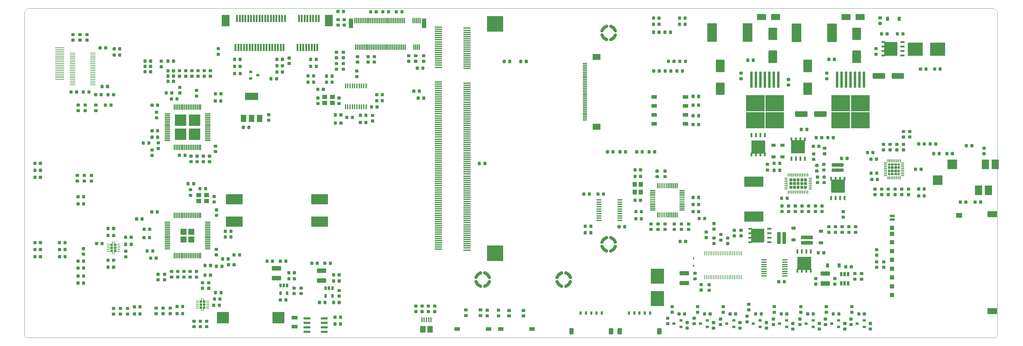
<source format=gbr>
%TF.GenerationSoftware,KiCad,Pcbnew,5.1.2+dfsg1-1*%
%TF.CreationDate,2020-02-17T14:18:57+01:00*%
%TF.ProjectId,reform2-motherboard,7265666f-726d-4322-9d6d-6f7468657262,2.0*%
%TF.SameCoordinates,Original*%
%TF.FileFunction,Paste,Top*%
%TF.FilePolarity,Positive*%
%FSLAX46Y46*%
G04 Gerber Fmt 4.6, Leading zero omitted, Abs format (unit mm)*
G04 Created by KiCad (PCBNEW 5.1.2+dfsg1-1) date 2020-02-17 14:18:57*
%MOMM*%
%LPD*%
G04 APERTURE LIST*
%ADD10C,0.050000*%
%ADD11C,0.900000*%
%ADD12R,4.239260X3.810000*%
%ADD13R,3.810000X4.239260*%
%ADD14C,0.100000*%
%ADD15C,0.875000*%
%ADD16C,1.250000*%
%ADD17C,0.600000*%
%ADD18R,1.200000X0.900000*%
%ADD19R,0.450000X0.600000*%
%ADD20R,1.270000X0.610000*%
%ADD21R,1.020000X0.610000*%
%ADD22R,3.810000X3.910000*%
%ADD23R,0.900000X1.200000*%
%ADD24R,3.500000X3.300000*%
%ADD25R,1.800000X1.000000*%
%ADD26C,0.250000*%
%ADD27C,0.483853*%
%ADD28C,0.502693*%
%ADD29C,0.806226*%
%ADD30C,1.600000*%
%ADD31C,1.000000*%
%ADD32R,0.610000X1.270000*%
%ADD33R,0.610000X1.020000*%
%ADD34R,3.910000X3.810000*%
%ADD35R,5.400000X2.900000*%
%ADD36C,0.830000*%
%ADD37R,0.650000X1.060000*%
%ADD38R,0.650000X1.220000*%
%ADD39R,1.500000X1.100000*%
%ADD40R,3.200000X3.200000*%
%ADD41R,1.500000X0.300000*%
%ADD42R,0.300000X1.500000*%
%ADD43R,0.900000X0.800000*%
%ADD44R,1.750000X1.750000*%
%ADD45R,1.400000X1.200000*%
%ADD46R,0.450000X1.450000*%
%ADD47R,1.450000X0.450000*%
%ADD48R,5.250000X4.550000*%
%ADD49R,0.800000X4.600000*%
%ADD50R,2.000000X0.350000*%
%ADD51R,4.600000X4.500000*%
%ADD52R,1.400000X0.730000*%
%ADD53R,1.200000X1.200000*%
%ADD54R,2.800000X1.800000*%
%ADD55R,1.800000X1.450000*%
%ADD56R,2.600000X0.280000*%
%ADD57R,1.300000X0.300000*%
%ADD58R,2.200000X1.800000*%
%ADD59R,0.300000X1.550000*%
%ADD60R,1.200000X2.750000*%
%ADD61C,2.500000*%
%ADD62R,1.500000X2.000000*%
%ADD63R,3.800000X2.000000*%
%ADD64R,1.560000X0.260000*%
%ADD65R,1.000000X0.900000*%
%ADD66R,1.200000X1.400000*%
%ADD67R,2.800000X5.300000*%
%ADD68R,4.800000X3.000000*%
%ADD69C,0.300000*%
%ADD70R,1.500000X1.900000*%
%ADD71R,0.400000X1.350000*%
%ADD72R,2.500000X1.800000*%
%ADD73R,0.640000X0.640000*%
%ADD74R,0.280000X0.700000*%
%ADD75R,0.850000X0.280000*%
%ADD76R,2.800000X2.800000*%
%ADD77R,2.000000X2.800000*%
%ADD78R,0.600000X2.000000*%
%ADD79R,2.300000X3.200000*%
%ADD80R,1.500000X0.450000*%
%ADD81R,0.250000X1.250000*%
G04 APERTURE END LIST*
D10*
X315500000Y-133000000D02*
X315000000Y-133500000D01*
X315500000Y-41000000D02*
X315500000Y-133000000D01*
X40000000Y-133500000D02*
X39500000Y-133000000D01*
X40500000Y-40000000D02*
X39500000Y-41000000D01*
X314500000Y-40000000D02*
X315500000Y-41000000D01*
X315000000Y-133500000D02*
X40000000Y-133500000D01*
X39500000Y-133000000D02*
X39500000Y-41000000D01*
X40500000Y-40000000D02*
X314500000Y-40000000D01*
D11*
%TO.C,H25*%
X171400342Y-117600104D02*
G75*
G02X170100000Y-118900000I-1875230J575531D01*
G01*
X168899896Y-118900342D02*
G75*
G02X167600000Y-117600000I575531J1875230D01*
G01*
X170100104Y-115099658D02*
G75*
G02X171400000Y-116400000I-575531J-1875230D01*
G01*
X167599658Y-116399896D02*
G75*
G02X168900000Y-115100000I1875230J-575531D01*
G01*
%TO.C,H27*%
X207150342Y-107600104D02*
G75*
G02X205850000Y-108900000I-1875230J575531D01*
G01*
X204649896Y-108900342D02*
G75*
G02X203350000Y-107600000I575531J1875230D01*
G01*
X205850104Y-105099658D02*
G75*
G02X207150000Y-106400000I-575531J-1875230D01*
G01*
X203349658Y-106399896D02*
G75*
G02X204650000Y-105100000I1875230J-575531D01*
G01*
%TO.C,H24*%
X194400342Y-117600104D02*
G75*
G02X193100000Y-118900000I-1875230J575531D01*
G01*
X191899896Y-118900342D02*
G75*
G02X190600000Y-117600000I575531J1875230D01*
G01*
X193100104Y-115099658D02*
G75*
G02X194400000Y-116400000I-575531J-1875230D01*
G01*
X190599658Y-116399896D02*
G75*
G02X191900000Y-115100000I1875230J-575531D01*
G01*
%TO.C,H22*%
X207150342Y-47600104D02*
G75*
G02X205850000Y-48900000I-1875230J575531D01*
G01*
X204649896Y-48900342D02*
G75*
G02X203350000Y-47600000I575531J1875230D01*
G01*
X205850104Y-45099658D02*
G75*
G02X207150000Y-46400000I-575531J-1875230D01*
G01*
X203349658Y-46399896D02*
G75*
G02X204650000Y-45100000I1875230J-575531D01*
G01*
%TD*%
D12*
%TO.C,F1*%
X292212300Y-51600000D03*
X298587700Y-51600000D03*
%TD*%
D13*
%TO.C,F2*%
X219100000Y-122387700D03*
X219100000Y-116012300D03*
%TD*%
D14*
%TO.C,R193*%
G36*
X267977691Y-101576053D02*
G01*
X267998926Y-101579203D01*
X268019750Y-101584419D01*
X268039962Y-101591651D01*
X268059368Y-101600830D01*
X268077781Y-101611866D01*
X268095024Y-101624654D01*
X268110930Y-101639070D01*
X268125346Y-101654976D01*
X268138134Y-101672219D01*
X268149170Y-101690632D01*
X268158349Y-101710038D01*
X268165581Y-101730250D01*
X268170797Y-101751074D01*
X268173947Y-101772309D01*
X268175000Y-101793750D01*
X268175000Y-102231250D01*
X268173947Y-102252691D01*
X268170797Y-102273926D01*
X268165581Y-102294750D01*
X268158349Y-102314962D01*
X268149170Y-102334368D01*
X268138134Y-102352781D01*
X268125346Y-102370024D01*
X268110930Y-102385930D01*
X268095024Y-102400346D01*
X268077781Y-102413134D01*
X268059368Y-102424170D01*
X268039962Y-102433349D01*
X268019750Y-102440581D01*
X267998926Y-102445797D01*
X267977691Y-102448947D01*
X267956250Y-102450000D01*
X267443750Y-102450000D01*
X267422309Y-102448947D01*
X267401074Y-102445797D01*
X267380250Y-102440581D01*
X267360038Y-102433349D01*
X267340632Y-102424170D01*
X267322219Y-102413134D01*
X267304976Y-102400346D01*
X267289070Y-102385930D01*
X267274654Y-102370024D01*
X267261866Y-102352781D01*
X267250830Y-102334368D01*
X267241651Y-102314962D01*
X267234419Y-102294750D01*
X267229203Y-102273926D01*
X267226053Y-102252691D01*
X267225000Y-102231250D01*
X267225000Y-101793750D01*
X267226053Y-101772309D01*
X267229203Y-101751074D01*
X267234419Y-101730250D01*
X267241651Y-101710038D01*
X267250830Y-101690632D01*
X267261866Y-101672219D01*
X267274654Y-101654976D01*
X267289070Y-101639070D01*
X267304976Y-101624654D01*
X267322219Y-101611866D01*
X267340632Y-101600830D01*
X267360038Y-101591651D01*
X267380250Y-101584419D01*
X267401074Y-101579203D01*
X267422309Y-101576053D01*
X267443750Y-101575000D01*
X267956250Y-101575000D01*
X267977691Y-101576053D01*
X267977691Y-101576053D01*
G37*
D15*
X267700000Y-102012500D03*
D14*
G36*
X267977691Y-103151053D02*
G01*
X267998926Y-103154203D01*
X268019750Y-103159419D01*
X268039962Y-103166651D01*
X268059368Y-103175830D01*
X268077781Y-103186866D01*
X268095024Y-103199654D01*
X268110930Y-103214070D01*
X268125346Y-103229976D01*
X268138134Y-103247219D01*
X268149170Y-103265632D01*
X268158349Y-103285038D01*
X268165581Y-103305250D01*
X268170797Y-103326074D01*
X268173947Y-103347309D01*
X268175000Y-103368750D01*
X268175000Y-103806250D01*
X268173947Y-103827691D01*
X268170797Y-103848926D01*
X268165581Y-103869750D01*
X268158349Y-103889962D01*
X268149170Y-103909368D01*
X268138134Y-103927781D01*
X268125346Y-103945024D01*
X268110930Y-103960930D01*
X268095024Y-103975346D01*
X268077781Y-103988134D01*
X268059368Y-103999170D01*
X268039962Y-104008349D01*
X268019750Y-104015581D01*
X267998926Y-104020797D01*
X267977691Y-104023947D01*
X267956250Y-104025000D01*
X267443750Y-104025000D01*
X267422309Y-104023947D01*
X267401074Y-104020797D01*
X267380250Y-104015581D01*
X267360038Y-104008349D01*
X267340632Y-103999170D01*
X267322219Y-103988134D01*
X267304976Y-103975346D01*
X267289070Y-103960930D01*
X267274654Y-103945024D01*
X267261866Y-103927781D01*
X267250830Y-103909368D01*
X267241651Y-103889962D01*
X267234419Y-103869750D01*
X267229203Y-103848926D01*
X267226053Y-103827691D01*
X267225000Y-103806250D01*
X267225000Y-103368750D01*
X267226053Y-103347309D01*
X267229203Y-103326074D01*
X267234419Y-103305250D01*
X267241651Y-103285038D01*
X267250830Y-103265632D01*
X267261866Y-103247219D01*
X267274654Y-103229976D01*
X267289070Y-103214070D01*
X267304976Y-103199654D01*
X267322219Y-103186866D01*
X267340632Y-103175830D01*
X267360038Y-103166651D01*
X267380250Y-103159419D01*
X267401074Y-103154203D01*
X267422309Y-103151053D01*
X267443750Y-103150000D01*
X267956250Y-103150000D01*
X267977691Y-103151053D01*
X267977691Y-103151053D01*
G37*
D15*
X267700000Y-103587500D03*
%TD*%
D14*
%TO.C,R161*%
G36*
X61752691Y-61726053D02*
G01*
X61773926Y-61729203D01*
X61794750Y-61734419D01*
X61814962Y-61741651D01*
X61834368Y-61750830D01*
X61852781Y-61761866D01*
X61870024Y-61774654D01*
X61885930Y-61789070D01*
X61900346Y-61804976D01*
X61913134Y-61822219D01*
X61924170Y-61840632D01*
X61933349Y-61860038D01*
X61940581Y-61880250D01*
X61945797Y-61901074D01*
X61948947Y-61922309D01*
X61950000Y-61943750D01*
X61950000Y-62456250D01*
X61948947Y-62477691D01*
X61945797Y-62498926D01*
X61940581Y-62519750D01*
X61933349Y-62539962D01*
X61924170Y-62559368D01*
X61913134Y-62577781D01*
X61900346Y-62595024D01*
X61885930Y-62610930D01*
X61870024Y-62625346D01*
X61852781Y-62638134D01*
X61834368Y-62649170D01*
X61814962Y-62658349D01*
X61794750Y-62665581D01*
X61773926Y-62670797D01*
X61752691Y-62673947D01*
X61731250Y-62675000D01*
X61293750Y-62675000D01*
X61272309Y-62673947D01*
X61251074Y-62670797D01*
X61230250Y-62665581D01*
X61210038Y-62658349D01*
X61190632Y-62649170D01*
X61172219Y-62638134D01*
X61154976Y-62625346D01*
X61139070Y-62610930D01*
X61124654Y-62595024D01*
X61111866Y-62577781D01*
X61100830Y-62559368D01*
X61091651Y-62539962D01*
X61084419Y-62519750D01*
X61079203Y-62498926D01*
X61076053Y-62477691D01*
X61075000Y-62456250D01*
X61075000Y-61943750D01*
X61076053Y-61922309D01*
X61079203Y-61901074D01*
X61084419Y-61880250D01*
X61091651Y-61860038D01*
X61100830Y-61840632D01*
X61111866Y-61822219D01*
X61124654Y-61804976D01*
X61139070Y-61789070D01*
X61154976Y-61774654D01*
X61172219Y-61761866D01*
X61190632Y-61750830D01*
X61210038Y-61741651D01*
X61230250Y-61734419D01*
X61251074Y-61729203D01*
X61272309Y-61726053D01*
X61293750Y-61725000D01*
X61731250Y-61725000D01*
X61752691Y-61726053D01*
X61752691Y-61726053D01*
G37*
D15*
X61512500Y-62200000D03*
D14*
G36*
X63327691Y-61726053D02*
G01*
X63348926Y-61729203D01*
X63369750Y-61734419D01*
X63389962Y-61741651D01*
X63409368Y-61750830D01*
X63427781Y-61761866D01*
X63445024Y-61774654D01*
X63460930Y-61789070D01*
X63475346Y-61804976D01*
X63488134Y-61822219D01*
X63499170Y-61840632D01*
X63508349Y-61860038D01*
X63515581Y-61880250D01*
X63520797Y-61901074D01*
X63523947Y-61922309D01*
X63525000Y-61943750D01*
X63525000Y-62456250D01*
X63523947Y-62477691D01*
X63520797Y-62498926D01*
X63515581Y-62519750D01*
X63508349Y-62539962D01*
X63499170Y-62559368D01*
X63488134Y-62577781D01*
X63475346Y-62595024D01*
X63460930Y-62610930D01*
X63445024Y-62625346D01*
X63427781Y-62638134D01*
X63409368Y-62649170D01*
X63389962Y-62658349D01*
X63369750Y-62665581D01*
X63348926Y-62670797D01*
X63327691Y-62673947D01*
X63306250Y-62675000D01*
X62868750Y-62675000D01*
X62847309Y-62673947D01*
X62826074Y-62670797D01*
X62805250Y-62665581D01*
X62785038Y-62658349D01*
X62765632Y-62649170D01*
X62747219Y-62638134D01*
X62729976Y-62625346D01*
X62714070Y-62610930D01*
X62699654Y-62595024D01*
X62686866Y-62577781D01*
X62675830Y-62559368D01*
X62666651Y-62539962D01*
X62659419Y-62519750D01*
X62654203Y-62498926D01*
X62651053Y-62477691D01*
X62650000Y-62456250D01*
X62650000Y-61943750D01*
X62651053Y-61922309D01*
X62654203Y-61901074D01*
X62659419Y-61880250D01*
X62666651Y-61860038D01*
X62675830Y-61840632D01*
X62686866Y-61822219D01*
X62699654Y-61804976D01*
X62714070Y-61789070D01*
X62729976Y-61774654D01*
X62747219Y-61761866D01*
X62765632Y-61750830D01*
X62785038Y-61741651D01*
X62805250Y-61734419D01*
X62826074Y-61729203D01*
X62847309Y-61726053D01*
X62868750Y-61725000D01*
X63306250Y-61725000D01*
X63327691Y-61726053D01*
X63327691Y-61726053D01*
G37*
D15*
X63087500Y-62200000D03*
%TD*%
D14*
%TO.C,C153*%
G36*
X127952691Y-72126053D02*
G01*
X127973926Y-72129203D01*
X127994750Y-72134419D01*
X128014962Y-72141651D01*
X128034368Y-72150830D01*
X128052781Y-72161866D01*
X128070024Y-72174654D01*
X128085930Y-72189070D01*
X128100346Y-72204976D01*
X128113134Y-72222219D01*
X128124170Y-72240632D01*
X128133349Y-72260038D01*
X128140581Y-72280250D01*
X128145797Y-72301074D01*
X128148947Y-72322309D01*
X128150000Y-72343750D01*
X128150000Y-72856250D01*
X128148947Y-72877691D01*
X128145797Y-72898926D01*
X128140581Y-72919750D01*
X128133349Y-72939962D01*
X128124170Y-72959368D01*
X128113134Y-72977781D01*
X128100346Y-72995024D01*
X128085930Y-73010930D01*
X128070024Y-73025346D01*
X128052781Y-73038134D01*
X128034368Y-73049170D01*
X128014962Y-73058349D01*
X127994750Y-73065581D01*
X127973926Y-73070797D01*
X127952691Y-73073947D01*
X127931250Y-73075000D01*
X127493750Y-73075000D01*
X127472309Y-73073947D01*
X127451074Y-73070797D01*
X127430250Y-73065581D01*
X127410038Y-73058349D01*
X127390632Y-73049170D01*
X127372219Y-73038134D01*
X127354976Y-73025346D01*
X127339070Y-73010930D01*
X127324654Y-72995024D01*
X127311866Y-72977781D01*
X127300830Y-72959368D01*
X127291651Y-72939962D01*
X127284419Y-72919750D01*
X127279203Y-72898926D01*
X127276053Y-72877691D01*
X127275000Y-72856250D01*
X127275000Y-72343750D01*
X127276053Y-72322309D01*
X127279203Y-72301074D01*
X127284419Y-72280250D01*
X127291651Y-72260038D01*
X127300830Y-72240632D01*
X127311866Y-72222219D01*
X127324654Y-72204976D01*
X127339070Y-72189070D01*
X127354976Y-72174654D01*
X127372219Y-72161866D01*
X127390632Y-72150830D01*
X127410038Y-72141651D01*
X127430250Y-72134419D01*
X127451074Y-72129203D01*
X127472309Y-72126053D01*
X127493750Y-72125000D01*
X127931250Y-72125000D01*
X127952691Y-72126053D01*
X127952691Y-72126053D01*
G37*
D15*
X127712500Y-72600000D03*
D14*
G36*
X129527691Y-72126053D02*
G01*
X129548926Y-72129203D01*
X129569750Y-72134419D01*
X129589962Y-72141651D01*
X129609368Y-72150830D01*
X129627781Y-72161866D01*
X129645024Y-72174654D01*
X129660930Y-72189070D01*
X129675346Y-72204976D01*
X129688134Y-72222219D01*
X129699170Y-72240632D01*
X129708349Y-72260038D01*
X129715581Y-72280250D01*
X129720797Y-72301074D01*
X129723947Y-72322309D01*
X129725000Y-72343750D01*
X129725000Y-72856250D01*
X129723947Y-72877691D01*
X129720797Y-72898926D01*
X129715581Y-72919750D01*
X129708349Y-72939962D01*
X129699170Y-72959368D01*
X129688134Y-72977781D01*
X129675346Y-72995024D01*
X129660930Y-73010930D01*
X129645024Y-73025346D01*
X129627781Y-73038134D01*
X129609368Y-73049170D01*
X129589962Y-73058349D01*
X129569750Y-73065581D01*
X129548926Y-73070797D01*
X129527691Y-73073947D01*
X129506250Y-73075000D01*
X129068750Y-73075000D01*
X129047309Y-73073947D01*
X129026074Y-73070797D01*
X129005250Y-73065581D01*
X128985038Y-73058349D01*
X128965632Y-73049170D01*
X128947219Y-73038134D01*
X128929976Y-73025346D01*
X128914070Y-73010930D01*
X128899654Y-72995024D01*
X128886866Y-72977781D01*
X128875830Y-72959368D01*
X128866651Y-72939962D01*
X128859419Y-72919750D01*
X128854203Y-72898926D01*
X128851053Y-72877691D01*
X128850000Y-72856250D01*
X128850000Y-72343750D01*
X128851053Y-72322309D01*
X128854203Y-72301074D01*
X128859419Y-72280250D01*
X128866651Y-72260038D01*
X128875830Y-72240632D01*
X128886866Y-72222219D01*
X128899654Y-72204976D01*
X128914070Y-72189070D01*
X128929976Y-72174654D01*
X128947219Y-72161866D01*
X128965632Y-72150830D01*
X128985038Y-72141651D01*
X129005250Y-72134419D01*
X129026074Y-72129203D01*
X129047309Y-72126053D01*
X129068750Y-72125000D01*
X129506250Y-72125000D01*
X129527691Y-72126053D01*
X129527691Y-72126053D01*
G37*
D15*
X129287500Y-72600000D03*
%TD*%
D14*
%TO.C,C152*%
G36*
X134077691Y-57376053D02*
G01*
X134098926Y-57379203D01*
X134119750Y-57384419D01*
X134139962Y-57391651D01*
X134159368Y-57400830D01*
X134177781Y-57411866D01*
X134195024Y-57424654D01*
X134210930Y-57439070D01*
X134225346Y-57454976D01*
X134238134Y-57472219D01*
X134249170Y-57490632D01*
X134258349Y-57510038D01*
X134265581Y-57530250D01*
X134270797Y-57551074D01*
X134273947Y-57572309D01*
X134275000Y-57593750D01*
X134275000Y-58031250D01*
X134273947Y-58052691D01*
X134270797Y-58073926D01*
X134265581Y-58094750D01*
X134258349Y-58114962D01*
X134249170Y-58134368D01*
X134238134Y-58152781D01*
X134225346Y-58170024D01*
X134210930Y-58185930D01*
X134195024Y-58200346D01*
X134177781Y-58213134D01*
X134159368Y-58224170D01*
X134139962Y-58233349D01*
X134119750Y-58240581D01*
X134098926Y-58245797D01*
X134077691Y-58248947D01*
X134056250Y-58250000D01*
X133543750Y-58250000D01*
X133522309Y-58248947D01*
X133501074Y-58245797D01*
X133480250Y-58240581D01*
X133460038Y-58233349D01*
X133440632Y-58224170D01*
X133422219Y-58213134D01*
X133404976Y-58200346D01*
X133389070Y-58185930D01*
X133374654Y-58170024D01*
X133361866Y-58152781D01*
X133350830Y-58134368D01*
X133341651Y-58114962D01*
X133334419Y-58094750D01*
X133329203Y-58073926D01*
X133326053Y-58052691D01*
X133325000Y-58031250D01*
X133325000Y-57593750D01*
X133326053Y-57572309D01*
X133329203Y-57551074D01*
X133334419Y-57530250D01*
X133341651Y-57510038D01*
X133350830Y-57490632D01*
X133361866Y-57472219D01*
X133374654Y-57454976D01*
X133389070Y-57439070D01*
X133404976Y-57424654D01*
X133422219Y-57411866D01*
X133440632Y-57400830D01*
X133460038Y-57391651D01*
X133480250Y-57384419D01*
X133501074Y-57379203D01*
X133522309Y-57376053D01*
X133543750Y-57375000D01*
X134056250Y-57375000D01*
X134077691Y-57376053D01*
X134077691Y-57376053D01*
G37*
D15*
X133800000Y-57812500D03*
D14*
G36*
X134077691Y-58951053D02*
G01*
X134098926Y-58954203D01*
X134119750Y-58959419D01*
X134139962Y-58966651D01*
X134159368Y-58975830D01*
X134177781Y-58986866D01*
X134195024Y-58999654D01*
X134210930Y-59014070D01*
X134225346Y-59029976D01*
X134238134Y-59047219D01*
X134249170Y-59065632D01*
X134258349Y-59085038D01*
X134265581Y-59105250D01*
X134270797Y-59126074D01*
X134273947Y-59147309D01*
X134275000Y-59168750D01*
X134275000Y-59606250D01*
X134273947Y-59627691D01*
X134270797Y-59648926D01*
X134265581Y-59669750D01*
X134258349Y-59689962D01*
X134249170Y-59709368D01*
X134238134Y-59727781D01*
X134225346Y-59745024D01*
X134210930Y-59760930D01*
X134195024Y-59775346D01*
X134177781Y-59788134D01*
X134159368Y-59799170D01*
X134139962Y-59808349D01*
X134119750Y-59815581D01*
X134098926Y-59820797D01*
X134077691Y-59823947D01*
X134056250Y-59825000D01*
X133543750Y-59825000D01*
X133522309Y-59823947D01*
X133501074Y-59820797D01*
X133480250Y-59815581D01*
X133460038Y-59808349D01*
X133440632Y-59799170D01*
X133422219Y-59788134D01*
X133404976Y-59775346D01*
X133389070Y-59760930D01*
X133374654Y-59745024D01*
X133361866Y-59727781D01*
X133350830Y-59709368D01*
X133341651Y-59689962D01*
X133334419Y-59669750D01*
X133329203Y-59648926D01*
X133326053Y-59627691D01*
X133325000Y-59606250D01*
X133325000Y-59168750D01*
X133326053Y-59147309D01*
X133329203Y-59126074D01*
X133334419Y-59105250D01*
X133341651Y-59085038D01*
X133350830Y-59065632D01*
X133361866Y-59047219D01*
X133374654Y-59029976D01*
X133389070Y-59014070D01*
X133404976Y-58999654D01*
X133422219Y-58986866D01*
X133440632Y-58975830D01*
X133460038Y-58966651D01*
X133480250Y-58959419D01*
X133501074Y-58954203D01*
X133522309Y-58951053D01*
X133543750Y-58950000D01*
X134056250Y-58950000D01*
X134077691Y-58951053D01*
X134077691Y-58951053D01*
G37*
D15*
X133800000Y-59387500D03*
%TD*%
D14*
%TO.C,R167*%
G36*
X284477691Y-46776053D02*
G01*
X284498926Y-46779203D01*
X284519750Y-46784419D01*
X284539962Y-46791651D01*
X284559368Y-46800830D01*
X284577781Y-46811866D01*
X284595024Y-46824654D01*
X284610930Y-46839070D01*
X284625346Y-46854976D01*
X284638134Y-46872219D01*
X284649170Y-46890632D01*
X284658349Y-46910038D01*
X284665581Y-46930250D01*
X284670797Y-46951074D01*
X284673947Y-46972309D01*
X284675000Y-46993750D01*
X284675000Y-47506250D01*
X284673947Y-47527691D01*
X284670797Y-47548926D01*
X284665581Y-47569750D01*
X284658349Y-47589962D01*
X284649170Y-47609368D01*
X284638134Y-47627781D01*
X284625346Y-47645024D01*
X284610930Y-47660930D01*
X284595024Y-47675346D01*
X284577781Y-47688134D01*
X284559368Y-47699170D01*
X284539962Y-47708349D01*
X284519750Y-47715581D01*
X284498926Y-47720797D01*
X284477691Y-47723947D01*
X284456250Y-47725000D01*
X284018750Y-47725000D01*
X283997309Y-47723947D01*
X283976074Y-47720797D01*
X283955250Y-47715581D01*
X283935038Y-47708349D01*
X283915632Y-47699170D01*
X283897219Y-47688134D01*
X283879976Y-47675346D01*
X283864070Y-47660930D01*
X283849654Y-47645024D01*
X283836866Y-47627781D01*
X283825830Y-47609368D01*
X283816651Y-47589962D01*
X283809419Y-47569750D01*
X283804203Y-47548926D01*
X283801053Y-47527691D01*
X283800000Y-47506250D01*
X283800000Y-46993750D01*
X283801053Y-46972309D01*
X283804203Y-46951074D01*
X283809419Y-46930250D01*
X283816651Y-46910038D01*
X283825830Y-46890632D01*
X283836866Y-46872219D01*
X283849654Y-46854976D01*
X283864070Y-46839070D01*
X283879976Y-46824654D01*
X283897219Y-46811866D01*
X283915632Y-46800830D01*
X283935038Y-46791651D01*
X283955250Y-46784419D01*
X283976074Y-46779203D01*
X283997309Y-46776053D01*
X284018750Y-46775000D01*
X284456250Y-46775000D01*
X284477691Y-46776053D01*
X284477691Y-46776053D01*
G37*
D15*
X284237500Y-47250000D03*
D14*
G36*
X282902691Y-46776053D02*
G01*
X282923926Y-46779203D01*
X282944750Y-46784419D01*
X282964962Y-46791651D01*
X282984368Y-46800830D01*
X283002781Y-46811866D01*
X283020024Y-46824654D01*
X283035930Y-46839070D01*
X283050346Y-46854976D01*
X283063134Y-46872219D01*
X283074170Y-46890632D01*
X283083349Y-46910038D01*
X283090581Y-46930250D01*
X283095797Y-46951074D01*
X283098947Y-46972309D01*
X283100000Y-46993750D01*
X283100000Y-47506250D01*
X283098947Y-47527691D01*
X283095797Y-47548926D01*
X283090581Y-47569750D01*
X283083349Y-47589962D01*
X283074170Y-47609368D01*
X283063134Y-47627781D01*
X283050346Y-47645024D01*
X283035930Y-47660930D01*
X283020024Y-47675346D01*
X283002781Y-47688134D01*
X282984368Y-47699170D01*
X282964962Y-47708349D01*
X282944750Y-47715581D01*
X282923926Y-47720797D01*
X282902691Y-47723947D01*
X282881250Y-47725000D01*
X282443750Y-47725000D01*
X282422309Y-47723947D01*
X282401074Y-47720797D01*
X282380250Y-47715581D01*
X282360038Y-47708349D01*
X282340632Y-47699170D01*
X282322219Y-47688134D01*
X282304976Y-47675346D01*
X282289070Y-47660930D01*
X282274654Y-47645024D01*
X282261866Y-47627781D01*
X282250830Y-47609368D01*
X282241651Y-47589962D01*
X282234419Y-47569750D01*
X282229203Y-47548926D01*
X282226053Y-47527691D01*
X282225000Y-47506250D01*
X282225000Y-46993750D01*
X282226053Y-46972309D01*
X282229203Y-46951074D01*
X282234419Y-46930250D01*
X282241651Y-46910038D01*
X282250830Y-46890632D01*
X282261866Y-46872219D01*
X282274654Y-46854976D01*
X282289070Y-46839070D01*
X282304976Y-46824654D01*
X282322219Y-46811866D01*
X282340632Y-46800830D01*
X282360038Y-46791651D01*
X282380250Y-46784419D01*
X282401074Y-46779203D01*
X282422309Y-46776053D01*
X282443750Y-46775000D01*
X282881250Y-46775000D01*
X282902691Y-46776053D01*
X282902691Y-46776053D01*
G37*
D15*
X282662500Y-47250000D03*
%TD*%
D14*
%TO.C,R153*%
G36*
X282527691Y-42276053D02*
G01*
X282548926Y-42279203D01*
X282569750Y-42284419D01*
X282589962Y-42291651D01*
X282609368Y-42300830D01*
X282627781Y-42311866D01*
X282645024Y-42324654D01*
X282660930Y-42339070D01*
X282675346Y-42354976D01*
X282688134Y-42372219D01*
X282699170Y-42390632D01*
X282708349Y-42410038D01*
X282715581Y-42430250D01*
X282720797Y-42451074D01*
X282723947Y-42472309D01*
X282725000Y-42493750D01*
X282725000Y-42931250D01*
X282723947Y-42952691D01*
X282720797Y-42973926D01*
X282715581Y-42994750D01*
X282708349Y-43014962D01*
X282699170Y-43034368D01*
X282688134Y-43052781D01*
X282675346Y-43070024D01*
X282660930Y-43085930D01*
X282645024Y-43100346D01*
X282627781Y-43113134D01*
X282609368Y-43124170D01*
X282589962Y-43133349D01*
X282569750Y-43140581D01*
X282548926Y-43145797D01*
X282527691Y-43148947D01*
X282506250Y-43150000D01*
X281993750Y-43150000D01*
X281972309Y-43148947D01*
X281951074Y-43145797D01*
X281930250Y-43140581D01*
X281910038Y-43133349D01*
X281890632Y-43124170D01*
X281872219Y-43113134D01*
X281854976Y-43100346D01*
X281839070Y-43085930D01*
X281824654Y-43070024D01*
X281811866Y-43052781D01*
X281800830Y-43034368D01*
X281791651Y-43014962D01*
X281784419Y-42994750D01*
X281779203Y-42973926D01*
X281776053Y-42952691D01*
X281775000Y-42931250D01*
X281775000Y-42493750D01*
X281776053Y-42472309D01*
X281779203Y-42451074D01*
X281784419Y-42430250D01*
X281791651Y-42410038D01*
X281800830Y-42390632D01*
X281811866Y-42372219D01*
X281824654Y-42354976D01*
X281839070Y-42339070D01*
X281854976Y-42324654D01*
X281872219Y-42311866D01*
X281890632Y-42300830D01*
X281910038Y-42291651D01*
X281930250Y-42284419D01*
X281951074Y-42279203D01*
X281972309Y-42276053D01*
X281993750Y-42275000D01*
X282506250Y-42275000D01*
X282527691Y-42276053D01*
X282527691Y-42276053D01*
G37*
D15*
X282250000Y-42712500D03*
D14*
G36*
X282527691Y-43851053D02*
G01*
X282548926Y-43854203D01*
X282569750Y-43859419D01*
X282589962Y-43866651D01*
X282609368Y-43875830D01*
X282627781Y-43886866D01*
X282645024Y-43899654D01*
X282660930Y-43914070D01*
X282675346Y-43929976D01*
X282688134Y-43947219D01*
X282699170Y-43965632D01*
X282708349Y-43985038D01*
X282715581Y-44005250D01*
X282720797Y-44026074D01*
X282723947Y-44047309D01*
X282725000Y-44068750D01*
X282725000Y-44506250D01*
X282723947Y-44527691D01*
X282720797Y-44548926D01*
X282715581Y-44569750D01*
X282708349Y-44589962D01*
X282699170Y-44609368D01*
X282688134Y-44627781D01*
X282675346Y-44645024D01*
X282660930Y-44660930D01*
X282645024Y-44675346D01*
X282627781Y-44688134D01*
X282609368Y-44699170D01*
X282589962Y-44708349D01*
X282569750Y-44715581D01*
X282548926Y-44720797D01*
X282527691Y-44723947D01*
X282506250Y-44725000D01*
X281993750Y-44725000D01*
X281972309Y-44723947D01*
X281951074Y-44720797D01*
X281930250Y-44715581D01*
X281910038Y-44708349D01*
X281890632Y-44699170D01*
X281872219Y-44688134D01*
X281854976Y-44675346D01*
X281839070Y-44660930D01*
X281824654Y-44645024D01*
X281811866Y-44627781D01*
X281800830Y-44609368D01*
X281791651Y-44589962D01*
X281784419Y-44569750D01*
X281779203Y-44548926D01*
X281776053Y-44527691D01*
X281775000Y-44506250D01*
X281775000Y-44068750D01*
X281776053Y-44047309D01*
X281779203Y-44026074D01*
X281784419Y-44005250D01*
X281791651Y-43985038D01*
X281800830Y-43965632D01*
X281811866Y-43947219D01*
X281824654Y-43929976D01*
X281839070Y-43914070D01*
X281854976Y-43899654D01*
X281872219Y-43886866D01*
X281890632Y-43875830D01*
X281910038Y-43866651D01*
X281930250Y-43859419D01*
X281951074Y-43854203D01*
X281972309Y-43851053D01*
X281993750Y-43850000D01*
X282506250Y-43850000D01*
X282527691Y-43851053D01*
X282527691Y-43851053D01*
G37*
D15*
X282250000Y-44287500D03*
%TD*%
D14*
%TO.C,J13*%
G36*
X208794504Y-130796204D02*
G01*
X208818773Y-130799804D01*
X208842571Y-130805765D01*
X208865671Y-130814030D01*
X208887849Y-130824520D01*
X208908893Y-130837133D01*
X208928598Y-130851747D01*
X208946777Y-130868223D01*
X208963253Y-130886402D01*
X208977867Y-130906107D01*
X208990480Y-130927151D01*
X209000970Y-130949329D01*
X209009235Y-130972429D01*
X209015196Y-130996227D01*
X209018796Y-131020496D01*
X209020000Y-131045000D01*
X209020000Y-132345000D01*
X209018796Y-132369504D01*
X209015196Y-132393773D01*
X209009235Y-132417571D01*
X209000970Y-132440671D01*
X208990480Y-132462849D01*
X208977867Y-132483893D01*
X208963253Y-132503598D01*
X208946777Y-132521777D01*
X208928598Y-132538253D01*
X208908893Y-132552867D01*
X208887849Y-132565480D01*
X208865671Y-132575970D01*
X208842571Y-132584235D01*
X208818773Y-132590196D01*
X208794504Y-132593796D01*
X208770000Y-132595000D01*
X208020000Y-132595000D01*
X207995496Y-132593796D01*
X207971227Y-132590196D01*
X207947429Y-132584235D01*
X207924329Y-132575970D01*
X207902151Y-132565480D01*
X207881107Y-132552867D01*
X207861402Y-132538253D01*
X207843223Y-132521777D01*
X207826747Y-132503598D01*
X207812133Y-132483893D01*
X207799520Y-132462849D01*
X207789030Y-132440671D01*
X207780765Y-132417571D01*
X207774804Y-132393773D01*
X207771204Y-132369504D01*
X207770000Y-132345000D01*
X207770000Y-131045000D01*
X207771204Y-131020496D01*
X207774804Y-130996227D01*
X207780765Y-130972429D01*
X207789030Y-130949329D01*
X207799520Y-130927151D01*
X207812133Y-130906107D01*
X207826747Y-130886402D01*
X207843223Y-130868223D01*
X207861402Y-130851747D01*
X207881107Y-130837133D01*
X207902151Y-130824520D01*
X207924329Y-130814030D01*
X207947429Y-130805765D01*
X207971227Y-130799804D01*
X207995496Y-130796204D01*
X208020000Y-130795000D01*
X208770000Y-130795000D01*
X208794504Y-130796204D01*
X208794504Y-130796204D01*
G37*
D16*
X208395000Y-131695000D03*
D14*
G36*
X220004504Y-130796204D02*
G01*
X220028773Y-130799804D01*
X220052571Y-130805765D01*
X220075671Y-130814030D01*
X220097849Y-130824520D01*
X220118893Y-130837133D01*
X220138598Y-130851747D01*
X220156777Y-130868223D01*
X220173253Y-130886402D01*
X220187867Y-130906107D01*
X220200480Y-130927151D01*
X220210970Y-130949329D01*
X220219235Y-130972429D01*
X220225196Y-130996227D01*
X220228796Y-131020496D01*
X220230000Y-131045000D01*
X220230000Y-132345000D01*
X220228796Y-132369504D01*
X220225196Y-132393773D01*
X220219235Y-132417571D01*
X220210970Y-132440671D01*
X220200480Y-132462849D01*
X220187867Y-132483893D01*
X220173253Y-132503598D01*
X220156777Y-132521777D01*
X220138598Y-132538253D01*
X220118893Y-132552867D01*
X220097849Y-132565480D01*
X220075671Y-132575970D01*
X220052571Y-132584235D01*
X220028773Y-132590196D01*
X220004504Y-132593796D01*
X219980000Y-132595000D01*
X219230000Y-132595000D01*
X219205496Y-132593796D01*
X219181227Y-132590196D01*
X219157429Y-132584235D01*
X219134329Y-132575970D01*
X219112151Y-132565480D01*
X219091107Y-132552867D01*
X219071402Y-132538253D01*
X219053223Y-132521777D01*
X219036747Y-132503598D01*
X219022133Y-132483893D01*
X219009520Y-132462849D01*
X218999030Y-132440671D01*
X218990765Y-132417571D01*
X218984804Y-132393773D01*
X218981204Y-132369504D01*
X218980000Y-132345000D01*
X218980000Y-131045000D01*
X218981204Y-131020496D01*
X218984804Y-130996227D01*
X218990765Y-130972429D01*
X218999030Y-130949329D01*
X219009520Y-130927151D01*
X219022133Y-130906107D01*
X219036747Y-130886402D01*
X219053223Y-130868223D01*
X219071402Y-130851747D01*
X219091107Y-130837133D01*
X219112151Y-130824520D01*
X219134329Y-130814030D01*
X219157429Y-130805765D01*
X219181227Y-130799804D01*
X219205496Y-130796204D01*
X219230000Y-130795000D01*
X219980000Y-130795000D01*
X220004504Y-130796204D01*
X220004504Y-130796204D01*
G37*
D16*
X219605000Y-131695000D03*
D14*
G36*
X211164703Y-126005722D02*
G01*
X211179264Y-126007882D01*
X211193543Y-126011459D01*
X211207403Y-126016418D01*
X211220710Y-126022712D01*
X211233336Y-126030280D01*
X211245159Y-126039048D01*
X211256066Y-126048934D01*
X211265952Y-126059841D01*
X211274720Y-126071664D01*
X211282288Y-126084290D01*
X211288582Y-126097597D01*
X211293541Y-126111457D01*
X211297118Y-126125736D01*
X211299278Y-126140297D01*
X211300000Y-126155000D01*
X211300000Y-126855000D01*
X211299278Y-126869703D01*
X211297118Y-126884264D01*
X211293541Y-126898543D01*
X211288582Y-126912403D01*
X211282288Y-126925710D01*
X211274720Y-126938336D01*
X211265952Y-126950159D01*
X211256066Y-126961066D01*
X211245159Y-126970952D01*
X211233336Y-126979720D01*
X211220710Y-126987288D01*
X211207403Y-126993582D01*
X211193543Y-126998541D01*
X211179264Y-127002118D01*
X211164703Y-127004278D01*
X211150000Y-127005000D01*
X210850000Y-127005000D01*
X210835297Y-127004278D01*
X210820736Y-127002118D01*
X210806457Y-126998541D01*
X210792597Y-126993582D01*
X210779290Y-126987288D01*
X210766664Y-126979720D01*
X210754841Y-126970952D01*
X210743934Y-126961066D01*
X210734048Y-126950159D01*
X210725280Y-126938336D01*
X210717712Y-126925710D01*
X210711418Y-126912403D01*
X210706459Y-126898543D01*
X210702882Y-126884264D01*
X210700722Y-126869703D01*
X210700000Y-126855000D01*
X210700000Y-126155000D01*
X210700722Y-126140297D01*
X210702882Y-126125736D01*
X210706459Y-126111457D01*
X210711418Y-126097597D01*
X210717712Y-126084290D01*
X210725280Y-126071664D01*
X210734048Y-126059841D01*
X210743934Y-126048934D01*
X210754841Y-126039048D01*
X210766664Y-126030280D01*
X210779290Y-126022712D01*
X210792597Y-126016418D01*
X210806457Y-126011459D01*
X210820736Y-126007882D01*
X210835297Y-126005722D01*
X210850000Y-126005000D01*
X211150000Y-126005000D01*
X211164703Y-126005722D01*
X211164703Y-126005722D01*
G37*
D17*
X211000000Y-126505000D03*
D14*
G36*
X212664703Y-126005722D02*
G01*
X212679264Y-126007882D01*
X212693543Y-126011459D01*
X212707403Y-126016418D01*
X212720710Y-126022712D01*
X212733336Y-126030280D01*
X212745159Y-126039048D01*
X212756066Y-126048934D01*
X212765952Y-126059841D01*
X212774720Y-126071664D01*
X212782288Y-126084290D01*
X212788582Y-126097597D01*
X212793541Y-126111457D01*
X212797118Y-126125736D01*
X212799278Y-126140297D01*
X212800000Y-126155000D01*
X212800000Y-126855000D01*
X212799278Y-126869703D01*
X212797118Y-126884264D01*
X212793541Y-126898543D01*
X212788582Y-126912403D01*
X212782288Y-126925710D01*
X212774720Y-126938336D01*
X212765952Y-126950159D01*
X212756066Y-126961066D01*
X212745159Y-126970952D01*
X212733336Y-126979720D01*
X212720710Y-126987288D01*
X212707403Y-126993582D01*
X212693543Y-126998541D01*
X212679264Y-127002118D01*
X212664703Y-127004278D01*
X212650000Y-127005000D01*
X212350000Y-127005000D01*
X212335297Y-127004278D01*
X212320736Y-127002118D01*
X212306457Y-126998541D01*
X212292597Y-126993582D01*
X212279290Y-126987288D01*
X212266664Y-126979720D01*
X212254841Y-126970952D01*
X212243934Y-126961066D01*
X212234048Y-126950159D01*
X212225280Y-126938336D01*
X212217712Y-126925710D01*
X212211418Y-126912403D01*
X212206459Y-126898543D01*
X212202882Y-126884264D01*
X212200722Y-126869703D01*
X212200000Y-126855000D01*
X212200000Y-126155000D01*
X212200722Y-126140297D01*
X212202882Y-126125736D01*
X212206459Y-126111457D01*
X212211418Y-126097597D01*
X212217712Y-126084290D01*
X212225280Y-126071664D01*
X212234048Y-126059841D01*
X212243934Y-126048934D01*
X212254841Y-126039048D01*
X212266664Y-126030280D01*
X212279290Y-126022712D01*
X212292597Y-126016418D01*
X212306457Y-126011459D01*
X212320736Y-126007882D01*
X212335297Y-126005722D01*
X212350000Y-126005000D01*
X212650000Y-126005000D01*
X212664703Y-126005722D01*
X212664703Y-126005722D01*
G37*
D17*
X212500000Y-126505000D03*
D14*
G36*
X214164703Y-126005722D02*
G01*
X214179264Y-126007882D01*
X214193543Y-126011459D01*
X214207403Y-126016418D01*
X214220710Y-126022712D01*
X214233336Y-126030280D01*
X214245159Y-126039048D01*
X214256066Y-126048934D01*
X214265952Y-126059841D01*
X214274720Y-126071664D01*
X214282288Y-126084290D01*
X214288582Y-126097597D01*
X214293541Y-126111457D01*
X214297118Y-126125736D01*
X214299278Y-126140297D01*
X214300000Y-126155000D01*
X214300000Y-126855000D01*
X214299278Y-126869703D01*
X214297118Y-126884264D01*
X214293541Y-126898543D01*
X214288582Y-126912403D01*
X214282288Y-126925710D01*
X214274720Y-126938336D01*
X214265952Y-126950159D01*
X214256066Y-126961066D01*
X214245159Y-126970952D01*
X214233336Y-126979720D01*
X214220710Y-126987288D01*
X214207403Y-126993582D01*
X214193543Y-126998541D01*
X214179264Y-127002118D01*
X214164703Y-127004278D01*
X214150000Y-127005000D01*
X213850000Y-127005000D01*
X213835297Y-127004278D01*
X213820736Y-127002118D01*
X213806457Y-126998541D01*
X213792597Y-126993582D01*
X213779290Y-126987288D01*
X213766664Y-126979720D01*
X213754841Y-126970952D01*
X213743934Y-126961066D01*
X213734048Y-126950159D01*
X213725280Y-126938336D01*
X213717712Y-126925710D01*
X213711418Y-126912403D01*
X213706459Y-126898543D01*
X213702882Y-126884264D01*
X213700722Y-126869703D01*
X213700000Y-126855000D01*
X213700000Y-126155000D01*
X213700722Y-126140297D01*
X213702882Y-126125736D01*
X213706459Y-126111457D01*
X213711418Y-126097597D01*
X213717712Y-126084290D01*
X213725280Y-126071664D01*
X213734048Y-126059841D01*
X213743934Y-126048934D01*
X213754841Y-126039048D01*
X213766664Y-126030280D01*
X213779290Y-126022712D01*
X213792597Y-126016418D01*
X213806457Y-126011459D01*
X213820736Y-126007882D01*
X213835297Y-126005722D01*
X213850000Y-126005000D01*
X214150000Y-126005000D01*
X214164703Y-126005722D01*
X214164703Y-126005722D01*
G37*
D17*
X214000000Y-126505000D03*
D14*
G36*
X215664703Y-126005722D02*
G01*
X215679264Y-126007882D01*
X215693543Y-126011459D01*
X215707403Y-126016418D01*
X215720710Y-126022712D01*
X215733336Y-126030280D01*
X215745159Y-126039048D01*
X215756066Y-126048934D01*
X215765952Y-126059841D01*
X215774720Y-126071664D01*
X215782288Y-126084290D01*
X215788582Y-126097597D01*
X215793541Y-126111457D01*
X215797118Y-126125736D01*
X215799278Y-126140297D01*
X215800000Y-126155000D01*
X215800000Y-126855000D01*
X215799278Y-126869703D01*
X215797118Y-126884264D01*
X215793541Y-126898543D01*
X215788582Y-126912403D01*
X215782288Y-126925710D01*
X215774720Y-126938336D01*
X215765952Y-126950159D01*
X215756066Y-126961066D01*
X215745159Y-126970952D01*
X215733336Y-126979720D01*
X215720710Y-126987288D01*
X215707403Y-126993582D01*
X215693543Y-126998541D01*
X215679264Y-127002118D01*
X215664703Y-127004278D01*
X215650000Y-127005000D01*
X215350000Y-127005000D01*
X215335297Y-127004278D01*
X215320736Y-127002118D01*
X215306457Y-126998541D01*
X215292597Y-126993582D01*
X215279290Y-126987288D01*
X215266664Y-126979720D01*
X215254841Y-126970952D01*
X215243934Y-126961066D01*
X215234048Y-126950159D01*
X215225280Y-126938336D01*
X215217712Y-126925710D01*
X215211418Y-126912403D01*
X215206459Y-126898543D01*
X215202882Y-126884264D01*
X215200722Y-126869703D01*
X215200000Y-126855000D01*
X215200000Y-126155000D01*
X215200722Y-126140297D01*
X215202882Y-126125736D01*
X215206459Y-126111457D01*
X215211418Y-126097597D01*
X215217712Y-126084290D01*
X215225280Y-126071664D01*
X215234048Y-126059841D01*
X215243934Y-126048934D01*
X215254841Y-126039048D01*
X215266664Y-126030280D01*
X215279290Y-126022712D01*
X215292597Y-126016418D01*
X215306457Y-126011459D01*
X215320736Y-126007882D01*
X215335297Y-126005722D01*
X215350000Y-126005000D01*
X215650000Y-126005000D01*
X215664703Y-126005722D01*
X215664703Y-126005722D01*
G37*
D17*
X215500000Y-126505000D03*
D14*
G36*
X217164703Y-126005722D02*
G01*
X217179264Y-126007882D01*
X217193543Y-126011459D01*
X217207403Y-126016418D01*
X217220710Y-126022712D01*
X217233336Y-126030280D01*
X217245159Y-126039048D01*
X217256066Y-126048934D01*
X217265952Y-126059841D01*
X217274720Y-126071664D01*
X217282288Y-126084290D01*
X217288582Y-126097597D01*
X217293541Y-126111457D01*
X217297118Y-126125736D01*
X217299278Y-126140297D01*
X217300000Y-126155000D01*
X217300000Y-126855000D01*
X217299278Y-126869703D01*
X217297118Y-126884264D01*
X217293541Y-126898543D01*
X217288582Y-126912403D01*
X217282288Y-126925710D01*
X217274720Y-126938336D01*
X217265952Y-126950159D01*
X217256066Y-126961066D01*
X217245159Y-126970952D01*
X217233336Y-126979720D01*
X217220710Y-126987288D01*
X217207403Y-126993582D01*
X217193543Y-126998541D01*
X217179264Y-127002118D01*
X217164703Y-127004278D01*
X217150000Y-127005000D01*
X216850000Y-127005000D01*
X216835297Y-127004278D01*
X216820736Y-127002118D01*
X216806457Y-126998541D01*
X216792597Y-126993582D01*
X216779290Y-126987288D01*
X216766664Y-126979720D01*
X216754841Y-126970952D01*
X216743934Y-126961066D01*
X216734048Y-126950159D01*
X216725280Y-126938336D01*
X216717712Y-126925710D01*
X216711418Y-126912403D01*
X216706459Y-126898543D01*
X216702882Y-126884264D01*
X216700722Y-126869703D01*
X216700000Y-126855000D01*
X216700000Y-126155000D01*
X216700722Y-126140297D01*
X216702882Y-126125736D01*
X216706459Y-126111457D01*
X216711418Y-126097597D01*
X216717712Y-126084290D01*
X216725280Y-126071664D01*
X216734048Y-126059841D01*
X216743934Y-126048934D01*
X216754841Y-126039048D01*
X216766664Y-126030280D01*
X216779290Y-126022712D01*
X216792597Y-126016418D01*
X216806457Y-126011459D01*
X216820736Y-126007882D01*
X216835297Y-126005722D01*
X216850000Y-126005000D01*
X217150000Y-126005000D01*
X217164703Y-126005722D01*
X217164703Y-126005722D01*
G37*
D17*
X217000000Y-126505000D03*
%TD*%
D14*
%TO.C,J2*%
G36*
X195094504Y-130796204D02*
G01*
X195118773Y-130799804D01*
X195142571Y-130805765D01*
X195165671Y-130814030D01*
X195187849Y-130824520D01*
X195208893Y-130837133D01*
X195228598Y-130851747D01*
X195246777Y-130868223D01*
X195263253Y-130886402D01*
X195277867Y-130906107D01*
X195290480Y-130927151D01*
X195300970Y-130949329D01*
X195309235Y-130972429D01*
X195315196Y-130996227D01*
X195318796Y-131020496D01*
X195320000Y-131045000D01*
X195320000Y-132345000D01*
X195318796Y-132369504D01*
X195315196Y-132393773D01*
X195309235Y-132417571D01*
X195300970Y-132440671D01*
X195290480Y-132462849D01*
X195277867Y-132483893D01*
X195263253Y-132503598D01*
X195246777Y-132521777D01*
X195228598Y-132538253D01*
X195208893Y-132552867D01*
X195187849Y-132565480D01*
X195165671Y-132575970D01*
X195142571Y-132584235D01*
X195118773Y-132590196D01*
X195094504Y-132593796D01*
X195070000Y-132595000D01*
X194320000Y-132595000D01*
X194295496Y-132593796D01*
X194271227Y-132590196D01*
X194247429Y-132584235D01*
X194224329Y-132575970D01*
X194202151Y-132565480D01*
X194181107Y-132552867D01*
X194161402Y-132538253D01*
X194143223Y-132521777D01*
X194126747Y-132503598D01*
X194112133Y-132483893D01*
X194099520Y-132462849D01*
X194089030Y-132440671D01*
X194080765Y-132417571D01*
X194074804Y-132393773D01*
X194071204Y-132369504D01*
X194070000Y-132345000D01*
X194070000Y-131045000D01*
X194071204Y-131020496D01*
X194074804Y-130996227D01*
X194080765Y-130972429D01*
X194089030Y-130949329D01*
X194099520Y-130927151D01*
X194112133Y-130906107D01*
X194126747Y-130886402D01*
X194143223Y-130868223D01*
X194161402Y-130851747D01*
X194181107Y-130837133D01*
X194202151Y-130824520D01*
X194224329Y-130814030D01*
X194247429Y-130805765D01*
X194271227Y-130799804D01*
X194295496Y-130796204D01*
X194320000Y-130795000D01*
X195070000Y-130795000D01*
X195094504Y-130796204D01*
X195094504Y-130796204D01*
G37*
D16*
X194695000Y-131695000D03*
D14*
G36*
X206304504Y-130796204D02*
G01*
X206328773Y-130799804D01*
X206352571Y-130805765D01*
X206375671Y-130814030D01*
X206397849Y-130824520D01*
X206418893Y-130837133D01*
X206438598Y-130851747D01*
X206456777Y-130868223D01*
X206473253Y-130886402D01*
X206487867Y-130906107D01*
X206500480Y-130927151D01*
X206510970Y-130949329D01*
X206519235Y-130972429D01*
X206525196Y-130996227D01*
X206528796Y-131020496D01*
X206530000Y-131045000D01*
X206530000Y-132345000D01*
X206528796Y-132369504D01*
X206525196Y-132393773D01*
X206519235Y-132417571D01*
X206510970Y-132440671D01*
X206500480Y-132462849D01*
X206487867Y-132483893D01*
X206473253Y-132503598D01*
X206456777Y-132521777D01*
X206438598Y-132538253D01*
X206418893Y-132552867D01*
X206397849Y-132565480D01*
X206375671Y-132575970D01*
X206352571Y-132584235D01*
X206328773Y-132590196D01*
X206304504Y-132593796D01*
X206280000Y-132595000D01*
X205530000Y-132595000D01*
X205505496Y-132593796D01*
X205481227Y-132590196D01*
X205457429Y-132584235D01*
X205434329Y-132575970D01*
X205412151Y-132565480D01*
X205391107Y-132552867D01*
X205371402Y-132538253D01*
X205353223Y-132521777D01*
X205336747Y-132503598D01*
X205322133Y-132483893D01*
X205309520Y-132462849D01*
X205299030Y-132440671D01*
X205290765Y-132417571D01*
X205284804Y-132393773D01*
X205281204Y-132369504D01*
X205280000Y-132345000D01*
X205280000Y-131045000D01*
X205281204Y-131020496D01*
X205284804Y-130996227D01*
X205290765Y-130972429D01*
X205299030Y-130949329D01*
X205309520Y-130927151D01*
X205322133Y-130906107D01*
X205336747Y-130886402D01*
X205353223Y-130868223D01*
X205371402Y-130851747D01*
X205391107Y-130837133D01*
X205412151Y-130824520D01*
X205434329Y-130814030D01*
X205457429Y-130805765D01*
X205481227Y-130799804D01*
X205505496Y-130796204D01*
X205530000Y-130795000D01*
X206280000Y-130795000D01*
X206304504Y-130796204D01*
X206304504Y-130796204D01*
G37*
D16*
X205905000Y-131695000D03*
D14*
G36*
X197464703Y-126005722D02*
G01*
X197479264Y-126007882D01*
X197493543Y-126011459D01*
X197507403Y-126016418D01*
X197520710Y-126022712D01*
X197533336Y-126030280D01*
X197545159Y-126039048D01*
X197556066Y-126048934D01*
X197565952Y-126059841D01*
X197574720Y-126071664D01*
X197582288Y-126084290D01*
X197588582Y-126097597D01*
X197593541Y-126111457D01*
X197597118Y-126125736D01*
X197599278Y-126140297D01*
X197600000Y-126155000D01*
X197600000Y-126855000D01*
X197599278Y-126869703D01*
X197597118Y-126884264D01*
X197593541Y-126898543D01*
X197588582Y-126912403D01*
X197582288Y-126925710D01*
X197574720Y-126938336D01*
X197565952Y-126950159D01*
X197556066Y-126961066D01*
X197545159Y-126970952D01*
X197533336Y-126979720D01*
X197520710Y-126987288D01*
X197507403Y-126993582D01*
X197493543Y-126998541D01*
X197479264Y-127002118D01*
X197464703Y-127004278D01*
X197450000Y-127005000D01*
X197150000Y-127005000D01*
X197135297Y-127004278D01*
X197120736Y-127002118D01*
X197106457Y-126998541D01*
X197092597Y-126993582D01*
X197079290Y-126987288D01*
X197066664Y-126979720D01*
X197054841Y-126970952D01*
X197043934Y-126961066D01*
X197034048Y-126950159D01*
X197025280Y-126938336D01*
X197017712Y-126925710D01*
X197011418Y-126912403D01*
X197006459Y-126898543D01*
X197002882Y-126884264D01*
X197000722Y-126869703D01*
X197000000Y-126855000D01*
X197000000Y-126155000D01*
X197000722Y-126140297D01*
X197002882Y-126125736D01*
X197006459Y-126111457D01*
X197011418Y-126097597D01*
X197017712Y-126084290D01*
X197025280Y-126071664D01*
X197034048Y-126059841D01*
X197043934Y-126048934D01*
X197054841Y-126039048D01*
X197066664Y-126030280D01*
X197079290Y-126022712D01*
X197092597Y-126016418D01*
X197106457Y-126011459D01*
X197120736Y-126007882D01*
X197135297Y-126005722D01*
X197150000Y-126005000D01*
X197450000Y-126005000D01*
X197464703Y-126005722D01*
X197464703Y-126005722D01*
G37*
D17*
X197300000Y-126505000D03*
D14*
G36*
X198964703Y-126005722D02*
G01*
X198979264Y-126007882D01*
X198993543Y-126011459D01*
X199007403Y-126016418D01*
X199020710Y-126022712D01*
X199033336Y-126030280D01*
X199045159Y-126039048D01*
X199056066Y-126048934D01*
X199065952Y-126059841D01*
X199074720Y-126071664D01*
X199082288Y-126084290D01*
X199088582Y-126097597D01*
X199093541Y-126111457D01*
X199097118Y-126125736D01*
X199099278Y-126140297D01*
X199100000Y-126155000D01*
X199100000Y-126855000D01*
X199099278Y-126869703D01*
X199097118Y-126884264D01*
X199093541Y-126898543D01*
X199088582Y-126912403D01*
X199082288Y-126925710D01*
X199074720Y-126938336D01*
X199065952Y-126950159D01*
X199056066Y-126961066D01*
X199045159Y-126970952D01*
X199033336Y-126979720D01*
X199020710Y-126987288D01*
X199007403Y-126993582D01*
X198993543Y-126998541D01*
X198979264Y-127002118D01*
X198964703Y-127004278D01*
X198950000Y-127005000D01*
X198650000Y-127005000D01*
X198635297Y-127004278D01*
X198620736Y-127002118D01*
X198606457Y-126998541D01*
X198592597Y-126993582D01*
X198579290Y-126987288D01*
X198566664Y-126979720D01*
X198554841Y-126970952D01*
X198543934Y-126961066D01*
X198534048Y-126950159D01*
X198525280Y-126938336D01*
X198517712Y-126925710D01*
X198511418Y-126912403D01*
X198506459Y-126898543D01*
X198502882Y-126884264D01*
X198500722Y-126869703D01*
X198500000Y-126855000D01*
X198500000Y-126155000D01*
X198500722Y-126140297D01*
X198502882Y-126125736D01*
X198506459Y-126111457D01*
X198511418Y-126097597D01*
X198517712Y-126084290D01*
X198525280Y-126071664D01*
X198534048Y-126059841D01*
X198543934Y-126048934D01*
X198554841Y-126039048D01*
X198566664Y-126030280D01*
X198579290Y-126022712D01*
X198592597Y-126016418D01*
X198606457Y-126011459D01*
X198620736Y-126007882D01*
X198635297Y-126005722D01*
X198650000Y-126005000D01*
X198950000Y-126005000D01*
X198964703Y-126005722D01*
X198964703Y-126005722D01*
G37*
D17*
X198800000Y-126505000D03*
D14*
G36*
X200464703Y-126005722D02*
G01*
X200479264Y-126007882D01*
X200493543Y-126011459D01*
X200507403Y-126016418D01*
X200520710Y-126022712D01*
X200533336Y-126030280D01*
X200545159Y-126039048D01*
X200556066Y-126048934D01*
X200565952Y-126059841D01*
X200574720Y-126071664D01*
X200582288Y-126084290D01*
X200588582Y-126097597D01*
X200593541Y-126111457D01*
X200597118Y-126125736D01*
X200599278Y-126140297D01*
X200600000Y-126155000D01*
X200600000Y-126855000D01*
X200599278Y-126869703D01*
X200597118Y-126884264D01*
X200593541Y-126898543D01*
X200588582Y-126912403D01*
X200582288Y-126925710D01*
X200574720Y-126938336D01*
X200565952Y-126950159D01*
X200556066Y-126961066D01*
X200545159Y-126970952D01*
X200533336Y-126979720D01*
X200520710Y-126987288D01*
X200507403Y-126993582D01*
X200493543Y-126998541D01*
X200479264Y-127002118D01*
X200464703Y-127004278D01*
X200450000Y-127005000D01*
X200150000Y-127005000D01*
X200135297Y-127004278D01*
X200120736Y-127002118D01*
X200106457Y-126998541D01*
X200092597Y-126993582D01*
X200079290Y-126987288D01*
X200066664Y-126979720D01*
X200054841Y-126970952D01*
X200043934Y-126961066D01*
X200034048Y-126950159D01*
X200025280Y-126938336D01*
X200017712Y-126925710D01*
X200011418Y-126912403D01*
X200006459Y-126898543D01*
X200002882Y-126884264D01*
X200000722Y-126869703D01*
X200000000Y-126855000D01*
X200000000Y-126155000D01*
X200000722Y-126140297D01*
X200002882Y-126125736D01*
X200006459Y-126111457D01*
X200011418Y-126097597D01*
X200017712Y-126084290D01*
X200025280Y-126071664D01*
X200034048Y-126059841D01*
X200043934Y-126048934D01*
X200054841Y-126039048D01*
X200066664Y-126030280D01*
X200079290Y-126022712D01*
X200092597Y-126016418D01*
X200106457Y-126011459D01*
X200120736Y-126007882D01*
X200135297Y-126005722D01*
X200150000Y-126005000D01*
X200450000Y-126005000D01*
X200464703Y-126005722D01*
X200464703Y-126005722D01*
G37*
D17*
X200300000Y-126505000D03*
D14*
G36*
X201964703Y-126005722D02*
G01*
X201979264Y-126007882D01*
X201993543Y-126011459D01*
X202007403Y-126016418D01*
X202020710Y-126022712D01*
X202033336Y-126030280D01*
X202045159Y-126039048D01*
X202056066Y-126048934D01*
X202065952Y-126059841D01*
X202074720Y-126071664D01*
X202082288Y-126084290D01*
X202088582Y-126097597D01*
X202093541Y-126111457D01*
X202097118Y-126125736D01*
X202099278Y-126140297D01*
X202100000Y-126155000D01*
X202100000Y-126855000D01*
X202099278Y-126869703D01*
X202097118Y-126884264D01*
X202093541Y-126898543D01*
X202088582Y-126912403D01*
X202082288Y-126925710D01*
X202074720Y-126938336D01*
X202065952Y-126950159D01*
X202056066Y-126961066D01*
X202045159Y-126970952D01*
X202033336Y-126979720D01*
X202020710Y-126987288D01*
X202007403Y-126993582D01*
X201993543Y-126998541D01*
X201979264Y-127002118D01*
X201964703Y-127004278D01*
X201950000Y-127005000D01*
X201650000Y-127005000D01*
X201635297Y-127004278D01*
X201620736Y-127002118D01*
X201606457Y-126998541D01*
X201592597Y-126993582D01*
X201579290Y-126987288D01*
X201566664Y-126979720D01*
X201554841Y-126970952D01*
X201543934Y-126961066D01*
X201534048Y-126950159D01*
X201525280Y-126938336D01*
X201517712Y-126925710D01*
X201511418Y-126912403D01*
X201506459Y-126898543D01*
X201502882Y-126884264D01*
X201500722Y-126869703D01*
X201500000Y-126855000D01*
X201500000Y-126155000D01*
X201500722Y-126140297D01*
X201502882Y-126125736D01*
X201506459Y-126111457D01*
X201511418Y-126097597D01*
X201517712Y-126084290D01*
X201525280Y-126071664D01*
X201534048Y-126059841D01*
X201543934Y-126048934D01*
X201554841Y-126039048D01*
X201566664Y-126030280D01*
X201579290Y-126022712D01*
X201592597Y-126016418D01*
X201606457Y-126011459D01*
X201620736Y-126007882D01*
X201635297Y-126005722D01*
X201650000Y-126005000D01*
X201950000Y-126005000D01*
X201964703Y-126005722D01*
X201964703Y-126005722D01*
G37*
D17*
X201800000Y-126505000D03*
D14*
G36*
X203464703Y-126005722D02*
G01*
X203479264Y-126007882D01*
X203493543Y-126011459D01*
X203507403Y-126016418D01*
X203520710Y-126022712D01*
X203533336Y-126030280D01*
X203545159Y-126039048D01*
X203556066Y-126048934D01*
X203565952Y-126059841D01*
X203574720Y-126071664D01*
X203582288Y-126084290D01*
X203588582Y-126097597D01*
X203593541Y-126111457D01*
X203597118Y-126125736D01*
X203599278Y-126140297D01*
X203600000Y-126155000D01*
X203600000Y-126855000D01*
X203599278Y-126869703D01*
X203597118Y-126884264D01*
X203593541Y-126898543D01*
X203588582Y-126912403D01*
X203582288Y-126925710D01*
X203574720Y-126938336D01*
X203565952Y-126950159D01*
X203556066Y-126961066D01*
X203545159Y-126970952D01*
X203533336Y-126979720D01*
X203520710Y-126987288D01*
X203507403Y-126993582D01*
X203493543Y-126998541D01*
X203479264Y-127002118D01*
X203464703Y-127004278D01*
X203450000Y-127005000D01*
X203150000Y-127005000D01*
X203135297Y-127004278D01*
X203120736Y-127002118D01*
X203106457Y-126998541D01*
X203092597Y-126993582D01*
X203079290Y-126987288D01*
X203066664Y-126979720D01*
X203054841Y-126970952D01*
X203043934Y-126961066D01*
X203034048Y-126950159D01*
X203025280Y-126938336D01*
X203017712Y-126925710D01*
X203011418Y-126912403D01*
X203006459Y-126898543D01*
X203002882Y-126884264D01*
X203000722Y-126869703D01*
X203000000Y-126855000D01*
X203000000Y-126155000D01*
X203000722Y-126140297D01*
X203002882Y-126125736D01*
X203006459Y-126111457D01*
X203011418Y-126097597D01*
X203017712Y-126084290D01*
X203025280Y-126071664D01*
X203034048Y-126059841D01*
X203043934Y-126048934D01*
X203054841Y-126039048D01*
X203066664Y-126030280D01*
X203079290Y-126022712D01*
X203092597Y-126016418D01*
X203106457Y-126011459D01*
X203120736Y-126007882D01*
X203135297Y-126005722D01*
X203150000Y-126005000D01*
X203450000Y-126005000D01*
X203464703Y-126005722D01*
X203464703Y-126005722D01*
G37*
D17*
X203300000Y-126505000D03*
%TD*%
D18*
%TO.C,D5*%
X254600000Y-82150000D03*
X254600000Y-78850000D03*
%TD*%
D19*
%TO.C,D2*%
X229300000Y-110950000D03*
X229300000Y-113050000D03*
%TD*%
D20*
%TO.C,Q3*%
X288620000Y-53405000D03*
X288620000Y-52135000D03*
X288620000Y-50865000D03*
X288620000Y-49595000D03*
D21*
X283155000Y-49595000D03*
X283155000Y-50865000D03*
X283155000Y-52135000D03*
X283155000Y-53405000D03*
D22*
X285260000Y-51500000D03*
%TD*%
D23*
%TO.C,D1*%
X287650000Y-43000000D03*
X284350000Y-43000000D03*
%TD*%
D14*
%TO.C,C149*%
G36*
X288977691Y-46776053D02*
G01*
X288998926Y-46779203D01*
X289019750Y-46784419D01*
X289039962Y-46791651D01*
X289059368Y-46800830D01*
X289077781Y-46811866D01*
X289095024Y-46824654D01*
X289110930Y-46839070D01*
X289125346Y-46854976D01*
X289138134Y-46872219D01*
X289149170Y-46890632D01*
X289158349Y-46910038D01*
X289165581Y-46930250D01*
X289170797Y-46951074D01*
X289173947Y-46972309D01*
X289175000Y-46993750D01*
X289175000Y-47506250D01*
X289173947Y-47527691D01*
X289170797Y-47548926D01*
X289165581Y-47569750D01*
X289158349Y-47589962D01*
X289149170Y-47609368D01*
X289138134Y-47627781D01*
X289125346Y-47645024D01*
X289110930Y-47660930D01*
X289095024Y-47675346D01*
X289077781Y-47688134D01*
X289059368Y-47699170D01*
X289039962Y-47708349D01*
X289019750Y-47715581D01*
X288998926Y-47720797D01*
X288977691Y-47723947D01*
X288956250Y-47725000D01*
X288518750Y-47725000D01*
X288497309Y-47723947D01*
X288476074Y-47720797D01*
X288455250Y-47715581D01*
X288435038Y-47708349D01*
X288415632Y-47699170D01*
X288397219Y-47688134D01*
X288379976Y-47675346D01*
X288364070Y-47660930D01*
X288349654Y-47645024D01*
X288336866Y-47627781D01*
X288325830Y-47609368D01*
X288316651Y-47589962D01*
X288309419Y-47569750D01*
X288304203Y-47548926D01*
X288301053Y-47527691D01*
X288300000Y-47506250D01*
X288300000Y-46993750D01*
X288301053Y-46972309D01*
X288304203Y-46951074D01*
X288309419Y-46930250D01*
X288316651Y-46910038D01*
X288325830Y-46890632D01*
X288336866Y-46872219D01*
X288349654Y-46854976D01*
X288364070Y-46839070D01*
X288379976Y-46824654D01*
X288397219Y-46811866D01*
X288415632Y-46800830D01*
X288435038Y-46791651D01*
X288455250Y-46784419D01*
X288476074Y-46779203D01*
X288497309Y-46776053D01*
X288518750Y-46775000D01*
X288956250Y-46775000D01*
X288977691Y-46776053D01*
X288977691Y-46776053D01*
G37*
D15*
X288737500Y-47250000D03*
D14*
G36*
X287402691Y-46776053D02*
G01*
X287423926Y-46779203D01*
X287444750Y-46784419D01*
X287464962Y-46791651D01*
X287484368Y-46800830D01*
X287502781Y-46811866D01*
X287520024Y-46824654D01*
X287535930Y-46839070D01*
X287550346Y-46854976D01*
X287563134Y-46872219D01*
X287574170Y-46890632D01*
X287583349Y-46910038D01*
X287590581Y-46930250D01*
X287595797Y-46951074D01*
X287598947Y-46972309D01*
X287600000Y-46993750D01*
X287600000Y-47506250D01*
X287598947Y-47527691D01*
X287595797Y-47548926D01*
X287590581Y-47569750D01*
X287583349Y-47589962D01*
X287574170Y-47609368D01*
X287563134Y-47627781D01*
X287550346Y-47645024D01*
X287535930Y-47660930D01*
X287520024Y-47675346D01*
X287502781Y-47688134D01*
X287484368Y-47699170D01*
X287464962Y-47708349D01*
X287444750Y-47715581D01*
X287423926Y-47720797D01*
X287402691Y-47723947D01*
X287381250Y-47725000D01*
X286943750Y-47725000D01*
X286922309Y-47723947D01*
X286901074Y-47720797D01*
X286880250Y-47715581D01*
X286860038Y-47708349D01*
X286840632Y-47699170D01*
X286822219Y-47688134D01*
X286804976Y-47675346D01*
X286789070Y-47660930D01*
X286774654Y-47645024D01*
X286761866Y-47627781D01*
X286750830Y-47609368D01*
X286741651Y-47589962D01*
X286734419Y-47569750D01*
X286729203Y-47548926D01*
X286726053Y-47527691D01*
X286725000Y-47506250D01*
X286725000Y-46993750D01*
X286726053Y-46972309D01*
X286729203Y-46951074D01*
X286734419Y-46930250D01*
X286741651Y-46910038D01*
X286750830Y-46890632D01*
X286761866Y-46872219D01*
X286774654Y-46854976D01*
X286789070Y-46839070D01*
X286804976Y-46824654D01*
X286822219Y-46811866D01*
X286840632Y-46800830D01*
X286860038Y-46791651D01*
X286880250Y-46784419D01*
X286901074Y-46779203D01*
X286922309Y-46776053D01*
X286943750Y-46775000D01*
X287381250Y-46775000D01*
X287402691Y-46776053D01*
X287402691Y-46776053D01*
G37*
D15*
X287162500Y-47250000D03*
%TD*%
D14*
%TO.C,C146*%
G36*
X269527691Y-54026053D02*
G01*
X269548926Y-54029203D01*
X269569750Y-54034419D01*
X269589962Y-54041651D01*
X269609368Y-54050830D01*
X269627781Y-54061866D01*
X269645024Y-54074654D01*
X269660930Y-54089070D01*
X269675346Y-54104976D01*
X269688134Y-54122219D01*
X269699170Y-54140632D01*
X269708349Y-54160038D01*
X269715581Y-54180250D01*
X269720797Y-54201074D01*
X269723947Y-54222309D01*
X269725000Y-54243750D01*
X269725000Y-54756250D01*
X269723947Y-54777691D01*
X269720797Y-54798926D01*
X269715581Y-54819750D01*
X269708349Y-54839962D01*
X269699170Y-54859368D01*
X269688134Y-54877781D01*
X269675346Y-54895024D01*
X269660930Y-54910930D01*
X269645024Y-54925346D01*
X269627781Y-54938134D01*
X269609368Y-54949170D01*
X269589962Y-54958349D01*
X269569750Y-54965581D01*
X269548926Y-54970797D01*
X269527691Y-54973947D01*
X269506250Y-54975000D01*
X269068750Y-54975000D01*
X269047309Y-54973947D01*
X269026074Y-54970797D01*
X269005250Y-54965581D01*
X268985038Y-54958349D01*
X268965632Y-54949170D01*
X268947219Y-54938134D01*
X268929976Y-54925346D01*
X268914070Y-54910930D01*
X268899654Y-54895024D01*
X268886866Y-54877781D01*
X268875830Y-54859368D01*
X268866651Y-54839962D01*
X268859419Y-54819750D01*
X268854203Y-54798926D01*
X268851053Y-54777691D01*
X268850000Y-54756250D01*
X268850000Y-54243750D01*
X268851053Y-54222309D01*
X268854203Y-54201074D01*
X268859419Y-54180250D01*
X268866651Y-54160038D01*
X268875830Y-54140632D01*
X268886866Y-54122219D01*
X268899654Y-54104976D01*
X268914070Y-54089070D01*
X268929976Y-54074654D01*
X268947219Y-54061866D01*
X268965632Y-54050830D01*
X268985038Y-54041651D01*
X269005250Y-54034419D01*
X269026074Y-54029203D01*
X269047309Y-54026053D01*
X269068750Y-54025000D01*
X269506250Y-54025000D01*
X269527691Y-54026053D01*
X269527691Y-54026053D01*
G37*
D15*
X269287500Y-54500000D03*
D14*
G36*
X267952691Y-54026053D02*
G01*
X267973926Y-54029203D01*
X267994750Y-54034419D01*
X268014962Y-54041651D01*
X268034368Y-54050830D01*
X268052781Y-54061866D01*
X268070024Y-54074654D01*
X268085930Y-54089070D01*
X268100346Y-54104976D01*
X268113134Y-54122219D01*
X268124170Y-54140632D01*
X268133349Y-54160038D01*
X268140581Y-54180250D01*
X268145797Y-54201074D01*
X268148947Y-54222309D01*
X268150000Y-54243750D01*
X268150000Y-54756250D01*
X268148947Y-54777691D01*
X268145797Y-54798926D01*
X268140581Y-54819750D01*
X268133349Y-54839962D01*
X268124170Y-54859368D01*
X268113134Y-54877781D01*
X268100346Y-54895024D01*
X268085930Y-54910930D01*
X268070024Y-54925346D01*
X268052781Y-54938134D01*
X268034368Y-54949170D01*
X268014962Y-54958349D01*
X267994750Y-54965581D01*
X267973926Y-54970797D01*
X267952691Y-54973947D01*
X267931250Y-54975000D01*
X267493750Y-54975000D01*
X267472309Y-54973947D01*
X267451074Y-54970797D01*
X267430250Y-54965581D01*
X267410038Y-54958349D01*
X267390632Y-54949170D01*
X267372219Y-54938134D01*
X267354976Y-54925346D01*
X267339070Y-54910930D01*
X267324654Y-54895024D01*
X267311866Y-54877781D01*
X267300830Y-54859368D01*
X267291651Y-54839962D01*
X267284419Y-54819750D01*
X267279203Y-54798926D01*
X267276053Y-54777691D01*
X267275000Y-54756250D01*
X267275000Y-54243750D01*
X267276053Y-54222309D01*
X267279203Y-54201074D01*
X267284419Y-54180250D01*
X267291651Y-54160038D01*
X267300830Y-54140632D01*
X267311866Y-54122219D01*
X267324654Y-54104976D01*
X267339070Y-54089070D01*
X267354976Y-54074654D01*
X267372219Y-54061866D01*
X267390632Y-54050830D01*
X267410038Y-54041651D01*
X267430250Y-54034419D01*
X267451074Y-54029203D01*
X267472309Y-54026053D01*
X267493750Y-54025000D01*
X267931250Y-54025000D01*
X267952691Y-54026053D01*
X267952691Y-54026053D01*
G37*
D15*
X267712500Y-54500000D03*
%TD*%
D14*
%TO.C,C145*%
G36*
X246527691Y-54276053D02*
G01*
X246548926Y-54279203D01*
X246569750Y-54284419D01*
X246589962Y-54291651D01*
X246609368Y-54300830D01*
X246627781Y-54311866D01*
X246645024Y-54324654D01*
X246660930Y-54339070D01*
X246675346Y-54354976D01*
X246688134Y-54372219D01*
X246699170Y-54390632D01*
X246708349Y-54410038D01*
X246715581Y-54430250D01*
X246720797Y-54451074D01*
X246723947Y-54472309D01*
X246725000Y-54493750D01*
X246725000Y-55006250D01*
X246723947Y-55027691D01*
X246720797Y-55048926D01*
X246715581Y-55069750D01*
X246708349Y-55089962D01*
X246699170Y-55109368D01*
X246688134Y-55127781D01*
X246675346Y-55145024D01*
X246660930Y-55160930D01*
X246645024Y-55175346D01*
X246627781Y-55188134D01*
X246609368Y-55199170D01*
X246589962Y-55208349D01*
X246569750Y-55215581D01*
X246548926Y-55220797D01*
X246527691Y-55223947D01*
X246506250Y-55225000D01*
X246068750Y-55225000D01*
X246047309Y-55223947D01*
X246026074Y-55220797D01*
X246005250Y-55215581D01*
X245985038Y-55208349D01*
X245965632Y-55199170D01*
X245947219Y-55188134D01*
X245929976Y-55175346D01*
X245914070Y-55160930D01*
X245899654Y-55145024D01*
X245886866Y-55127781D01*
X245875830Y-55109368D01*
X245866651Y-55089962D01*
X245859419Y-55069750D01*
X245854203Y-55048926D01*
X245851053Y-55027691D01*
X245850000Y-55006250D01*
X245850000Y-54493750D01*
X245851053Y-54472309D01*
X245854203Y-54451074D01*
X245859419Y-54430250D01*
X245866651Y-54410038D01*
X245875830Y-54390632D01*
X245886866Y-54372219D01*
X245899654Y-54354976D01*
X245914070Y-54339070D01*
X245929976Y-54324654D01*
X245947219Y-54311866D01*
X245965632Y-54300830D01*
X245985038Y-54291651D01*
X246005250Y-54284419D01*
X246026074Y-54279203D01*
X246047309Y-54276053D01*
X246068750Y-54275000D01*
X246506250Y-54275000D01*
X246527691Y-54276053D01*
X246527691Y-54276053D01*
G37*
D15*
X246287500Y-54750000D03*
D14*
G36*
X244952691Y-54276053D02*
G01*
X244973926Y-54279203D01*
X244994750Y-54284419D01*
X245014962Y-54291651D01*
X245034368Y-54300830D01*
X245052781Y-54311866D01*
X245070024Y-54324654D01*
X245085930Y-54339070D01*
X245100346Y-54354976D01*
X245113134Y-54372219D01*
X245124170Y-54390632D01*
X245133349Y-54410038D01*
X245140581Y-54430250D01*
X245145797Y-54451074D01*
X245148947Y-54472309D01*
X245150000Y-54493750D01*
X245150000Y-55006250D01*
X245148947Y-55027691D01*
X245145797Y-55048926D01*
X245140581Y-55069750D01*
X245133349Y-55089962D01*
X245124170Y-55109368D01*
X245113134Y-55127781D01*
X245100346Y-55145024D01*
X245085930Y-55160930D01*
X245070024Y-55175346D01*
X245052781Y-55188134D01*
X245034368Y-55199170D01*
X245014962Y-55208349D01*
X244994750Y-55215581D01*
X244973926Y-55220797D01*
X244952691Y-55223947D01*
X244931250Y-55225000D01*
X244493750Y-55225000D01*
X244472309Y-55223947D01*
X244451074Y-55220797D01*
X244430250Y-55215581D01*
X244410038Y-55208349D01*
X244390632Y-55199170D01*
X244372219Y-55188134D01*
X244354976Y-55175346D01*
X244339070Y-55160930D01*
X244324654Y-55145024D01*
X244311866Y-55127781D01*
X244300830Y-55109368D01*
X244291651Y-55089962D01*
X244284419Y-55069750D01*
X244279203Y-55048926D01*
X244276053Y-55027691D01*
X244275000Y-55006250D01*
X244275000Y-54493750D01*
X244276053Y-54472309D01*
X244279203Y-54451074D01*
X244284419Y-54430250D01*
X244291651Y-54410038D01*
X244300830Y-54390632D01*
X244311866Y-54372219D01*
X244324654Y-54354976D01*
X244339070Y-54339070D01*
X244354976Y-54324654D01*
X244372219Y-54311866D01*
X244390632Y-54300830D01*
X244410038Y-54291651D01*
X244430250Y-54284419D01*
X244451074Y-54279203D01*
X244472309Y-54276053D01*
X244493750Y-54275000D01*
X244931250Y-54275000D01*
X244952691Y-54276053D01*
X244952691Y-54276053D01*
G37*
D15*
X244712500Y-54750000D03*
%TD*%
D14*
%TO.C,R192*%
G36*
X141277691Y-65776053D02*
G01*
X141298926Y-65779203D01*
X141319750Y-65784419D01*
X141339962Y-65791651D01*
X141359368Y-65800830D01*
X141377781Y-65811866D01*
X141395024Y-65824654D01*
X141410930Y-65839070D01*
X141425346Y-65854976D01*
X141438134Y-65872219D01*
X141449170Y-65890632D01*
X141458349Y-65910038D01*
X141465581Y-65930250D01*
X141470797Y-65951074D01*
X141473947Y-65972309D01*
X141475000Y-65993750D01*
X141475000Y-66506250D01*
X141473947Y-66527691D01*
X141470797Y-66548926D01*
X141465581Y-66569750D01*
X141458349Y-66589962D01*
X141449170Y-66609368D01*
X141438134Y-66627781D01*
X141425346Y-66645024D01*
X141410930Y-66660930D01*
X141395024Y-66675346D01*
X141377781Y-66688134D01*
X141359368Y-66699170D01*
X141339962Y-66708349D01*
X141319750Y-66715581D01*
X141298926Y-66720797D01*
X141277691Y-66723947D01*
X141256250Y-66725000D01*
X140818750Y-66725000D01*
X140797309Y-66723947D01*
X140776074Y-66720797D01*
X140755250Y-66715581D01*
X140735038Y-66708349D01*
X140715632Y-66699170D01*
X140697219Y-66688134D01*
X140679976Y-66675346D01*
X140664070Y-66660930D01*
X140649654Y-66645024D01*
X140636866Y-66627781D01*
X140625830Y-66609368D01*
X140616651Y-66589962D01*
X140609419Y-66569750D01*
X140604203Y-66548926D01*
X140601053Y-66527691D01*
X140600000Y-66506250D01*
X140600000Y-65993750D01*
X140601053Y-65972309D01*
X140604203Y-65951074D01*
X140609419Y-65930250D01*
X140616651Y-65910038D01*
X140625830Y-65890632D01*
X140636866Y-65872219D01*
X140649654Y-65854976D01*
X140664070Y-65839070D01*
X140679976Y-65824654D01*
X140697219Y-65811866D01*
X140715632Y-65800830D01*
X140735038Y-65791651D01*
X140755250Y-65784419D01*
X140776074Y-65779203D01*
X140797309Y-65776053D01*
X140818750Y-65775000D01*
X141256250Y-65775000D01*
X141277691Y-65776053D01*
X141277691Y-65776053D01*
G37*
D15*
X141037500Y-66250000D03*
D14*
G36*
X139702691Y-65776053D02*
G01*
X139723926Y-65779203D01*
X139744750Y-65784419D01*
X139764962Y-65791651D01*
X139784368Y-65800830D01*
X139802781Y-65811866D01*
X139820024Y-65824654D01*
X139835930Y-65839070D01*
X139850346Y-65854976D01*
X139863134Y-65872219D01*
X139874170Y-65890632D01*
X139883349Y-65910038D01*
X139890581Y-65930250D01*
X139895797Y-65951074D01*
X139898947Y-65972309D01*
X139900000Y-65993750D01*
X139900000Y-66506250D01*
X139898947Y-66527691D01*
X139895797Y-66548926D01*
X139890581Y-66569750D01*
X139883349Y-66589962D01*
X139874170Y-66609368D01*
X139863134Y-66627781D01*
X139850346Y-66645024D01*
X139835930Y-66660930D01*
X139820024Y-66675346D01*
X139802781Y-66688134D01*
X139784368Y-66699170D01*
X139764962Y-66708349D01*
X139744750Y-66715581D01*
X139723926Y-66720797D01*
X139702691Y-66723947D01*
X139681250Y-66725000D01*
X139243750Y-66725000D01*
X139222309Y-66723947D01*
X139201074Y-66720797D01*
X139180250Y-66715581D01*
X139160038Y-66708349D01*
X139140632Y-66699170D01*
X139122219Y-66688134D01*
X139104976Y-66675346D01*
X139089070Y-66660930D01*
X139074654Y-66645024D01*
X139061866Y-66627781D01*
X139050830Y-66609368D01*
X139041651Y-66589962D01*
X139034419Y-66569750D01*
X139029203Y-66548926D01*
X139026053Y-66527691D01*
X139025000Y-66506250D01*
X139025000Y-65993750D01*
X139026053Y-65972309D01*
X139029203Y-65951074D01*
X139034419Y-65930250D01*
X139041651Y-65910038D01*
X139050830Y-65890632D01*
X139061866Y-65872219D01*
X139074654Y-65854976D01*
X139089070Y-65839070D01*
X139104976Y-65824654D01*
X139122219Y-65811866D01*
X139140632Y-65800830D01*
X139160038Y-65791651D01*
X139180250Y-65784419D01*
X139201074Y-65779203D01*
X139222309Y-65776053D01*
X139243750Y-65775000D01*
X139681250Y-65775000D01*
X139702691Y-65776053D01*
X139702691Y-65776053D01*
G37*
D15*
X139462500Y-66250000D03*
%TD*%
D14*
%TO.C,R191*%
G36*
X141277691Y-64026053D02*
G01*
X141298926Y-64029203D01*
X141319750Y-64034419D01*
X141339962Y-64041651D01*
X141359368Y-64050830D01*
X141377781Y-64061866D01*
X141395024Y-64074654D01*
X141410930Y-64089070D01*
X141425346Y-64104976D01*
X141438134Y-64122219D01*
X141449170Y-64140632D01*
X141458349Y-64160038D01*
X141465581Y-64180250D01*
X141470797Y-64201074D01*
X141473947Y-64222309D01*
X141475000Y-64243750D01*
X141475000Y-64756250D01*
X141473947Y-64777691D01*
X141470797Y-64798926D01*
X141465581Y-64819750D01*
X141458349Y-64839962D01*
X141449170Y-64859368D01*
X141438134Y-64877781D01*
X141425346Y-64895024D01*
X141410930Y-64910930D01*
X141395024Y-64925346D01*
X141377781Y-64938134D01*
X141359368Y-64949170D01*
X141339962Y-64958349D01*
X141319750Y-64965581D01*
X141298926Y-64970797D01*
X141277691Y-64973947D01*
X141256250Y-64975000D01*
X140818750Y-64975000D01*
X140797309Y-64973947D01*
X140776074Y-64970797D01*
X140755250Y-64965581D01*
X140735038Y-64958349D01*
X140715632Y-64949170D01*
X140697219Y-64938134D01*
X140679976Y-64925346D01*
X140664070Y-64910930D01*
X140649654Y-64895024D01*
X140636866Y-64877781D01*
X140625830Y-64859368D01*
X140616651Y-64839962D01*
X140609419Y-64819750D01*
X140604203Y-64798926D01*
X140601053Y-64777691D01*
X140600000Y-64756250D01*
X140600000Y-64243750D01*
X140601053Y-64222309D01*
X140604203Y-64201074D01*
X140609419Y-64180250D01*
X140616651Y-64160038D01*
X140625830Y-64140632D01*
X140636866Y-64122219D01*
X140649654Y-64104976D01*
X140664070Y-64089070D01*
X140679976Y-64074654D01*
X140697219Y-64061866D01*
X140715632Y-64050830D01*
X140735038Y-64041651D01*
X140755250Y-64034419D01*
X140776074Y-64029203D01*
X140797309Y-64026053D01*
X140818750Y-64025000D01*
X141256250Y-64025000D01*
X141277691Y-64026053D01*
X141277691Y-64026053D01*
G37*
D15*
X141037500Y-64500000D03*
D14*
G36*
X139702691Y-64026053D02*
G01*
X139723926Y-64029203D01*
X139744750Y-64034419D01*
X139764962Y-64041651D01*
X139784368Y-64050830D01*
X139802781Y-64061866D01*
X139820024Y-64074654D01*
X139835930Y-64089070D01*
X139850346Y-64104976D01*
X139863134Y-64122219D01*
X139874170Y-64140632D01*
X139883349Y-64160038D01*
X139890581Y-64180250D01*
X139895797Y-64201074D01*
X139898947Y-64222309D01*
X139900000Y-64243750D01*
X139900000Y-64756250D01*
X139898947Y-64777691D01*
X139895797Y-64798926D01*
X139890581Y-64819750D01*
X139883349Y-64839962D01*
X139874170Y-64859368D01*
X139863134Y-64877781D01*
X139850346Y-64895024D01*
X139835930Y-64910930D01*
X139820024Y-64925346D01*
X139802781Y-64938134D01*
X139784368Y-64949170D01*
X139764962Y-64958349D01*
X139744750Y-64965581D01*
X139723926Y-64970797D01*
X139702691Y-64973947D01*
X139681250Y-64975000D01*
X139243750Y-64975000D01*
X139222309Y-64973947D01*
X139201074Y-64970797D01*
X139180250Y-64965581D01*
X139160038Y-64958349D01*
X139140632Y-64949170D01*
X139122219Y-64938134D01*
X139104976Y-64925346D01*
X139089070Y-64910930D01*
X139074654Y-64895024D01*
X139061866Y-64877781D01*
X139050830Y-64859368D01*
X139041651Y-64839962D01*
X139034419Y-64819750D01*
X139029203Y-64798926D01*
X139026053Y-64777691D01*
X139025000Y-64756250D01*
X139025000Y-64243750D01*
X139026053Y-64222309D01*
X139029203Y-64201074D01*
X139034419Y-64180250D01*
X139041651Y-64160038D01*
X139050830Y-64140632D01*
X139061866Y-64122219D01*
X139074654Y-64104976D01*
X139089070Y-64089070D01*
X139104976Y-64074654D01*
X139122219Y-64061866D01*
X139140632Y-64050830D01*
X139160038Y-64041651D01*
X139180250Y-64034419D01*
X139201074Y-64029203D01*
X139222309Y-64026053D01*
X139243750Y-64025000D01*
X139681250Y-64025000D01*
X139702691Y-64026053D01*
X139702691Y-64026053D01*
G37*
D15*
X139462500Y-64500000D03*
%TD*%
D14*
%TO.C,R190*%
G36*
X232727691Y-99226053D02*
G01*
X232748926Y-99229203D01*
X232769750Y-99234419D01*
X232789962Y-99241651D01*
X232809368Y-99250830D01*
X232827781Y-99261866D01*
X232845024Y-99274654D01*
X232860930Y-99289070D01*
X232875346Y-99304976D01*
X232888134Y-99322219D01*
X232899170Y-99340632D01*
X232908349Y-99360038D01*
X232915581Y-99380250D01*
X232920797Y-99401074D01*
X232923947Y-99422309D01*
X232925000Y-99443750D01*
X232925000Y-99956250D01*
X232923947Y-99977691D01*
X232920797Y-99998926D01*
X232915581Y-100019750D01*
X232908349Y-100039962D01*
X232899170Y-100059368D01*
X232888134Y-100077781D01*
X232875346Y-100095024D01*
X232860930Y-100110930D01*
X232845024Y-100125346D01*
X232827781Y-100138134D01*
X232809368Y-100149170D01*
X232789962Y-100158349D01*
X232769750Y-100165581D01*
X232748926Y-100170797D01*
X232727691Y-100173947D01*
X232706250Y-100175000D01*
X232268750Y-100175000D01*
X232247309Y-100173947D01*
X232226074Y-100170797D01*
X232205250Y-100165581D01*
X232185038Y-100158349D01*
X232165632Y-100149170D01*
X232147219Y-100138134D01*
X232129976Y-100125346D01*
X232114070Y-100110930D01*
X232099654Y-100095024D01*
X232086866Y-100077781D01*
X232075830Y-100059368D01*
X232066651Y-100039962D01*
X232059419Y-100019750D01*
X232054203Y-99998926D01*
X232051053Y-99977691D01*
X232050000Y-99956250D01*
X232050000Y-99443750D01*
X232051053Y-99422309D01*
X232054203Y-99401074D01*
X232059419Y-99380250D01*
X232066651Y-99360038D01*
X232075830Y-99340632D01*
X232086866Y-99322219D01*
X232099654Y-99304976D01*
X232114070Y-99289070D01*
X232129976Y-99274654D01*
X232147219Y-99261866D01*
X232165632Y-99250830D01*
X232185038Y-99241651D01*
X232205250Y-99234419D01*
X232226074Y-99229203D01*
X232247309Y-99226053D01*
X232268750Y-99225000D01*
X232706250Y-99225000D01*
X232727691Y-99226053D01*
X232727691Y-99226053D01*
G37*
D15*
X232487500Y-99700000D03*
D14*
G36*
X231152691Y-99226053D02*
G01*
X231173926Y-99229203D01*
X231194750Y-99234419D01*
X231214962Y-99241651D01*
X231234368Y-99250830D01*
X231252781Y-99261866D01*
X231270024Y-99274654D01*
X231285930Y-99289070D01*
X231300346Y-99304976D01*
X231313134Y-99322219D01*
X231324170Y-99340632D01*
X231333349Y-99360038D01*
X231340581Y-99380250D01*
X231345797Y-99401074D01*
X231348947Y-99422309D01*
X231350000Y-99443750D01*
X231350000Y-99956250D01*
X231348947Y-99977691D01*
X231345797Y-99998926D01*
X231340581Y-100019750D01*
X231333349Y-100039962D01*
X231324170Y-100059368D01*
X231313134Y-100077781D01*
X231300346Y-100095024D01*
X231285930Y-100110930D01*
X231270024Y-100125346D01*
X231252781Y-100138134D01*
X231234368Y-100149170D01*
X231214962Y-100158349D01*
X231194750Y-100165581D01*
X231173926Y-100170797D01*
X231152691Y-100173947D01*
X231131250Y-100175000D01*
X230693750Y-100175000D01*
X230672309Y-100173947D01*
X230651074Y-100170797D01*
X230630250Y-100165581D01*
X230610038Y-100158349D01*
X230590632Y-100149170D01*
X230572219Y-100138134D01*
X230554976Y-100125346D01*
X230539070Y-100110930D01*
X230524654Y-100095024D01*
X230511866Y-100077781D01*
X230500830Y-100059368D01*
X230491651Y-100039962D01*
X230484419Y-100019750D01*
X230479203Y-99998926D01*
X230476053Y-99977691D01*
X230475000Y-99956250D01*
X230475000Y-99443750D01*
X230476053Y-99422309D01*
X230479203Y-99401074D01*
X230484419Y-99380250D01*
X230491651Y-99360038D01*
X230500830Y-99340632D01*
X230511866Y-99322219D01*
X230524654Y-99304976D01*
X230539070Y-99289070D01*
X230554976Y-99274654D01*
X230572219Y-99261866D01*
X230590632Y-99250830D01*
X230610038Y-99241651D01*
X230630250Y-99234419D01*
X230651074Y-99229203D01*
X230672309Y-99226053D01*
X230693750Y-99225000D01*
X231131250Y-99225000D01*
X231152691Y-99226053D01*
X231152691Y-99226053D01*
G37*
D15*
X230912500Y-99700000D03*
%TD*%
D24*
%TO.C,BT1*%
X111600000Y-127800000D03*
X95800000Y-127800000D03*
%TD*%
D14*
%TO.C,R189*%
G36*
X127452691Y-115176053D02*
G01*
X127473926Y-115179203D01*
X127494750Y-115184419D01*
X127514962Y-115191651D01*
X127534368Y-115200830D01*
X127552781Y-115211866D01*
X127570024Y-115224654D01*
X127585930Y-115239070D01*
X127600346Y-115254976D01*
X127613134Y-115272219D01*
X127624170Y-115290632D01*
X127633349Y-115310038D01*
X127640581Y-115330250D01*
X127645797Y-115351074D01*
X127648947Y-115372309D01*
X127650000Y-115393750D01*
X127650000Y-115906250D01*
X127648947Y-115927691D01*
X127645797Y-115948926D01*
X127640581Y-115969750D01*
X127633349Y-115989962D01*
X127624170Y-116009368D01*
X127613134Y-116027781D01*
X127600346Y-116045024D01*
X127585930Y-116060930D01*
X127570024Y-116075346D01*
X127552781Y-116088134D01*
X127534368Y-116099170D01*
X127514962Y-116108349D01*
X127494750Y-116115581D01*
X127473926Y-116120797D01*
X127452691Y-116123947D01*
X127431250Y-116125000D01*
X126993750Y-116125000D01*
X126972309Y-116123947D01*
X126951074Y-116120797D01*
X126930250Y-116115581D01*
X126910038Y-116108349D01*
X126890632Y-116099170D01*
X126872219Y-116088134D01*
X126854976Y-116075346D01*
X126839070Y-116060930D01*
X126824654Y-116045024D01*
X126811866Y-116027781D01*
X126800830Y-116009368D01*
X126791651Y-115989962D01*
X126784419Y-115969750D01*
X126779203Y-115948926D01*
X126776053Y-115927691D01*
X126775000Y-115906250D01*
X126775000Y-115393750D01*
X126776053Y-115372309D01*
X126779203Y-115351074D01*
X126784419Y-115330250D01*
X126791651Y-115310038D01*
X126800830Y-115290632D01*
X126811866Y-115272219D01*
X126824654Y-115254976D01*
X126839070Y-115239070D01*
X126854976Y-115224654D01*
X126872219Y-115211866D01*
X126890632Y-115200830D01*
X126910038Y-115191651D01*
X126930250Y-115184419D01*
X126951074Y-115179203D01*
X126972309Y-115176053D01*
X126993750Y-115175000D01*
X127431250Y-115175000D01*
X127452691Y-115176053D01*
X127452691Y-115176053D01*
G37*
D15*
X127212500Y-115650000D03*
D14*
G36*
X129027691Y-115176053D02*
G01*
X129048926Y-115179203D01*
X129069750Y-115184419D01*
X129089962Y-115191651D01*
X129109368Y-115200830D01*
X129127781Y-115211866D01*
X129145024Y-115224654D01*
X129160930Y-115239070D01*
X129175346Y-115254976D01*
X129188134Y-115272219D01*
X129199170Y-115290632D01*
X129208349Y-115310038D01*
X129215581Y-115330250D01*
X129220797Y-115351074D01*
X129223947Y-115372309D01*
X129225000Y-115393750D01*
X129225000Y-115906250D01*
X129223947Y-115927691D01*
X129220797Y-115948926D01*
X129215581Y-115969750D01*
X129208349Y-115989962D01*
X129199170Y-116009368D01*
X129188134Y-116027781D01*
X129175346Y-116045024D01*
X129160930Y-116060930D01*
X129145024Y-116075346D01*
X129127781Y-116088134D01*
X129109368Y-116099170D01*
X129089962Y-116108349D01*
X129069750Y-116115581D01*
X129048926Y-116120797D01*
X129027691Y-116123947D01*
X129006250Y-116125000D01*
X128568750Y-116125000D01*
X128547309Y-116123947D01*
X128526074Y-116120797D01*
X128505250Y-116115581D01*
X128485038Y-116108349D01*
X128465632Y-116099170D01*
X128447219Y-116088134D01*
X128429976Y-116075346D01*
X128414070Y-116060930D01*
X128399654Y-116045024D01*
X128386866Y-116027781D01*
X128375830Y-116009368D01*
X128366651Y-115989962D01*
X128359419Y-115969750D01*
X128354203Y-115948926D01*
X128351053Y-115927691D01*
X128350000Y-115906250D01*
X128350000Y-115393750D01*
X128351053Y-115372309D01*
X128354203Y-115351074D01*
X128359419Y-115330250D01*
X128366651Y-115310038D01*
X128375830Y-115290632D01*
X128386866Y-115272219D01*
X128399654Y-115254976D01*
X128414070Y-115239070D01*
X128429976Y-115224654D01*
X128447219Y-115211866D01*
X128465632Y-115200830D01*
X128485038Y-115191651D01*
X128505250Y-115184419D01*
X128526074Y-115179203D01*
X128547309Y-115176053D01*
X128568750Y-115175000D01*
X129006250Y-115175000D01*
X129027691Y-115176053D01*
X129027691Y-115176053D01*
G37*
D15*
X128787500Y-115650000D03*
%TD*%
D14*
%TO.C,R188*%
G36*
X114752691Y-114576053D02*
G01*
X114773926Y-114579203D01*
X114794750Y-114584419D01*
X114814962Y-114591651D01*
X114834368Y-114600830D01*
X114852781Y-114611866D01*
X114870024Y-114624654D01*
X114885930Y-114639070D01*
X114900346Y-114654976D01*
X114913134Y-114672219D01*
X114924170Y-114690632D01*
X114933349Y-114710038D01*
X114940581Y-114730250D01*
X114945797Y-114751074D01*
X114948947Y-114772309D01*
X114950000Y-114793750D01*
X114950000Y-115306250D01*
X114948947Y-115327691D01*
X114945797Y-115348926D01*
X114940581Y-115369750D01*
X114933349Y-115389962D01*
X114924170Y-115409368D01*
X114913134Y-115427781D01*
X114900346Y-115445024D01*
X114885930Y-115460930D01*
X114870024Y-115475346D01*
X114852781Y-115488134D01*
X114834368Y-115499170D01*
X114814962Y-115508349D01*
X114794750Y-115515581D01*
X114773926Y-115520797D01*
X114752691Y-115523947D01*
X114731250Y-115525000D01*
X114293750Y-115525000D01*
X114272309Y-115523947D01*
X114251074Y-115520797D01*
X114230250Y-115515581D01*
X114210038Y-115508349D01*
X114190632Y-115499170D01*
X114172219Y-115488134D01*
X114154976Y-115475346D01*
X114139070Y-115460930D01*
X114124654Y-115445024D01*
X114111866Y-115427781D01*
X114100830Y-115409368D01*
X114091651Y-115389962D01*
X114084419Y-115369750D01*
X114079203Y-115348926D01*
X114076053Y-115327691D01*
X114075000Y-115306250D01*
X114075000Y-114793750D01*
X114076053Y-114772309D01*
X114079203Y-114751074D01*
X114084419Y-114730250D01*
X114091651Y-114710038D01*
X114100830Y-114690632D01*
X114111866Y-114672219D01*
X114124654Y-114654976D01*
X114139070Y-114639070D01*
X114154976Y-114624654D01*
X114172219Y-114611866D01*
X114190632Y-114600830D01*
X114210038Y-114591651D01*
X114230250Y-114584419D01*
X114251074Y-114579203D01*
X114272309Y-114576053D01*
X114293750Y-114575000D01*
X114731250Y-114575000D01*
X114752691Y-114576053D01*
X114752691Y-114576053D01*
G37*
D15*
X114512500Y-115050000D03*
D14*
G36*
X116327691Y-114576053D02*
G01*
X116348926Y-114579203D01*
X116369750Y-114584419D01*
X116389962Y-114591651D01*
X116409368Y-114600830D01*
X116427781Y-114611866D01*
X116445024Y-114624654D01*
X116460930Y-114639070D01*
X116475346Y-114654976D01*
X116488134Y-114672219D01*
X116499170Y-114690632D01*
X116508349Y-114710038D01*
X116515581Y-114730250D01*
X116520797Y-114751074D01*
X116523947Y-114772309D01*
X116525000Y-114793750D01*
X116525000Y-115306250D01*
X116523947Y-115327691D01*
X116520797Y-115348926D01*
X116515581Y-115369750D01*
X116508349Y-115389962D01*
X116499170Y-115409368D01*
X116488134Y-115427781D01*
X116475346Y-115445024D01*
X116460930Y-115460930D01*
X116445024Y-115475346D01*
X116427781Y-115488134D01*
X116409368Y-115499170D01*
X116389962Y-115508349D01*
X116369750Y-115515581D01*
X116348926Y-115520797D01*
X116327691Y-115523947D01*
X116306250Y-115525000D01*
X115868750Y-115525000D01*
X115847309Y-115523947D01*
X115826074Y-115520797D01*
X115805250Y-115515581D01*
X115785038Y-115508349D01*
X115765632Y-115499170D01*
X115747219Y-115488134D01*
X115729976Y-115475346D01*
X115714070Y-115460930D01*
X115699654Y-115445024D01*
X115686866Y-115427781D01*
X115675830Y-115409368D01*
X115666651Y-115389962D01*
X115659419Y-115369750D01*
X115654203Y-115348926D01*
X115651053Y-115327691D01*
X115650000Y-115306250D01*
X115650000Y-114793750D01*
X115651053Y-114772309D01*
X115654203Y-114751074D01*
X115659419Y-114730250D01*
X115666651Y-114710038D01*
X115675830Y-114690632D01*
X115686866Y-114672219D01*
X115699654Y-114654976D01*
X115714070Y-114639070D01*
X115729976Y-114624654D01*
X115747219Y-114611866D01*
X115765632Y-114600830D01*
X115785038Y-114591651D01*
X115805250Y-114584419D01*
X115826074Y-114579203D01*
X115847309Y-114576053D01*
X115868750Y-114575000D01*
X116306250Y-114575000D01*
X116327691Y-114576053D01*
X116327691Y-114576053D01*
G37*
D15*
X116087500Y-115050000D03*
%TD*%
D14*
%TO.C,R187*%
G36*
X290977691Y-76101053D02*
G01*
X290998926Y-76104203D01*
X291019750Y-76109419D01*
X291039962Y-76116651D01*
X291059368Y-76125830D01*
X291077781Y-76136866D01*
X291095024Y-76149654D01*
X291110930Y-76164070D01*
X291125346Y-76179976D01*
X291138134Y-76197219D01*
X291149170Y-76215632D01*
X291158349Y-76235038D01*
X291165581Y-76255250D01*
X291170797Y-76276074D01*
X291173947Y-76297309D01*
X291175000Y-76318750D01*
X291175000Y-76756250D01*
X291173947Y-76777691D01*
X291170797Y-76798926D01*
X291165581Y-76819750D01*
X291158349Y-76839962D01*
X291149170Y-76859368D01*
X291138134Y-76877781D01*
X291125346Y-76895024D01*
X291110930Y-76910930D01*
X291095024Y-76925346D01*
X291077781Y-76938134D01*
X291059368Y-76949170D01*
X291039962Y-76958349D01*
X291019750Y-76965581D01*
X290998926Y-76970797D01*
X290977691Y-76973947D01*
X290956250Y-76975000D01*
X290443750Y-76975000D01*
X290422309Y-76973947D01*
X290401074Y-76970797D01*
X290380250Y-76965581D01*
X290360038Y-76958349D01*
X290340632Y-76949170D01*
X290322219Y-76938134D01*
X290304976Y-76925346D01*
X290289070Y-76910930D01*
X290274654Y-76895024D01*
X290261866Y-76877781D01*
X290250830Y-76859368D01*
X290241651Y-76839962D01*
X290234419Y-76819750D01*
X290229203Y-76798926D01*
X290226053Y-76777691D01*
X290225000Y-76756250D01*
X290225000Y-76318750D01*
X290226053Y-76297309D01*
X290229203Y-76276074D01*
X290234419Y-76255250D01*
X290241651Y-76235038D01*
X290250830Y-76215632D01*
X290261866Y-76197219D01*
X290274654Y-76179976D01*
X290289070Y-76164070D01*
X290304976Y-76149654D01*
X290322219Y-76136866D01*
X290340632Y-76125830D01*
X290360038Y-76116651D01*
X290380250Y-76109419D01*
X290401074Y-76104203D01*
X290422309Y-76101053D01*
X290443750Y-76100000D01*
X290956250Y-76100000D01*
X290977691Y-76101053D01*
X290977691Y-76101053D01*
G37*
D15*
X290700000Y-76537500D03*
D14*
G36*
X290977691Y-74526053D02*
G01*
X290998926Y-74529203D01*
X291019750Y-74534419D01*
X291039962Y-74541651D01*
X291059368Y-74550830D01*
X291077781Y-74561866D01*
X291095024Y-74574654D01*
X291110930Y-74589070D01*
X291125346Y-74604976D01*
X291138134Y-74622219D01*
X291149170Y-74640632D01*
X291158349Y-74660038D01*
X291165581Y-74680250D01*
X291170797Y-74701074D01*
X291173947Y-74722309D01*
X291175000Y-74743750D01*
X291175000Y-75181250D01*
X291173947Y-75202691D01*
X291170797Y-75223926D01*
X291165581Y-75244750D01*
X291158349Y-75264962D01*
X291149170Y-75284368D01*
X291138134Y-75302781D01*
X291125346Y-75320024D01*
X291110930Y-75335930D01*
X291095024Y-75350346D01*
X291077781Y-75363134D01*
X291059368Y-75374170D01*
X291039962Y-75383349D01*
X291019750Y-75390581D01*
X290998926Y-75395797D01*
X290977691Y-75398947D01*
X290956250Y-75400000D01*
X290443750Y-75400000D01*
X290422309Y-75398947D01*
X290401074Y-75395797D01*
X290380250Y-75390581D01*
X290360038Y-75383349D01*
X290340632Y-75374170D01*
X290322219Y-75363134D01*
X290304976Y-75350346D01*
X290289070Y-75335930D01*
X290274654Y-75320024D01*
X290261866Y-75302781D01*
X290250830Y-75284368D01*
X290241651Y-75264962D01*
X290234419Y-75244750D01*
X290229203Y-75223926D01*
X290226053Y-75202691D01*
X290225000Y-75181250D01*
X290225000Y-74743750D01*
X290226053Y-74722309D01*
X290229203Y-74701074D01*
X290234419Y-74680250D01*
X290241651Y-74660038D01*
X290250830Y-74640632D01*
X290261866Y-74622219D01*
X290274654Y-74604976D01*
X290289070Y-74589070D01*
X290304976Y-74574654D01*
X290322219Y-74561866D01*
X290340632Y-74550830D01*
X290360038Y-74541651D01*
X290380250Y-74534419D01*
X290401074Y-74529203D01*
X290422309Y-74526053D01*
X290443750Y-74525000D01*
X290956250Y-74525000D01*
X290977691Y-74526053D01*
X290977691Y-74526053D01*
G37*
D15*
X290700000Y-74962500D03*
%TD*%
D14*
%TO.C,R152*%
G36*
X289177691Y-76111053D02*
G01*
X289198926Y-76114203D01*
X289219750Y-76119419D01*
X289239962Y-76126651D01*
X289259368Y-76135830D01*
X289277781Y-76146866D01*
X289295024Y-76159654D01*
X289310930Y-76174070D01*
X289325346Y-76189976D01*
X289338134Y-76207219D01*
X289349170Y-76225632D01*
X289358349Y-76245038D01*
X289365581Y-76265250D01*
X289370797Y-76286074D01*
X289373947Y-76307309D01*
X289375000Y-76328750D01*
X289375000Y-76766250D01*
X289373947Y-76787691D01*
X289370797Y-76808926D01*
X289365581Y-76829750D01*
X289358349Y-76849962D01*
X289349170Y-76869368D01*
X289338134Y-76887781D01*
X289325346Y-76905024D01*
X289310930Y-76920930D01*
X289295024Y-76935346D01*
X289277781Y-76948134D01*
X289259368Y-76959170D01*
X289239962Y-76968349D01*
X289219750Y-76975581D01*
X289198926Y-76980797D01*
X289177691Y-76983947D01*
X289156250Y-76985000D01*
X288643750Y-76985000D01*
X288622309Y-76983947D01*
X288601074Y-76980797D01*
X288580250Y-76975581D01*
X288560038Y-76968349D01*
X288540632Y-76959170D01*
X288522219Y-76948134D01*
X288504976Y-76935346D01*
X288489070Y-76920930D01*
X288474654Y-76905024D01*
X288461866Y-76887781D01*
X288450830Y-76869368D01*
X288441651Y-76849962D01*
X288434419Y-76829750D01*
X288429203Y-76808926D01*
X288426053Y-76787691D01*
X288425000Y-76766250D01*
X288425000Y-76328750D01*
X288426053Y-76307309D01*
X288429203Y-76286074D01*
X288434419Y-76265250D01*
X288441651Y-76245038D01*
X288450830Y-76225632D01*
X288461866Y-76207219D01*
X288474654Y-76189976D01*
X288489070Y-76174070D01*
X288504976Y-76159654D01*
X288522219Y-76146866D01*
X288540632Y-76135830D01*
X288560038Y-76126651D01*
X288580250Y-76119419D01*
X288601074Y-76114203D01*
X288622309Y-76111053D01*
X288643750Y-76110000D01*
X289156250Y-76110000D01*
X289177691Y-76111053D01*
X289177691Y-76111053D01*
G37*
D15*
X288900000Y-76547500D03*
D14*
G36*
X289177691Y-74536053D02*
G01*
X289198926Y-74539203D01*
X289219750Y-74544419D01*
X289239962Y-74551651D01*
X289259368Y-74560830D01*
X289277781Y-74571866D01*
X289295024Y-74584654D01*
X289310930Y-74599070D01*
X289325346Y-74614976D01*
X289338134Y-74632219D01*
X289349170Y-74650632D01*
X289358349Y-74670038D01*
X289365581Y-74690250D01*
X289370797Y-74711074D01*
X289373947Y-74732309D01*
X289375000Y-74753750D01*
X289375000Y-75191250D01*
X289373947Y-75212691D01*
X289370797Y-75233926D01*
X289365581Y-75254750D01*
X289358349Y-75274962D01*
X289349170Y-75294368D01*
X289338134Y-75312781D01*
X289325346Y-75330024D01*
X289310930Y-75345930D01*
X289295024Y-75360346D01*
X289277781Y-75373134D01*
X289259368Y-75384170D01*
X289239962Y-75393349D01*
X289219750Y-75400581D01*
X289198926Y-75405797D01*
X289177691Y-75408947D01*
X289156250Y-75410000D01*
X288643750Y-75410000D01*
X288622309Y-75408947D01*
X288601074Y-75405797D01*
X288580250Y-75400581D01*
X288560038Y-75393349D01*
X288540632Y-75384170D01*
X288522219Y-75373134D01*
X288504976Y-75360346D01*
X288489070Y-75345930D01*
X288474654Y-75330024D01*
X288461866Y-75312781D01*
X288450830Y-75294368D01*
X288441651Y-75274962D01*
X288434419Y-75254750D01*
X288429203Y-75233926D01*
X288426053Y-75212691D01*
X288425000Y-75191250D01*
X288425000Y-74753750D01*
X288426053Y-74732309D01*
X288429203Y-74711074D01*
X288434419Y-74690250D01*
X288441651Y-74670038D01*
X288450830Y-74650632D01*
X288461866Y-74632219D01*
X288474654Y-74614976D01*
X288489070Y-74599070D01*
X288504976Y-74584654D01*
X288522219Y-74571866D01*
X288540632Y-74560830D01*
X288560038Y-74551651D01*
X288580250Y-74544419D01*
X288601074Y-74539203D01*
X288622309Y-74536053D01*
X288643750Y-74535000D01*
X289156250Y-74535000D01*
X289177691Y-74536053D01*
X289177691Y-74536053D01*
G37*
D15*
X288900000Y-74972500D03*
%TD*%
D14*
%TO.C,R144*%
G36*
X278902691Y-80476053D02*
G01*
X278923926Y-80479203D01*
X278944750Y-80484419D01*
X278964962Y-80491651D01*
X278984368Y-80500830D01*
X279002781Y-80511866D01*
X279020024Y-80524654D01*
X279035930Y-80539070D01*
X279050346Y-80554976D01*
X279063134Y-80572219D01*
X279074170Y-80590632D01*
X279083349Y-80610038D01*
X279090581Y-80630250D01*
X279095797Y-80651074D01*
X279098947Y-80672309D01*
X279100000Y-80693750D01*
X279100000Y-81206250D01*
X279098947Y-81227691D01*
X279095797Y-81248926D01*
X279090581Y-81269750D01*
X279083349Y-81289962D01*
X279074170Y-81309368D01*
X279063134Y-81327781D01*
X279050346Y-81345024D01*
X279035930Y-81360930D01*
X279020024Y-81375346D01*
X279002781Y-81388134D01*
X278984368Y-81399170D01*
X278964962Y-81408349D01*
X278944750Y-81415581D01*
X278923926Y-81420797D01*
X278902691Y-81423947D01*
X278881250Y-81425000D01*
X278443750Y-81425000D01*
X278422309Y-81423947D01*
X278401074Y-81420797D01*
X278380250Y-81415581D01*
X278360038Y-81408349D01*
X278340632Y-81399170D01*
X278322219Y-81388134D01*
X278304976Y-81375346D01*
X278289070Y-81360930D01*
X278274654Y-81345024D01*
X278261866Y-81327781D01*
X278250830Y-81309368D01*
X278241651Y-81289962D01*
X278234419Y-81269750D01*
X278229203Y-81248926D01*
X278226053Y-81227691D01*
X278225000Y-81206250D01*
X278225000Y-80693750D01*
X278226053Y-80672309D01*
X278229203Y-80651074D01*
X278234419Y-80630250D01*
X278241651Y-80610038D01*
X278250830Y-80590632D01*
X278261866Y-80572219D01*
X278274654Y-80554976D01*
X278289070Y-80539070D01*
X278304976Y-80524654D01*
X278322219Y-80511866D01*
X278340632Y-80500830D01*
X278360038Y-80491651D01*
X278380250Y-80484419D01*
X278401074Y-80479203D01*
X278422309Y-80476053D01*
X278443750Y-80475000D01*
X278881250Y-80475000D01*
X278902691Y-80476053D01*
X278902691Y-80476053D01*
G37*
D15*
X278662500Y-80950000D03*
D14*
G36*
X280477691Y-80476053D02*
G01*
X280498926Y-80479203D01*
X280519750Y-80484419D01*
X280539962Y-80491651D01*
X280559368Y-80500830D01*
X280577781Y-80511866D01*
X280595024Y-80524654D01*
X280610930Y-80539070D01*
X280625346Y-80554976D01*
X280638134Y-80572219D01*
X280649170Y-80590632D01*
X280658349Y-80610038D01*
X280665581Y-80630250D01*
X280670797Y-80651074D01*
X280673947Y-80672309D01*
X280675000Y-80693750D01*
X280675000Y-81206250D01*
X280673947Y-81227691D01*
X280670797Y-81248926D01*
X280665581Y-81269750D01*
X280658349Y-81289962D01*
X280649170Y-81309368D01*
X280638134Y-81327781D01*
X280625346Y-81345024D01*
X280610930Y-81360930D01*
X280595024Y-81375346D01*
X280577781Y-81388134D01*
X280559368Y-81399170D01*
X280539962Y-81408349D01*
X280519750Y-81415581D01*
X280498926Y-81420797D01*
X280477691Y-81423947D01*
X280456250Y-81425000D01*
X280018750Y-81425000D01*
X279997309Y-81423947D01*
X279976074Y-81420797D01*
X279955250Y-81415581D01*
X279935038Y-81408349D01*
X279915632Y-81399170D01*
X279897219Y-81388134D01*
X279879976Y-81375346D01*
X279864070Y-81360930D01*
X279849654Y-81345024D01*
X279836866Y-81327781D01*
X279825830Y-81309368D01*
X279816651Y-81289962D01*
X279809419Y-81269750D01*
X279804203Y-81248926D01*
X279801053Y-81227691D01*
X279800000Y-81206250D01*
X279800000Y-80693750D01*
X279801053Y-80672309D01*
X279804203Y-80651074D01*
X279809419Y-80630250D01*
X279816651Y-80610038D01*
X279825830Y-80590632D01*
X279836866Y-80572219D01*
X279849654Y-80554976D01*
X279864070Y-80539070D01*
X279879976Y-80524654D01*
X279897219Y-80511866D01*
X279915632Y-80500830D01*
X279935038Y-80491651D01*
X279955250Y-80484419D01*
X279976074Y-80479203D01*
X279997309Y-80476053D01*
X280018750Y-80475000D01*
X280456250Y-80475000D01*
X280477691Y-80476053D01*
X280477691Y-80476053D01*
G37*
D15*
X280237500Y-80950000D03*
%TD*%
D14*
%TO.C,R141*%
G36*
X281477691Y-82376053D02*
G01*
X281498926Y-82379203D01*
X281519750Y-82384419D01*
X281539962Y-82391651D01*
X281559368Y-82400830D01*
X281577781Y-82411866D01*
X281595024Y-82424654D01*
X281610930Y-82439070D01*
X281625346Y-82454976D01*
X281638134Y-82472219D01*
X281649170Y-82490632D01*
X281658349Y-82510038D01*
X281665581Y-82530250D01*
X281670797Y-82551074D01*
X281673947Y-82572309D01*
X281675000Y-82593750D01*
X281675000Y-83106250D01*
X281673947Y-83127691D01*
X281670797Y-83148926D01*
X281665581Y-83169750D01*
X281658349Y-83189962D01*
X281649170Y-83209368D01*
X281638134Y-83227781D01*
X281625346Y-83245024D01*
X281610930Y-83260930D01*
X281595024Y-83275346D01*
X281577781Y-83288134D01*
X281559368Y-83299170D01*
X281539962Y-83308349D01*
X281519750Y-83315581D01*
X281498926Y-83320797D01*
X281477691Y-83323947D01*
X281456250Y-83325000D01*
X281018750Y-83325000D01*
X280997309Y-83323947D01*
X280976074Y-83320797D01*
X280955250Y-83315581D01*
X280935038Y-83308349D01*
X280915632Y-83299170D01*
X280897219Y-83288134D01*
X280879976Y-83275346D01*
X280864070Y-83260930D01*
X280849654Y-83245024D01*
X280836866Y-83227781D01*
X280825830Y-83209368D01*
X280816651Y-83189962D01*
X280809419Y-83169750D01*
X280804203Y-83148926D01*
X280801053Y-83127691D01*
X280800000Y-83106250D01*
X280800000Y-82593750D01*
X280801053Y-82572309D01*
X280804203Y-82551074D01*
X280809419Y-82530250D01*
X280816651Y-82510038D01*
X280825830Y-82490632D01*
X280836866Y-82472219D01*
X280849654Y-82454976D01*
X280864070Y-82439070D01*
X280879976Y-82424654D01*
X280897219Y-82411866D01*
X280915632Y-82400830D01*
X280935038Y-82391651D01*
X280955250Y-82384419D01*
X280976074Y-82379203D01*
X280997309Y-82376053D01*
X281018750Y-82375000D01*
X281456250Y-82375000D01*
X281477691Y-82376053D01*
X281477691Y-82376053D01*
G37*
D15*
X281237500Y-82850000D03*
D14*
G36*
X279902691Y-82376053D02*
G01*
X279923926Y-82379203D01*
X279944750Y-82384419D01*
X279964962Y-82391651D01*
X279984368Y-82400830D01*
X280002781Y-82411866D01*
X280020024Y-82424654D01*
X280035930Y-82439070D01*
X280050346Y-82454976D01*
X280063134Y-82472219D01*
X280074170Y-82490632D01*
X280083349Y-82510038D01*
X280090581Y-82530250D01*
X280095797Y-82551074D01*
X280098947Y-82572309D01*
X280100000Y-82593750D01*
X280100000Y-83106250D01*
X280098947Y-83127691D01*
X280095797Y-83148926D01*
X280090581Y-83169750D01*
X280083349Y-83189962D01*
X280074170Y-83209368D01*
X280063134Y-83227781D01*
X280050346Y-83245024D01*
X280035930Y-83260930D01*
X280020024Y-83275346D01*
X280002781Y-83288134D01*
X279984368Y-83299170D01*
X279964962Y-83308349D01*
X279944750Y-83315581D01*
X279923926Y-83320797D01*
X279902691Y-83323947D01*
X279881250Y-83325000D01*
X279443750Y-83325000D01*
X279422309Y-83323947D01*
X279401074Y-83320797D01*
X279380250Y-83315581D01*
X279360038Y-83308349D01*
X279340632Y-83299170D01*
X279322219Y-83288134D01*
X279304976Y-83275346D01*
X279289070Y-83260930D01*
X279274654Y-83245024D01*
X279261866Y-83227781D01*
X279250830Y-83209368D01*
X279241651Y-83189962D01*
X279234419Y-83169750D01*
X279229203Y-83148926D01*
X279226053Y-83127691D01*
X279225000Y-83106250D01*
X279225000Y-82593750D01*
X279226053Y-82572309D01*
X279229203Y-82551074D01*
X279234419Y-82530250D01*
X279241651Y-82510038D01*
X279250830Y-82490632D01*
X279261866Y-82472219D01*
X279274654Y-82454976D01*
X279289070Y-82439070D01*
X279304976Y-82424654D01*
X279322219Y-82411866D01*
X279340632Y-82400830D01*
X279360038Y-82391651D01*
X279380250Y-82384419D01*
X279401074Y-82379203D01*
X279422309Y-82376053D01*
X279443750Y-82375000D01*
X279881250Y-82375000D01*
X279902691Y-82376053D01*
X279902691Y-82376053D01*
G37*
D15*
X279662500Y-82850000D03*
%TD*%
D25*
%TO.C,Y4*%
X116100000Y-130350000D03*
X116100000Y-127850000D03*
%TD*%
D14*
%TO.C,U5*%
G36*
X125414703Y-127695722D02*
G01*
X125429264Y-127697882D01*
X125443543Y-127701459D01*
X125457403Y-127706418D01*
X125470710Y-127712712D01*
X125483336Y-127720280D01*
X125495159Y-127729048D01*
X125506066Y-127738934D01*
X125515952Y-127749841D01*
X125524720Y-127761664D01*
X125532288Y-127774290D01*
X125538582Y-127787597D01*
X125543541Y-127801457D01*
X125547118Y-127815736D01*
X125549278Y-127830297D01*
X125550000Y-127845000D01*
X125550000Y-128145000D01*
X125549278Y-128159703D01*
X125547118Y-128174264D01*
X125543541Y-128188543D01*
X125538582Y-128202403D01*
X125532288Y-128215710D01*
X125524720Y-128228336D01*
X125515952Y-128240159D01*
X125506066Y-128251066D01*
X125495159Y-128260952D01*
X125483336Y-128269720D01*
X125470710Y-128277288D01*
X125457403Y-128283582D01*
X125443543Y-128288541D01*
X125429264Y-128292118D01*
X125414703Y-128294278D01*
X125400000Y-128295000D01*
X123750000Y-128295000D01*
X123735297Y-128294278D01*
X123720736Y-128292118D01*
X123706457Y-128288541D01*
X123692597Y-128283582D01*
X123679290Y-128277288D01*
X123666664Y-128269720D01*
X123654841Y-128260952D01*
X123643934Y-128251066D01*
X123634048Y-128240159D01*
X123625280Y-128228336D01*
X123617712Y-128215710D01*
X123611418Y-128202403D01*
X123606459Y-128188543D01*
X123602882Y-128174264D01*
X123600722Y-128159703D01*
X123600000Y-128145000D01*
X123600000Y-127845000D01*
X123600722Y-127830297D01*
X123602882Y-127815736D01*
X123606459Y-127801457D01*
X123611418Y-127787597D01*
X123617712Y-127774290D01*
X123625280Y-127761664D01*
X123634048Y-127749841D01*
X123643934Y-127738934D01*
X123654841Y-127729048D01*
X123666664Y-127720280D01*
X123679290Y-127712712D01*
X123692597Y-127706418D01*
X123706457Y-127701459D01*
X123720736Y-127697882D01*
X123735297Y-127695722D01*
X123750000Y-127695000D01*
X125400000Y-127695000D01*
X125414703Y-127695722D01*
X125414703Y-127695722D01*
G37*
D17*
X124575000Y-127995000D03*
D14*
G36*
X125414703Y-128965722D02*
G01*
X125429264Y-128967882D01*
X125443543Y-128971459D01*
X125457403Y-128976418D01*
X125470710Y-128982712D01*
X125483336Y-128990280D01*
X125495159Y-128999048D01*
X125506066Y-129008934D01*
X125515952Y-129019841D01*
X125524720Y-129031664D01*
X125532288Y-129044290D01*
X125538582Y-129057597D01*
X125543541Y-129071457D01*
X125547118Y-129085736D01*
X125549278Y-129100297D01*
X125550000Y-129115000D01*
X125550000Y-129415000D01*
X125549278Y-129429703D01*
X125547118Y-129444264D01*
X125543541Y-129458543D01*
X125538582Y-129472403D01*
X125532288Y-129485710D01*
X125524720Y-129498336D01*
X125515952Y-129510159D01*
X125506066Y-129521066D01*
X125495159Y-129530952D01*
X125483336Y-129539720D01*
X125470710Y-129547288D01*
X125457403Y-129553582D01*
X125443543Y-129558541D01*
X125429264Y-129562118D01*
X125414703Y-129564278D01*
X125400000Y-129565000D01*
X123750000Y-129565000D01*
X123735297Y-129564278D01*
X123720736Y-129562118D01*
X123706457Y-129558541D01*
X123692597Y-129553582D01*
X123679290Y-129547288D01*
X123666664Y-129539720D01*
X123654841Y-129530952D01*
X123643934Y-129521066D01*
X123634048Y-129510159D01*
X123625280Y-129498336D01*
X123617712Y-129485710D01*
X123611418Y-129472403D01*
X123606459Y-129458543D01*
X123602882Y-129444264D01*
X123600722Y-129429703D01*
X123600000Y-129415000D01*
X123600000Y-129115000D01*
X123600722Y-129100297D01*
X123602882Y-129085736D01*
X123606459Y-129071457D01*
X123611418Y-129057597D01*
X123617712Y-129044290D01*
X123625280Y-129031664D01*
X123634048Y-129019841D01*
X123643934Y-129008934D01*
X123654841Y-128999048D01*
X123666664Y-128990280D01*
X123679290Y-128982712D01*
X123692597Y-128976418D01*
X123706457Y-128971459D01*
X123720736Y-128967882D01*
X123735297Y-128965722D01*
X123750000Y-128965000D01*
X125400000Y-128965000D01*
X125414703Y-128965722D01*
X125414703Y-128965722D01*
G37*
D17*
X124575000Y-129265000D03*
D14*
G36*
X125414703Y-130235722D02*
G01*
X125429264Y-130237882D01*
X125443543Y-130241459D01*
X125457403Y-130246418D01*
X125470710Y-130252712D01*
X125483336Y-130260280D01*
X125495159Y-130269048D01*
X125506066Y-130278934D01*
X125515952Y-130289841D01*
X125524720Y-130301664D01*
X125532288Y-130314290D01*
X125538582Y-130327597D01*
X125543541Y-130341457D01*
X125547118Y-130355736D01*
X125549278Y-130370297D01*
X125550000Y-130385000D01*
X125550000Y-130685000D01*
X125549278Y-130699703D01*
X125547118Y-130714264D01*
X125543541Y-130728543D01*
X125538582Y-130742403D01*
X125532288Y-130755710D01*
X125524720Y-130768336D01*
X125515952Y-130780159D01*
X125506066Y-130791066D01*
X125495159Y-130800952D01*
X125483336Y-130809720D01*
X125470710Y-130817288D01*
X125457403Y-130823582D01*
X125443543Y-130828541D01*
X125429264Y-130832118D01*
X125414703Y-130834278D01*
X125400000Y-130835000D01*
X123750000Y-130835000D01*
X123735297Y-130834278D01*
X123720736Y-130832118D01*
X123706457Y-130828541D01*
X123692597Y-130823582D01*
X123679290Y-130817288D01*
X123666664Y-130809720D01*
X123654841Y-130800952D01*
X123643934Y-130791066D01*
X123634048Y-130780159D01*
X123625280Y-130768336D01*
X123617712Y-130755710D01*
X123611418Y-130742403D01*
X123606459Y-130728543D01*
X123602882Y-130714264D01*
X123600722Y-130699703D01*
X123600000Y-130685000D01*
X123600000Y-130385000D01*
X123600722Y-130370297D01*
X123602882Y-130355736D01*
X123606459Y-130341457D01*
X123611418Y-130327597D01*
X123617712Y-130314290D01*
X123625280Y-130301664D01*
X123634048Y-130289841D01*
X123643934Y-130278934D01*
X123654841Y-130269048D01*
X123666664Y-130260280D01*
X123679290Y-130252712D01*
X123692597Y-130246418D01*
X123706457Y-130241459D01*
X123720736Y-130237882D01*
X123735297Y-130235722D01*
X123750000Y-130235000D01*
X125400000Y-130235000D01*
X125414703Y-130235722D01*
X125414703Y-130235722D01*
G37*
D17*
X124575000Y-130535000D03*
D14*
G36*
X125414703Y-131505722D02*
G01*
X125429264Y-131507882D01*
X125443543Y-131511459D01*
X125457403Y-131516418D01*
X125470710Y-131522712D01*
X125483336Y-131530280D01*
X125495159Y-131539048D01*
X125506066Y-131548934D01*
X125515952Y-131559841D01*
X125524720Y-131571664D01*
X125532288Y-131584290D01*
X125538582Y-131597597D01*
X125543541Y-131611457D01*
X125547118Y-131625736D01*
X125549278Y-131640297D01*
X125550000Y-131655000D01*
X125550000Y-131955000D01*
X125549278Y-131969703D01*
X125547118Y-131984264D01*
X125543541Y-131998543D01*
X125538582Y-132012403D01*
X125532288Y-132025710D01*
X125524720Y-132038336D01*
X125515952Y-132050159D01*
X125506066Y-132061066D01*
X125495159Y-132070952D01*
X125483336Y-132079720D01*
X125470710Y-132087288D01*
X125457403Y-132093582D01*
X125443543Y-132098541D01*
X125429264Y-132102118D01*
X125414703Y-132104278D01*
X125400000Y-132105000D01*
X123750000Y-132105000D01*
X123735297Y-132104278D01*
X123720736Y-132102118D01*
X123706457Y-132098541D01*
X123692597Y-132093582D01*
X123679290Y-132087288D01*
X123666664Y-132079720D01*
X123654841Y-132070952D01*
X123643934Y-132061066D01*
X123634048Y-132050159D01*
X123625280Y-132038336D01*
X123617712Y-132025710D01*
X123611418Y-132012403D01*
X123606459Y-131998543D01*
X123602882Y-131984264D01*
X123600722Y-131969703D01*
X123600000Y-131955000D01*
X123600000Y-131655000D01*
X123600722Y-131640297D01*
X123602882Y-131625736D01*
X123606459Y-131611457D01*
X123611418Y-131597597D01*
X123617712Y-131584290D01*
X123625280Y-131571664D01*
X123634048Y-131559841D01*
X123643934Y-131548934D01*
X123654841Y-131539048D01*
X123666664Y-131530280D01*
X123679290Y-131522712D01*
X123692597Y-131516418D01*
X123706457Y-131511459D01*
X123720736Y-131507882D01*
X123735297Y-131505722D01*
X123750000Y-131505000D01*
X125400000Y-131505000D01*
X125414703Y-131505722D01*
X125414703Y-131505722D01*
G37*
D17*
X124575000Y-131805000D03*
D14*
G36*
X120464703Y-131505722D02*
G01*
X120479264Y-131507882D01*
X120493543Y-131511459D01*
X120507403Y-131516418D01*
X120520710Y-131522712D01*
X120533336Y-131530280D01*
X120545159Y-131539048D01*
X120556066Y-131548934D01*
X120565952Y-131559841D01*
X120574720Y-131571664D01*
X120582288Y-131584290D01*
X120588582Y-131597597D01*
X120593541Y-131611457D01*
X120597118Y-131625736D01*
X120599278Y-131640297D01*
X120600000Y-131655000D01*
X120600000Y-131955000D01*
X120599278Y-131969703D01*
X120597118Y-131984264D01*
X120593541Y-131998543D01*
X120588582Y-132012403D01*
X120582288Y-132025710D01*
X120574720Y-132038336D01*
X120565952Y-132050159D01*
X120556066Y-132061066D01*
X120545159Y-132070952D01*
X120533336Y-132079720D01*
X120520710Y-132087288D01*
X120507403Y-132093582D01*
X120493543Y-132098541D01*
X120479264Y-132102118D01*
X120464703Y-132104278D01*
X120450000Y-132105000D01*
X118800000Y-132105000D01*
X118785297Y-132104278D01*
X118770736Y-132102118D01*
X118756457Y-132098541D01*
X118742597Y-132093582D01*
X118729290Y-132087288D01*
X118716664Y-132079720D01*
X118704841Y-132070952D01*
X118693934Y-132061066D01*
X118684048Y-132050159D01*
X118675280Y-132038336D01*
X118667712Y-132025710D01*
X118661418Y-132012403D01*
X118656459Y-131998543D01*
X118652882Y-131984264D01*
X118650722Y-131969703D01*
X118650000Y-131955000D01*
X118650000Y-131655000D01*
X118650722Y-131640297D01*
X118652882Y-131625736D01*
X118656459Y-131611457D01*
X118661418Y-131597597D01*
X118667712Y-131584290D01*
X118675280Y-131571664D01*
X118684048Y-131559841D01*
X118693934Y-131548934D01*
X118704841Y-131539048D01*
X118716664Y-131530280D01*
X118729290Y-131522712D01*
X118742597Y-131516418D01*
X118756457Y-131511459D01*
X118770736Y-131507882D01*
X118785297Y-131505722D01*
X118800000Y-131505000D01*
X120450000Y-131505000D01*
X120464703Y-131505722D01*
X120464703Y-131505722D01*
G37*
D17*
X119625000Y-131805000D03*
D14*
G36*
X120464703Y-130235722D02*
G01*
X120479264Y-130237882D01*
X120493543Y-130241459D01*
X120507403Y-130246418D01*
X120520710Y-130252712D01*
X120533336Y-130260280D01*
X120545159Y-130269048D01*
X120556066Y-130278934D01*
X120565952Y-130289841D01*
X120574720Y-130301664D01*
X120582288Y-130314290D01*
X120588582Y-130327597D01*
X120593541Y-130341457D01*
X120597118Y-130355736D01*
X120599278Y-130370297D01*
X120600000Y-130385000D01*
X120600000Y-130685000D01*
X120599278Y-130699703D01*
X120597118Y-130714264D01*
X120593541Y-130728543D01*
X120588582Y-130742403D01*
X120582288Y-130755710D01*
X120574720Y-130768336D01*
X120565952Y-130780159D01*
X120556066Y-130791066D01*
X120545159Y-130800952D01*
X120533336Y-130809720D01*
X120520710Y-130817288D01*
X120507403Y-130823582D01*
X120493543Y-130828541D01*
X120479264Y-130832118D01*
X120464703Y-130834278D01*
X120450000Y-130835000D01*
X118800000Y-130835000D01*
X118785297Y-130834278D01*
X118770736Y-130832118D01*
X118756457Y-130828541D01*
X118742597Y-130823582D01*
X118729290Y-130817288D01*
X118716664Y-130809720D01*
X118704841Y-130800952D01*
X118693934Y-130791066D01*
X118684048Y-130780159D01*
X118675280Y-130768336D01*
X118667712Y-130755710D01*
X118661418Y-130742403D01*
X118656459Y-130728543D01*
X118652882Y-130714264D01*
X118650722Y-130699703D01*
X118650000Y-130685000D01*
X118650000Y-130385000D01*
X118650722Y-130370297D01*
X118652882Y-130355736D01*
X118656459Y-130341457D01*
X118661418Y-130327597D01*
X118667712Y-130314290D01*
X118675280Y-130301664D01*
X118684048Y-130289841D01*
X118693934Y-130278934D01*
X118704841Y-130269048D01*
X118716664Y-130260280D01*
X118729290Y-130252712D01*
X118742597Y-130246418D01*
X118756457Y-130241459D01*
X118770736Y-130237882D01*
X118785297Y-130235722D01*
X118800000Y-130235000D01*
X120450000Y-130235000D01*
X120464703Y-130235722D01*
X120464703Y-130235722D01*
G37*
D17*
X119625000Y-130535000D03*
D14*
G36*
X120464703Y-128965722D02*
G01*
X120479264Y-128967882D01*
X120493543Y-128971459D01*
X120507403Y-128976418D01*
X120520710Y-128982712D01*
X120533336Y-128990280D01*
X120545159Y-128999048D01*
X120556066Y-129008934D01*
X120565952Y-129019841D01*
X120574720Y-129031664D01*
X120582288Y-129044290D01*
X120588582Y-129057597D01*
X120593541Y-129071457D01*
X120597118Y-129085736D01*
X120599278Y-129100297D01*
X120600000Y-129115000D01*
X120600000Y-129415000D01*
X120599278Y-129429703D01*
X120597118Y-129444264D01*
X120593541Y-129458543D01*
X120588582Y-129472403D01*
X120582288Y-129485710D01*
X120574720Y-129498336D01*
X120565952Y-129510159D01*
X120556066Y-129521066D01*
X120545159Y-129530952D01*
X120533336Y-129539720D01*
X120520710Y-129547288D01*
X120507403Y-129553582D01*
X120493543Y-129558541D01*
X120479264Y-129562118D01*
X120464703Y-129564278D01*
X120450000Y-129565000D01*
X118800000Y-129565000D01*
X118785297Y-129564278D01*
X118770736Y-129562118D01*
X118756457Y-129558541D01*
X118742597Y-129553582D01*
X118729290Y-129547288D01*
X118716664Y-129539720D01*
X118704841Y-129530952D01*
X118693934Y-129521066D01*
X118684048Y-129510159D01*
X118675280Y-129498336D01*
X118667712Y-129485710D01*
X118661418Y-129472403D01*
X118656459Y-129458543D01*
X118652882Y-129444264D01*
X118650722Y-129429703D01*
X118650000Y-129415000D01*
X118650000Y-129115000D01*
X118650722Y-129100297D01*
X118652882Y-129085736D01*
X118656459Y-129071457D01*
X118661418Y-129057597D01*
X118667712Y-129044290D01*
X118675280Y-129031664D01*
X118684048Y-129019841D01*
X118693934Y-129008934D01*
X118704841Y-128999048D01*
X118716664Y-128990280D01*
X118729290Y-128982712D01*
X118742597Y-128976418D01*
X118756457Y-128971459D01*
X118770736Y-128967882D01*
X118785297Y-128965722D01*
X118800000Y-128965000D01*
X120450000Y-128965000D01*
X120464703Y-128965722D01*
X120464703Y-128965722D01*
G37*
D17*
X119625000Y-129265000D03*
D14*
G36*
X120464703Y-127695722D02*
G01*
X120479264Y-127697882D01*
X120493543Y-127701459D01*
X120507403Y-127706418D01*
X120520710Y-127712712D01*
X120533336Y-127720280D01*
X120545159Y-127729048D01*
X120556066Y-127738934D01*
X120565952Y-127749841D01*
X120574720Y-127761664D01*
X120582288Y-127774290D01*
X120588582Y-127787597D01*
X120593541Y-127801457D01*
X120597118Y-127815736D01*
X120599278Y-127830297D01*
X120600000Y-127845000D01*
X120600000Y-128145000D01*
X120599278Y-128159703D01*
X120597118Y-128174264D01*
X120593541Y-128188543D01*
X120588582Y-128202403D01*
X120582288Y-128215710D01*
X120574720Y-128228336D01*
X120565952Y-128240159D01*
X120556066Y-128251066D01*
X120545159Y-128260952D01*
X120533336Y-128269720D01*
X120520710Y-128277288D01*
X120507403Y-128283582D01*
X120493543Y-128288541D01*
X120479264Y-128292118D01*
X120464703Y-128294278D01*
X120450000Y-128295000D01*
X118800000Y-128295000D01*
X118785297Y-128294278D01*
X118770736Y-128292118D01*
X118756457Y-128288541D01*
X118742597Y-128283582D01*
X118729290Y-128277288D01*
X118716664Y-128269720D01*
X118704841Y-128260952D01*
X118693934Y-128251066D01*
X118684048Y-128240159D01*
X118675280Y-128228336D01*
X118667712Y-128215710D01*
X118661418Y-128202403D01*
X118656459Y-128188543D01*
X118652882Y-128174264D01*
X118650722Y-128159703D01*
X118650000Y-128145000D01*
X118650000Y-127845000D01*
X118650722Y-127830297D01*
X118652882Y-127815736D01*
X118656459Y-127801457D01*
X118661418Y-127787597D01*
X118667712Y-127774290D01*
X118675280Y-127761664D01*
X118684048Y-127749841D01*
X118693934Y-127738934D01*
X118704841Y-127729048D01*
X118716664Y-127720280D01*
X118729290Y-127712712D01*
X118742597Y-127706418D01*
X118756457Y-127701459D01*
X118770736Y-127697882D01*
X118785297Y-127695722D01*
X118800000Y-127695000D01*
X120450000Y-127695000D01*
X120464703Y-127695722D01*
X120464703Y-127695722D01*
G37*
D17*
X119625000Y-127995000D03*
%TD*%
D14*
%TO.C,R137*%
G36*
X127852691Y-129126053D02*
G01*
X127873926Y-129129203D01*
X127894750Y-129134419D01*
X127914962Y-129141651D01*
X127934368Y-129150830D01*
X127952781Y-129161866D01*
X127970024Y-129174654D01*
X127985930Y-129189070D01*
X128000346Y-129204976D01*
X128013134Y-129222219D01*
X128024170Y-129240632D01*
X128033349Y-129260038D01*
X128040581Y-129280250D01*
X128045797Y-129301074D01*
X128048947Y-129322309D01*
X128050000Y-129343750D01*
X128050000Y-129856250D01*
X128048947Y-129877691D01*
X128045797Y-129898926D01*
X128040581Y-129919750D01*
X128033349Y-129939962D01*
X128024170Y-129959368D01*
X128013134Y-129977781D01*
X128000346Y-129995024D01*
X127985930Y-130010930D01*
X127970024Y-130025346D01*
X127952781Y-130038134D01*
X127934368Y-130049170D01*
X127914962Y-130058349D01*
X127894750Y-130065581D01*
X127873926Y-130070797D01*
X127852691Y-130073947D01*
X127831250Y-130075000D01*
X127393750Y-130075000D01*
X127372309Y-130073947D01*
X127351074Y-130070797D01*
X127330250Y-130065581D01*
X127310038Y-130058349D01*
X127290632Y-130049170D01*
X127272219Y-130038134D01*
X127254976Y-130025346D01*
X127239070Y-130010930D01*
X127224654Y-129995024D01*
X127211866Y-129977781D01*
X127200830Y-129959368D01*
X127191651Y-129939962D01*
X127184419Y-129919750D01*
X127179203Y-129898926D01*
X127176053Y-129877691D01*
X127175000Y-129856250D01*
X127175000Y-129343750D01*
X127176053Y-129322309D01*
X127179203Y-129301074D01*
X127184419Y-129280250D01*
X127191651Y-129260038D01*
X127200830Y-129240632D01*
X127211866Y-129222219D01*
X127224654Y-129204976D01*
X127239070Y-129189070D01*
X127254976Y-129174654D01*
X127272219Y-129161866D01*
X127290632Y-129150830D01*
X127310038Y-129141651D01*
X127330250Y-129134419D01*
X127351074Y-129129203D01*
X127372309Y-129126053D01*
X127393750Y-129125000D01*
X127831250Y-129125000D01*
X127852691Y-129126053D01*
X127852691Y-129126053D01*
G37*
D15*
X127612500Y-129600000D03*
D14*
G36*
X129427691Y-129126053D02*
G01*
X129448926Y-129129203D01*
X129469750Y-129134419D01*
X129489962Y-129141651D01*
X129509368Y-129150830D01*
X129527781Y-129161866D01*
X129545024Y-129174654D01*
X129560930Y-129189070D01*
X129575346Y-129204976D01*
X129588134Y-129222219D01*
X129599170Y-129240632D01*
X129608349Y-129260038D01*
X129615581Y-129280250D01*
X129620797Y-129301074D01*
X129623947Y-129322309D01*
X129625000Y-129343750D01*
X129625000Y-129856250D01*
X129623947Y-129877691D01*
X129620797Y-129898926D01*
X129615581Y-129919750D01*
X129608349Y-129939962D01*
X129599170Y-129959368D01*
X129588134Y-129977781D01*
X129575346Y-129995024D01*
X129560930Y-130010930D01*
X129545024Y-130025346D01*
X129527781Y-130038134D01*
X129509368Y-130049170D01*
X129489962Y-130058349D01*
X129469750Y-130065581D01*
X129448926Y-130070797D01*
X129427691Y-130073947D01*
X129406250Y-130075000D01*
X128968750Y-130075000D01*
X128947309Y-130073947D01*
X128926074Y-130070797D01*
X128905250Y-130065581D01*
X128885038Y-130058349D01*
X128865632Y-130049170D01*
X128847219Y-130038134D01*
X128829976Y-130025346D01*
X128814070Y-130010930D01*
X128799654Y-129995024D01*
X128786866Y-129977781D01*
X128775830Y-129959368D01*
X128766651Y-129939962D01*
X128759419Y-129919750D01*
X128754203Y-129898926D01*
X128751053Y-129877691D01*
X128750000Y-129856250D01*
X128750000Y-129343750D01*
X128751053Y-129322309D01*
X128754203Y-129301074D01*
X128759419Y-129280250D01*
X128766651Y-129260038D01*
X128775830Y-129240632D01*
X128786866Y-129222219D01*
X128799654Y-129204976D01*
X128814070Y-129189070D01*
X128829976Y-129174654D01*
X128847219Y-129161866D01*
X128865632Y-129150830D01*
X128885038Y-129141651D01*
X128905250Y-129134419D01*
X128926074Y-129129203D01*
X128947309Y-129126053D01*
X128968750Y-129125000D01*
X129406250Y-129125000D01*
X129427691Y-129126053D01*
X129427691Y-129126053D01*
G37*
D15*
X129187500Y-129600000D03*
%TD*%
D14*
%TO.C,C140*%
G36*
X127852691Y-127226053D02*
G01*
X127873926Y-127229203D01*
X127894750Y-127234419D01*
X127914962Y-127241651D01*
X127934368Y-127250830D01*
X127952781Y-127261866D01*
X127970024Y-127274654D01*
X127985930Y-127289070D01*
X128000346Y-127304976D01*
X128013134Y-127322219D01*
X128024170Y-127340632D01*
X128033349Y-127360038D01*
X128040581Y-127380250D01*
X128045797Y-127401074D01*
X128048947Y-127422309D01*
X128050000Y-127443750D01*
X128050000Y-127956250D01*
X128048947Y-127977691D01*
X128045797Y-127998926D01*
X128040581Y-128019750D01*
X128033349Y-128039962D01*
X128024170Y-128059368D01*
X128013134Y-128077781D01*
X128000346Y-128095024D01*
X127985930Y-128110930D01*
X127970024Y-128125346D01*
X127952781Y-128138134D01*
X127934368Y-128149170D01*
X127914962Y-128158349D01*
X127894750Y-128165581D01*
X127873926Y-128170797D01*
X127852691Y-128173947D01*
X127831250Y-128175000D01*
X127393750Y-128175000D01*
X127372309Y-128173947D01*
X127351074Y-128170797D01*
X127330250Y-128165581D01*
X127310038Y-128158349D01*
X127290632Y-128149170D01*
X127272219Y-128138134D01*
X127254976Y-128125346D01*
X127239070Y-128110930D01*
X127224654Y-128095024D01*
X127211866Y-128077781D01*
X127200830Y-128059368D01*
X127191651Y-128039962D01*
X127184419Y-128019750D01*
X127179203Y-127998926D01*
X127176053Y-127977691D01*
X127175000Y-127956250D01*
X127175000Y-127443750D01*
X127176053Y-127422309D01*
X127179203Y-127401074D01*
X127184419Y-127380250D01*
X127191651Y-127360038D01*
X127200830Y-127340632D01*
X127211866Y-127322219D01*
X127224654Y-127304976D01*
X127239070Y-127289070D01*
X127254976Y-127274654D01*
X127272219Y-127261866D01*
X127290632Y-127250830D01*
X127310038Y-127241651D01*
X127330250Y-127234419D01*
X127351074Y-127229203D01*
X127372309Y-127226053D01*
X127393750Y-127225000D01*
X127831250Y-127225000D01*
X127852691Y-127226053D01*
X127852691Y-127226053D01*
G37*
D15*
X127612500Y-127700000D03*
D14*
G36*
X129427691Y-127226053D02*
G01*
X129448926Y-127229203D01*
X129469750Y-127234419D01*
X129489962Y-127241651D01*
X129509368Y-127250830D01*
X129527781Y-127261866D01*
X129545024Y-127274654D01*
X129560930Y-127289070D01*
X129575346Y-127304976D01*
X129588134Y-127322219D01*
X129599170Y-127340632D01*
X129608349Y-127360038D01*
X129615581Y-127380250D01*
X129620797Y-127401074D01*
X129623947Y-127422309D01*
X129625000Y-127443750D01*
X129625000Y-127956250D01*
X129623947Y-127977691D01*
X129620797Y-127998926D01*
X129615581Y-128019750D01*
X129608349Y-128039962D01*
X129599170Y-128059368D01*
X129588134Y-128077781D01*
X129575346Y-128095024D01*
X129560930Y-128110930D01*
X129545024Y-128125346D01*
X129527781Y-128138134D01*
X129509368Y-128149170D01*
X129489962Y-128158349D01*
X129469750Y-128165581D01*
X129448926Y-128170797D01*
X129427691Y-128173947D01*
X129406250Y-128175000D01*
X128968750Y-128175000D01*
X128947309Y-128173947D01*
X128926074Y-128170797D01*
X128905250Y-128165581D01*
X128885038Y-128158349D01*
X128865632Y-128149170D01*
X128847219Y-128138134D01*
X128829976Y-128125346D01*
X128814070Y-128110930D01*
X128799654Y-128095024D01*
X128786866Y-128077781D01*
X128775830Y-128059368D01*
X128766651Y-128039962D01*
X128759419Y-128019750D01*
X128754203Y-127998926D01*
X128751053Y-127977691D01*
X128750000Y-127956250D01*
X128750000Y-127443750D01*
X128751053Y-127422309D01*
X128754203Y-127401074D01*
X128759419Y-127380250D01*
X128766651Y-127360038D01*
X128775830Y-127340632D01*
X128786866Y-127322219D01*
X128799654Y-127304976D01*
X128814070Y-127289070D01*
X128829976Y-127274654D01*
X128847219Y-127261866D01*
X128865632Y-127250830D01*
X128885038Y-127241651D01*
X128905250Y-127234419D01*
X128926074Y-127229203D01*
X128947309Y-127226053D01*
X128968750Y-127225000D01*
X129406250Y-127225000D01*
X129427691Y-127226053D01*
X129427691Y-127226053D01*
G37*
D15*
X129187500Y-127700000D03*
%TD*%
D14*
%TO.C,R138*%
G36*
X281077691Y-92451053D02*
G01*
X281098926Y-92454203D01*
X281119750Y-92459419D01*
X281139962Y-92466651D01*
X281159368Y-92475830D01*
X281177781Y-92486866D01*
X281195024Y-92499654D01*
X281210930Y-92514070D01*
X281225346Y-92529976D01*
X281238134Y-92547219D01*
X281249170Y-92565632D01*
X281258349Y-92585038D01*
X281265581Y-92605250D01*
X281270797Y-92626074D01*
X281273947Y-92647309D01*
X281275000Y-92668750D01*
X281275000Y-93106250D01*
X281273947Y-93127691D01*
X281270797Y-93148926D01*
X281265581Y-93169750D01*
X281258349Y-93189962D01*
X281249170Y-93209368D01*
X281238134Y-93227781D01*
X281225346Y-93245024D01*
X281210930Y-93260930D01*
X281195024Y-93275346D01*
X281177781Y-93288134D01*
X281159368Y-93299170D01*
X281139962Y-93308349D01*
X281119750Y-93315581D01*
X281098926Y-93320797D01*
X281077691Y-93323947D01*
X281056250Y-93325000D01*
X280543750Y-93325000D01*
X280522309Y-93323947D01*
X280501074Y-93320797D01*
X280480250Y-93315581D01*
X280460038Y-93308349D01*
X280440632Y-93299170D01*
X280422219Y-93288134D01*
X280404976Y-93275346D01*
X280389070Y-93260930D01*
X280374654Y-93245024D01*
X280361866Y-93227781D01*
X280350830Y-93209368D01*
X280341651Y-93189962D01*
X280334419Y-93169750D01*
X280329203Y-93148926D01*
X280326053Y-93127691D01*
X280325000Y-93106250D01*
X280325000Y-92668750D01*
X280326053Y-92647309D01*
X280329203Y-92626074D01*
X280334419Y-92605250D01*
X280341651Y-92585038D01*
X280350830Y-92565632D01*
X280361866Y-92547219D01*
X280374654Y-92529976D01*
X280389070Y-92514070D01*
X280404976Y-92499654D01*
X280422219Y-92486866D01*
X280440632Y-92475830D01*
X280460038Y-92466651D01*
X280480250Y-92459419D01*
X280501074Y-92454203D01*
X280522309Y-92451053D01*
X280543750Y-92450000D01*
X281056250Y-92450000D01*
X281077691Y-92451053D01*
X281077691Y-92451053D01*
G37*
D15*
X280800000Y-92887500D03*
D14*
G36*
X281077691Y-90876053D02*
G01*
X281098926Y-90879203D01*
X281119750Y-90884419D01*
X281139962Y-90891651D01*
X281159368Y-90900830D01*
X281177781Y-90911866D01*
X281195024Y-90924654D01*
X281210930Y-90939070D01*
X281225346Y-90954976D01*
X281238134Y-90972219D01*
X281249170Y-90990632D01*
X281258349Y-91010038D01*
X281265581Y-91030250D01*
X281270797Y-91051074D01*
X281273947Y-91072309D01*
X281275000Y-91093750D01*
X281275000Y-91531250D01*
X281273947Y-91552691D01*
X281270797Y-91573926D01*
X281265581Y-91594750D01*
X281258349Y-91614962D01*
X281249170Y-91634368D01*
X281238134Y-91652781D01*
X281225346Y-91670024D01*
X281210930Y-91685930D01*
X281195024Y-91700346D01*
X281177781Y-91713134D01*
X281159368Y-91724170D01*
X281139962Y-91733349D01*
X281119750Y-91740581D01*
X281098926Y-91745797D01*
X281077691Y-91748947D01*
X281056250Y-91750000D01*
X280543750Y-91750000D01*
X280522309Y-91748947D01*
X280501074Y-91745797D01*
X280480250Y-91740581D01*
X280460038Y-91733349D01*
X280440632Y-91724170D01*
X280422219Y-91713134D01*
X280404976Y-91700346D01*
X280389070Y-91685930D01*
X280374654Y-91670024D01*
X280361866Y-91652781D01*
X280350830Y-91634368D01*
X280341651Y-91614962D01*
X280334419Y-91594750D01*
X280329203Y-91573926D01*
X280326053Y-91552691D01*
X280325000Y-91531250D01*
X280325000Y-91093750D01*
X280326053Y-91072309D01*
X280329203Y-91051074D01*
X280334419Y-91030250D01*
X280341651Y-91010038D01*
X280350830Y-90990632D01*
X280361866Y-90972219D01*
X280374654Y-90954976D01*
X280389070Y-90939070D01*
X280404976Y-90924654D01*
X280422219Y-90911866D01*
X280440632Y-90900830D01*
X280460038Y-90891651D01*
X280480250Y-90884419D01*
X280501074Y-90879203D01*
X280522309Y-90876053D01*
X280543750Y-90875000D01*
X281056250Y-90875000D01*
X281077691Y-90876053D01*
X281077691Y-90876053D01*
G37*
D15*
X280800000Y-91312500D03*
%TD*%
D14*
%TO.C,C154*%
G36*
X287277691Y-78176053D02*
G01*
X287298926Y-78179203D01*
X287319750Y-78184419D01*
X287339962Y-78191651D01*
X287359368Y-78200830D01*
X287377781Y-78211866D01*
X287395024Y-78224654D01*
X287410930Y-78239070D01*
X287425346Y-78254976D01*
X287438134Y-78272219D01*
X287449170Y-78290632D01*
X287458349Y-78310038D01*
X287465581Y-78330250D01*
X287470797Y-78351074D01*
X287473947Y-78372309D01*
X287475000Y-78393750D01*
X287475000Y-78831250D01*
X287473947Y-78852691D01*
X287470797Y-78873926D01*
X287465581Y-78894750D01*
X287458349Y-78914962D01*
X287449170Y-78934368D01*
X287438134Y-78952781D01*
X287425346Y-78970024D01*
X287410930Y-78985930D01*
X287395024Y-79000346D01*
X287377781Y-79013134D01*
X287359368Y-79024170D01*
X287339962Y-79033349D01*
X287319750Y-79040581D01*
X287298926Y-79045797D01*
X287277691Y-79048947D01*
X287256250Y-79050000D01*
X286743750Y-79050000D01*
X286722309Y-79048947D01*
X286701074Y-79045797D01*
X286680250Y-79040581D01*
X286660038Y-79033349D01*
X286640632Y-79024170D01*
X286622219Y-79013134D01*
X286604976Y-79000346D01*
X286589070Y-78985930D01*
X286574654Y-78970024D01*
X286561866Y-78952781D01*
X286550830Y-78934368D01*
X286541651Y-78914962D01*
X286534419Y-78894750D01*
X286529203Y-78873926D01*
X286526053Y-78852691D01*
X286525000Y-78831250D01*
X286525000Y-78393750D01*
X286526053Y-78372309D01*
X286529203Y-78351074D01*
X286534419Y-78330250D01*
X286541651Y-78310038D01*
X286550830Y-78290632D01*
X286561866Y-78272219D01*
X286574654Y-78254976D01*
X286589070Y-78239070D01*
X286604976Y-78224654D01*
X286622219Y-78211866D01*
X286640632Y-78200830D01*
X286660038Y-78191651D01*
X286680250Y-78184419D01*
X286701074Y-78179203D01*
X286722309Y-78176053D01*
X286743750Y-78175000D01*
X287256250Y-78175000D01*
X287277691Y-78176053D01*
X287277691Y-78176053D01*
G37*
D15*
X287000000Y-78612500D03*
D14*
G36*
X287277691Y-79751053D02*
G01*
X287298926Y-79754203D01*
X287319750Y-79759419D01*
X287339962Y-79766651D01*
X287359368Y-79775830D01*
X287377781Y-79786866D01*
X287395024Y-79799654D01*
X287410930Y-79814070D01*
X287425346Y-79829976D01*
X287438134Y-79847219D01*
X287449170Y-79865632D01*
X287458349Y-79885038D01*
X287465581Y-79905250D01*
X287470797Y-79926074D01*
X287473947Y-79947309D01*
X287475000Y-79968750D01*
X287475000Y-80406250D01*
X287473947Y-80427691D01*
X287470797Y-80448926D01*
X287465581Y-80469750D01*
X287458349Y-80489962D01*
X287449170Y-80509368D01*
X287438134Y-80527781D01*
X287425346Y-80545024D01*
X287410930Y-80560930D01*
X287395024Y-80575346D01*
X287377781Y-80588134D01*
X287359368Y-80599170D01*
X287339962Y-80608349D01*
X287319750Y-80615581D01*
X287298926Y-80620797D01*
X287277691Y-80623947D01*
X287256250Y-80625000D01*
X286743750Y-80625000D01*
X286722309Y-80623947D01*
X286701074Y-80620797D01*
X286680250Y-80615581D01*
X286660038Y-80608349D01*
X286640632Y-80599170D01*
X286622219Y-80588134D01*
X286604976Y-80575346D01*
X286589070Y-80560930D01*
X286574654Y-80545024D01*
X286561866Y-80527781D01*
X286550830Y-80509368D01*
X286541651Y-80489962D01*
X286534419Y-80469750D01*
X286529203Y-80448926D01*
X286526053Y-80427691D01*
X286525000Y-80406250D01*
X286525000Y-79968750D01*
X286526053Y-79947309D01*
X286529203Y-79926074D01*
X286534419Y-79905250D01*
X286541651Y-79885038D01*
X286550830Y-79865632D01*
X286561866Y-79847219D01*
X286574654Y-79829976D01*
X286589070Y-79814070D01*
X286604976Y-79799654D01*
X286622219Y-79786866D01*
X286640632Y-79775830D01*
X286660038Y-79766651D01*
X286680250Y-79759419D01*
X286701074Y-79754203D01*
X286722309Y-79751053D01*
X286743750Y-79750000D01*
X287256250Y-79750000D01*
X287277691Y-79751053D01*
X287277691Y-79751053D01*
G37*
D15*
X287000000Y-80187500D03*
%TD*%
D14*
%TO.C,C151*%
G36*
X289177691Y-78176053D02*
G01*
X289198926Y-78179203D01*
X289219750Y-78184419D01*
X289239962Y-78191651D01*
X289259368Y-78200830D01*
X289277781Y-78211866D01*
X289295024Y-78224654D01*
X289310930Y-78239070D01*
X289325346Y-78254976D01*
X289338134Y-78272219D01*
X289349170Y-78290632D01*
X289358349Y-78310038D01*
X289365581Y-78330250D01*
X289370797Y-78351074D01*
X289373947Y-78372309D01*
X289375000Y-78393750D01*
X289375000Y-78831250D01*
X289373947Y-78852691D01*
X289370797Y-78873926D01*
X289365581Y-78894750D01*
X289358349Y-78914962D01*
X289349170Y-78934368D01*
X289338134Y-78952781D01*
X289325346Y-78970024D01*
X289310930Y-78985930D01*
X289295024Y-79000346D01*
X289277781Y-79013134D01*
X289259368Y-79024170D01*
X289239962Y-79033349D01*
X289219750Y-79040581D01*
X289198926Y-79045797D01*
X289177691Y-79048947D01*
X289156250Y-79050000D01*
X288643750Y-79050000D01*
X288622309Y-79048947D01*
X288601074Y-79045797D01*
X288580250Y-79040581D01*
X288560038Y-79033349D01*
X288540632Y-79024170D01*
X288522219Y-79013134D01*
X288504976Y-79000346D01*
X288489070Y-78985930D01*
X288474654Y-78970024D01*
X288461866Y-78952781D01*
X288450830Y-78934368D01*
X288441651Y-78914962D01*
X288434419Y-78894750D01*
X288429203Y-78873926D01*
X288426053Y-78852691D01*
X288425000Y-78831250D01*
X288425000Y-78393750D01*
X288426053Y-78372309D01*
X288429203Y-78351074D01*
X288434419Y-78330250D01*
X288441651Y-78310038D01*
X288450830Y-78290632D01*
X288461866Y-78272219D01*
X288474654Y-78254976D01*
X288489070Y-78239070D01*
X288504976Y-78224654D01*
X288522219Y-78211866D01*
X288540632Y-78200830D01*
X288560038Y-78191651D01*
X288580250Y-78184419D01*
X288601074Y-78179203D01*
X288622309Y-78176053D01*
X288643750Y-78175000D01*
X289156250Y-78175000D01*
X289177691Y-78176053D01*
X289177691Y-78176053D01*
G37*
D15*
X288900000Y-78612500D03*
D14*
G36*
X289177691Y-79751053D02*
G01*
X289198926Y-79754203D01*
X289219750Y-79759419D01*
X289239962Y-79766651D01*
X289259368Y-79775830D01*
X289277781Y-79786866D01*
X289295024Y-79799654D01*
X289310930Y-79814070D01*
X289325346Y-79829976D01*
X289338134Y-79847219D01*
X289349170Y-79865632D01*
X289358349Y-79885038D01*
X289365581Y-79905250D01*
X289370797Y-79926074D01*
X289373947Y-79947309D01*
X289375000Y-79968750D01*
X289375000Y-80406250D01*
X289373947Y-80427691D01*
X289370797Y-80448926D01*
X289365581Y-80469750D01*
X289358349Y-80489962D01*
X289349170Y-80509368D01*
X289338134Y-80527781D01*
X289325346Y-80545024D01*
X289310930Y-80560930D01*
X289295024Y-80575346D01*
X289277781Y-80588134D01*
X289259368Y-80599170D01*
X289239962Y-80608349D01*
X289219750Y-80615581D01*
X289198926Y-80620797D01*
X289177691Y-80623947D01*
X289156250Y-80625000D01*
X288643750Y-80625000D01*
X288622309Y-80623947D01*
X288601074Y-80620797D01*
X288580250Y-80615581D01*
X288560038Y-80608349D01*
X288540632Y-80599170D01*
X288522219Y-80588134D01*
X288504976Y-80575346D01*
X288489070Y-80560930D01*
X288474654Y-80545024D01*
X288461866Y-80527781D01*
X288450830Y-80509368D01*
X288441651Y-80489962D01*
X288434419Y-80469750D01*
X288429203Y-80448926D01*
X288426053Y-80427691D01*
X288425000Y-80406250D01*
X288425000Y-79968750D01*
X288426053Y-79947309D01*
X288429203Y-79926074D01*
X288434419Y-79905250D01*
X288441651Y-79885038D01*
X288450830Y-79865632D01*
X288461866Y-79847219D01*
X288474654Y-79829976D01*
X288489070Y-79814070D01*
X288504976Y-79799654D01*
X288522219Y-79786866D01*
X288540632Y-79775830D01*
X288560038Y-79766651D01*
X288580250Y-79759419D01*
X288601074Y-79754203D01*
X288622309Y-79751053D01*
X288643750Y-79750000D01*
X289156250Y-79750000D01*
X289177691Y-79751053D01*
X289177691Y-79751053D01*
G37*
D15*
X288900000Y-80187500D03*
%TD*%
D14*
%TO.C,C150*%
G36*
X285377691Y-78176053D02*
G01*
X285398926Y-78179203D01*
X285419750Y-78184419D01*
X285439962Y-78191651D01*
X285459368Y-78200830D01*
X285477781Y-78211866D01*
X285495024Y-78224654D01*
X285510930Y-78239070D01*
X285525346Y-78254976D01*
X285538134Y-78272219D01*
X285549170Y-78290632D01*
X285558349Y-78310038D01*
X285565581Y-78330250D01*
X285570797Y-78351074D01*
X285573947Y-78372309D01*
X285575000Y-78393750D01*
X285575000Y-78831250D01*
X285573947Y-78852691D01*
X285570797Y-78873926D01*
X285565581Y-78894750D01*
X285558349Y-78914962D01*
X285549170Y-78934368D01*
X285538134Y-78952781D01*
X285525346Y-78970024D01*
X285510930Y-78985930D01*
X285495024Y-79000346D01*
X285477781Y-79013134D01*
X285459368Y-79024170D01*
X285439962Y-79033349D01*
X285419750Y-79040581D01*
X285398926Y-79045797D01*
X285377691Y-79048947D01*
X285356250Y-79050000D01*
X284843750Y-79050000D01*
X284822309Y-79048947D01*
X284801074Y-79045797D01*
X284780250Y-79040581D01*
X284760038Y-79033349D01*
X284740632Y-79024170D01*
X284722219Y-79013134D01*
X284704976Y-79000346D01*
X284689070Y-78985930D01*
X284674654Y-78970024D01*
X284661866Y-78952781D01*
X284650830Y-78934368D01*
X284641651Y-78914962D01*
X284634419Y-78894750D01*
X284629203Y-78873926D01*
X284626053Y-78852691D01*
X284625000Y-78831250D01*
X284625000Y-78393750D01*
X284626053Y-78372309D01*
X284629203Y-78351074D01*
X284634419Y-78330250D01*
X284641651Y-78310038D01*
X284650830Y-78290632D01*
X284661866Y-78272219D01*
X284674654Y-78254976D01*
X284689070Y-78239070D01*
X284704976Y-78224654D01*
X284722219Y-78211866D01*
X284740632Y-78200830D01*
X284760038Y-78191651D01*
X284780250Y-78184419D01*
X284801074Y-78179203D01*
X284822309Y-78176053D01*
X284843750Y-78175000D01*
X285356250Y-78175000D01*
X285377691Y-78176053D01*
X285377691Y-78176053D01*
G37*
D15*
X285100000Y-78612500D03*
D14*
G36*
X285377691Y-79751053D02*
G01*
X285398926Y-79754203D01*
X285419750Y-79759419D01*
X285439962Y-79766651D01*
X285459368Y-79775830D01*
X285477781Y-79786866D01*
X285495024Y-79799654D01*
X285510930Y-79814070D01*
X285525346Y-79829976D01*
X285538134Y-79847219D01*
X285549170Y-79865632D01*
X285558349Y-79885038D01*
X285565581Y-79905250D01*
X285570797Y-79926074D01*
X285573947Y-79947309D01*
X285575000Y-79968750D01*
X285575000Y-80406250D01*
X285573947Y-80427691D01*
X285570797Y-80448926D01*
X285565581Y-80469750D01*
X285558349Y-80489962D01*
X285549170Y-80509368D01*
X285538134Y-80527781D01*
X285525346Y-80545024D01*
X285510930Y-80560930D01*
X285495024Y-80575346D01*
X285477781Y-80588134D01*
X285459368Y-80599170D01*
X285439962Y-80608349D01*
X285419750Y-80615581D01*
X285398926Y-80620797D01*
X285377691Y-80623947D01*
X285356250Y-80625000D01*
X284843750Y-80625000D01*
X284822309Y-80623947D01*
X284801074Y-80620797D01*
X284780250Y-80615581D01*
X284760038Y-80608349D01*
X284740632Y-80599170D01*
X284722219Y-80588134D01*
X284704976Y-80575346D01*
X284689070Y-80560930D01*
X284674654Y-80545024D01*
X284661866Y-80527781D01*
X284650830Y-80509368D01*
X284641651Y-80489962D01*
X284634419Y-80469750D01*
X284629203Y-80448926D01*
X284626053Y-80427691D01*
X284625000Y-80406250D01*
X284625000Y-79968750D01*
X284626053Y-79947309D01*
X284629203Y-79926074D01*
X284634419Y-79905250D01*
X284641651Y-79885038D01*
X284650830Y-79865632D01*
X284661866Y-79847219D01*
X284674654Y-79829976D01*
X284689070Y-79814070D01*
X284704976Y-79799654D01*
X284722219Y-79786866D01*
X284740632Y-79775830D01*
X284760038Y-79766651D01*
X284780250Y-79759419D01*
X284801074Y-79754203D01*
X284822309Y-79751053D01*
X284843750Y-79750000D01*
X285356250Y-79750000D01*
X285377691Y-79751053D01*
X285377691Y-79751053D01*
G37*
D15*
X285100000Y-80187500D03*
%TD*%
D14*
%TO.C,C144*%
G36*
X283477691Y-79751053D02*
G01*
X283498926Y-79754203D01*
X283519750Y-79759419D01*
X283539962Y-79766651D01*
X283559368Y-79775830D01*
X283577781Y-79786866D01*
X283595024Y-79799654D01*
X283610930Y-79814070D01*
X283625346Y-79829976D01*
X283638134Y-79847219D01*
X283649170Y-79865632D01*
X283658349Y-79885038D01*
X283665581Y-79905250D01*
X283670797Y-79926074D01*
X283673947Y-79947309D01*
X283675000Y-79968750D01*
X283675000Y-80406250D01*
X283673947Y-80427691D01*
X283670797Y-80448926D01*
X283665581Y-80469750D01*
X283658349Y-80489962D01*
X283649170Y-80509368D01*
X283638134Y-80527781D01*
X283625346Y-80545024D01*
X283610930Y-80560930D01*
X283595024Y-80575346D01*
X283577781Y-80588134D01*
X283559368Y-80599170D01*
X283539962Y-80608349D01*
X283519750Y-80615581D01*
X283498926Y-80620797D01*
X283477691Y-80623947D01*
X283456250Y-80625000D01*
X282943750Y-80625000D01*
X282922309Y-80623947D01*
X282901074Y-80620797D01*
X282880250Y-80615581D01*
X282860038Y-80608349D01*
X282840632Y-80599170D01*
X282822219Y-80588134D01*
X282804976Y-80575346D01*
X282789070Y-80560930D01*
X282774654Y-80545024D01*
X282761866Y-80527781D01*
X282750830Y-80509368D01*
X282741651Y-80489962D01*
X282734419Y-80469750D01*
X282729203Y-80448926D01*
X282726053Y-80427691D01*
X282725000Y-80406250D01*
X282725000Y-79968750D01*
X282726053Y-79947309D01*
X282729203Y-79926074D01*
X282734419Y-79905250D01*
X282741651Y-79885038D01*
X282750830Y-79865632D01*
X282761866Y-79847219D01*
X282774654Y-79829976D01*
X282789070Y-79814070D01*
X282804976Y-79799654D01*
X282822219Y-79786866D01*
X282840632Y-79775830D01*
X282860038Y-79766651D01*
X282880250Y-79759419D01*
X282901074Y-79754203D01*
X282922309Y-79751053D01*
X282943750Y-79750000D01*
X283456250Y-79750000D01*
X283477691Y-79751053D01*
X283477691Y-79751053D01*
G37*
D15*
X283200000Y-80187500D03*
D14*
G36*
X283477691Y-78176053D02*
G01*
X283498926Y-78179203D01*
X283519750Y-78184419D01*
X283539962Y-78191651D01*
X283559368Y-78200830D01*
X283577781Y-78211866D01*
X283595024Y-78224654D01*
X283610930Y-78239070D01*
X283625346Y-78254976D01*
X283638134Y-78272219D01*
X283649170Y-78290632D01*
X283658349Y-78310038D01*
X283665581Y-78330250D01*
X283670797Y-78351074D01*
X283673947Y-78372309D01*
X283675000Y-78393750D01*
X283675000Y-78831250D01*
X283673947Y-78852691D01*
X283670797Y-78873926D01*
X283665581Y-78894750D01*
X283658349Y-78914962D01*
X283649170Y-78934368D01*
X283638134Y-78952781D01*
X283625346Y-78970024D01*
X283610930Y-78985930D01*
X283595024Y-79000346D01*
X283577781Y-79013134D01*
X283559368Y-79024170D01*
X283539962Y-79033349D01*
X283519750Y-79040581D01*
X283498926Y-79045797D01*
X283477691Y-79048947D01*
X283456250Y-79050000D01*
X282943750Y-79050000D01*
X282922309Y-79048947D01*
X282901074Y-79045797D01*
X282880250Y-79040581D01*
X282860038Y-79033349D01*
X282840632Y-79024170D01*
X282822219Y-79013134D01*
X282804976Y-79000346D01*
X282789070Y-78985930D01*
X282774654Y-78970024D01*
X282761866Y-78952781D01*
X282750830Y-78934368D01*
X282741651Y-78914962D01*
X282734419Y-78894750D01*
X282729203Y-78873926D01*
X282726053Y-78852691D01*
X282725000Y-78831250D01*
X282725000Y-78393750D01*
X282726053Y-78372309D01*
X282729203Y-78351074D01*
X282734419Y-78330250D01*
X282741651Y-78310038D01*
X282750830Y-78290632D01*
X282761866Y-78272219D01*
X282774654Y-78254976D01*
X282789070Y-78239070D01*
X282804976Y-78224654D01*
X282822219Y-78211866D01*
X282840632Y-78200830D01*
X282860038Y-78191651D01*
X282880250Y-78184419D01*
X282901074Y-78179203D01*
X282922309Y-78176053D01*
X282943750Y-78175000D01*
X283456250Y-78175000D01*
X283477691Y-78176053D01*
X283477691Y-78176053D01*
G37*
D15*
X283200000Y-78612500D03*
%TD*%
D14*
%TO.C,C143*%
G36*
X279952691Y-86326053D02*
G01*
X279973926Y-86329203D01*
X279994750Y-86334419D01*
X280014962Y-86341651D01*
X280034368Y-86350830D01*
X280052781Y-86361866D01*
X280070024Y-86374654D01*
X280085930Y-86389070D01*
X280100346Y-86404976D01*
X280113134Y-86422219D01*
X280124170Y-86440632D01*
X280133349Y-86460038D01*
X280140581Y-86480250D01*
X280145797Y-86501074D01*
X280148947Y-86522309D01*
X280150000Y-86543750D01*
X280150000Y-87056250D01*
X280148947Y-87077691D01*
X280145797Y-87098926D01*
X280140581Y-87119750D01*
X280133349Y-87139962D01*
X280124170Y-87159368D01*
X280113134Y-87177781D01*
X280100346Y-87195024D01*
X280085930Y-87210930D01*
X280070024Y-87225346D01*
X280052781Y-87238134D01*
X280034368Y-87249170D01*
X280014962Y-87258349D01*
X279994750Y-87265581D01*
X279973926Y-87270797D01*
X279952691Y-87273947D01*
X279931250Y-87275000D01*
X279493750Y-87275000D01*
X279472309Y-87273947D01*
X279451074Y-87270797D01*
X279430250Y-87265581D01*
X279410038Y-87258349D01*
X279390632Y-87249170D01*
X279372219Y-87238134D01*
X279354976Y-87225346D01*
X279339070Y-87210930D01*
X279324654Y-87195024D01*
X279311866Y-87177781D01*
X279300830Y-87159368D01*
X279291651Y-87139962D01*
X279284419Y-87119750D01*
X279279203Y-87098926D01*
X279276053Y-87077691D01*
X279275000Y-87056250D01*
X279275000Y-86543750D01*
X279276053Y-86522309D01*
X279279203Y-86501074D01*
X279284419Y-86480250D01*
X279291651Y-86460038D01*
X279300830Y-86440632D01*
X279311866Y-86422219D01*
X279324654Y-86404976D01*
X279339070Y-86389070D01*
X279354976Y-86374654D01*
X279372219Y-86361866D01*
X279390632Y-86350830D01*
X279410038Y-86341651D01*
X279430250Y-86334419D01*
X279451074Y-86329203D01*
X279472309Y-86326053D01*
X279493750Y-86325000D01*
X279931250Y-86325000D01*
X279952691Y-86326053D01*
X279952691Y-86326053D01*
G37*
D15*
X279712500Y-86800000D03*
D14*
G36*
X281527691Y-86326053D02*
G01*
X281548926Y-86329203D01*
X281569750Y-86334419D01*
X281589962Y-86341651D01*
X281609368Y-86350830D01*
X281627781Y-86361866D01*
X281645024Y-86374654D01*
X281660930Y-86389070D01*
X281675346Y-86404976D01*
X281688134Y-86422219D01*
X281699170Y-86440632D01*
X281708349Y-86460038D01*
X281715581Y-86480250D01*
X281720797Y-86501074D01*
X281723947Y-86522309D01*
X281725000Y-86543750D01*
X281725000Y-87056250D01*
X281723947Y-87077691D01*
X281720797Y-87098926D01*
X281715581Y-87119750D01*
X281708349Y-87139962D01*
X281699170Y-87159368D01*
X281688134Y-87177781D01*
X281675346Y-87195024D01*
X281660930Y-87210930D01*
X281645024Y-87225346D01*
X281627781Y-87238134D01*
X281609368Y-87249170D01*
X281589962Y-87258349D01*
X281569750Y-87265581D01*
X281548926Y-87270797D01*
X281527691Y-87273947D01*
X281506250Y-87275000D01*
X281068750Y-87275000D01*
X281047309Y-87273947D01*
X281026074Y-87270797D01*
X281005250Y-87265581D01*
X280985038Y-87258349D01*
X280965632Y-87249170D01*
X280947219Y-87238134D01*
X280929976Y-87225346D01*
X280914070Y-87210930D01*
X280899654Y-87195024D01*
X280886866Y-87177781D01*
X280875830Y-87159368D01*
X280866651Y-87139962D01*
X280859419Y-87119750D01*
X280854203Y-87098926D01*
X280851053Y-87077691D01*
X280850000Y-87056250D01*
X280850000Y-86543750D01*
X280851053Y-86522309D01*
X280854203Y-86501074D01*
X280859419Y-86480250D01*
X280866651Y-86460038D01*
X280875830Y-86440632D01*
X280886866Y-86422219D01*
X280899654Y-86404976D01*
X280914070Y-86389070D01*
X280929976Y-86374654D01*
X280947219Y-86361866D01*
X280965632Y-86350830D01*
X280985038Y-86341651D01*
X281005250Y-86334419D01*
X281026074Y-86329203D01*
X281047309Y-86326053D01*
X281068750Y-86325000D01*
X281506250Y-86325000D01*
X281527691Y-86326053D01*
X281527691Y-86326053D01*
G37*
D15*
X281287500Y-86800000D03*
%TD*%
D14*
%TO.C,C142*%
G36*
X280152691Y-88126053D02*
G01*
X280173926Y-88129203D01*
X280194750Y-88134419D01*
X280214962Y-88141651D01*
X280234368Y-88150830D01*
X280252781Y-88161866D01*
X280270024Y-88174654D01*
X280285930Y-88189070D01*
X280300346Y-88204976D01*
X280313134Y-88222219D01*
X280324170Y-88240632D01*
X280333349Y-88260038D01*
X280340581Y-88280250D01*
X280345797Y-88301074D01*
X280348947Y-88322309D01*
X280350000Y-88343750D01*
X280350000Y-88856250D01*
X280348947Y-88877691D01*
X280345797Y-88898926D01*
X280340581Y-88919750D01*
X280333349Y-88939962D01*
X280324170Y-88959368D01*
X280313134Y-88977781D01*
X280300346Y-88995024D01*
X280285930Y-89010930D01*
X280270024Y-89025346D01*
X280252781Y-89038134D01*
X280234368Y-89049170D01*
X280214962Y-89058349D01*
X280194750Y-89065581D01*
X280173926Y-89070797D01*
X280152691Y-89073947D01*
X280131250Y-89075000D01*
X279693750Y-89075000D01*
X279672309Y-89073947D01*
X279651074Y-89070797D01*
X279630250Y-89065581D01*
X279610038Y-89058349D01*
X279590632Y-89049170D01*
X279572219Y-89038134D01*
X279554976Y-89025346D01*
X279539070Y-89010930D01*
X279524654Y-88995024D01*
X279511866Y-88977781D01*
X279500830Y-88959368D01*
X279491651Y-88939962D01*
X279484419Y-88919750D01*
X279479203Y-88898926D01*
X279476053Y-88877691D01*
X279475000Y-88856250D01*
X279475000Y-88343750D01*
X279476053Y-88322309D01*
X279479203Y-88301074D01*
X279484419Y-88280250D01*
X279491651Y-88260038D01*
X279500830Y-88240632D01*
X279511866Y-88222219D01*
X279524654Y-88204976D01*
X279539070Y-88189070D01*
X279554976Y-88174654D01*
X279572219Y-88161866D01*
X279590632Y-88150830D01*
X279610038Y-88141651D01*
X279630250Y-88134419D01*
X279651074Y-88129203D01*
X279672309Y-88126053D01*
X279693750Y-88125000D01*
X280131250Y-88125000D01*
X280152691Y-88126053D01*
X280152691Y-88126053D01*
G37*
D15*
X279912500Y-88600000D03*
D14*
G36*
X281727691Y-88126053D02*
G01*
X281748926Y-88129203D01*
X281769750Y-88134419D01*
X281789962Y-88141651D01*
X281809368Y-88150830D01*
X281827781Y-88161866D01*
X281845024Y-88174654D01*
X281860930Y-88189070D01*
X281875346Y-88204976D01*
X281888134Y-88222219D01*
X281899170Y-88240632D01*
X281908349Y-88260038D01*
X281915581Y-88280250D01*
X281920797Y-88301074D01*
X281923947Y-88322309D01*
X281925000Y-88343750D01*
X281925000Y-88856250D01*
X281923947Y-88877691D01*
X281920797Y-88898926D01*
X281915581Y-88919750D01*
X281908349Y-88939962D01*
X281899170Y-88959368D01*
X281888134Y-88977781D01*
X281875346Y-88995024D01*
X281860930Y-89010930D01*
X281845024Y-89025346D01*
X281827781Y-89038134D01*
X281809368Y-89049170D01*
X281789962Y-89058349D01*
X281769750Y-89065581D01*
X281748926Y-89070797D01*
X281727691Y-89073947D01*
X281706250Y-89075000D01*
X281268750Y-89075000D01*
X281247309Y-89073947D01*
X281226074Y-89070797D01*
X281205250Y-89065581D01*
X281185038Y-89058349D01*
X281165632Y-89049170D01*
X281147219Y-89038134D01*
X281129976Y-89025346D01*
X281114070Y-89010930D01*
X281099654Y-88995024D01*
X281086866Y-88977781D01*
X281075830Y-88959368D01*
X281066651Y-88939962D01*
X281059419Y-88919750D01*
X281054203Y-88898926D01*
X281051053Y-88877691D01*
X281050000Y-88856250D01*
X281050000Y-88343750D01*
X281051053Y-88322309D01*
X281054203Y-88301074D01*
X281059419Y-88280250D01*
X281066651Y-88260038D01*
X281075830Y-88240632D01*
X281086866Y-88222219D01*
X281099654Y-88204976D01*
X281114070Y-88189070D01*
X281129976Y-88174654D01*
X281147219Y-88161866D01*
X281165632Y-88150830D01*
X281185038Y-88141651D01*
X281205250Y-88134419D01*
X281226074Y-88129203D01*
X281247309Y-88126053D01*
X281268750Y-88125000D01*
X281706250Y-88125000D01*
X281727691Y-88126053D01*
X281727691Y-88126053D01*
G37*
D15*
X281487500Y-88600000D03*
%TD*%
D14*
%TO.C,C141*%
G36*
X293452691Y-90826053D02*
G01*
X293473926Y-90829203D01*
X293494750Y-90834419D01*
X293514962Y-90841651D01*
X293534368Y-90850830D01*
X293552781Y-90861866D01*
X293570024Y-90874654D01*
X293585930Y-90889070D01*
X293600346Y-90904976D01*
X293613134Y-90922219D01*
X293624170Y-90940632D01*
X293633349Y-90960038D01*
X293640581Y-90980250D01*
X293645797Y-91001074D01*
X293648947Y-91022309D01*
X293650000Y-91043750D01*
X293650000Y-91556250D01*
X293648947Y-91577691D01*
X293645797Y-91598926D01*
X293640581Y-91619750D01*
X293633349Y-91639962D01*
X293624170Y-91659368D01*
X293613134Y-91677781D01*
X293600346Y-91695024D01*
X293585930Y-91710930D01*
X293570024Y-91725346D01*
X293552781Y-91738134D01*
X293534368Y-91749170D01*
X293514962Y-91758349D01*
X293494750Y-91765581D01*
X293473926Y-91770797D01*
X293452691Y-91773947D01*
X293431250Y-91775000D01*
X292993750Y-91775000D01*
X292972309Y-91773947D01*
X292951074Y-91770797D01*
X292930250Y-91765581D01*
X292910038Y-91758349D01*
X292890632Y-91749170D01*
X292872219Y-91738134D01*
X292854976Y-91725346D01*
X292839070Y-91710930D01*
X292824654Y-91695024D01*
X292811866Y-91677781D01*
X292800830Y-91659368D01*
X292791651Y-91639962D01*
X292784419Y-91619750D01*
X292779203Y-91598926D01*
X292776053Y-91577691D01*
X292775000Y-91556250D01*
X292775000Y-91043750D01*
X292776053Y-91022309D01*
X292779203Y-91001074D01*
X292784419Y-90980250D01*
X292791651Y-90960038D01*
X292800830Y-90940632D01*
X292811866Y-90922219D01*
X292824654Y-90904976D01*
X292839070Y-90889070D01*
X292854976Y-90874654D01*
X292872219Y-90861866D01*
X292890632Y-90850830D01*
X292910038Y-90841651D01*
X292930250Y-90834419D01*
X292951074Y-90829203D01*
X292972309Y-90826053D01*
X292993750Y-90825000D01*
X293431250Y-90825000D01*
X293452691Y-90826053D01*
X293452691Y-90826053D01*
G37*
D15*
X293212500Y-91300000D03*
D14*
G36*
X295027691Y-90826053D02*
G01*
X295048926Y-90829203D01*
X295069750Y-90834419D01*
X295089962Y-90841651D01*
X295109368Y-90850830D01*
X295127781Y-90861866D01*
X295145024Y-90874654D01*
X295160930Y-90889070D01*
X295175346Y-90904976D01*
X295188134Y-90922219D01*
X295199170Y-90940632D01*
X295208349Y-90960038D01*
X295215581Y-90980250D01*
X295220797Y-91001074D01*
X295223947Y-91022309D01*
X295225000Y-91043750D01*
X295225000Y-91556250D01*
X295223947Y-91577691D01*
X295220797Y-91598926D01*
X295215581Y-91619750D01*
X295208349Y-91639962D01*
X295199170Y-91659368D01*
X295188134Y-91677781D01*
X295175346Y-91695024D01*
X295160930Y-91710930D01*
X295145024Y-91725346D01*
X295127781Y-91738134D01*
X295109368Y-91749170D01*
X295089962Y-91758349D01*
X295069750Y-91765581D01*
X295048926Y-91770797D01*
X295027691Y-91773947D01*
X295006250Y-91775000D01*
X294568750Y-91775000D01*
X294547309Y-91773947D01*
X294526074Y-91770797D01*
X294505250Y-91765581D01*
X294485038Y-91758349D01*
X294465632Y-91749170D01*
X294447219Y-91738134D01*
X294429976Y-91725346D01*
X294414070Y-91710930D01*
X294399654Y-91695024D01*
X294386866Y-91677781D01*
X294375830Y-91659368D01*
X294366651Y-91639962D01*
X294359419Y-91619750D01*
X294354203Y-91598926D01*
X294351053Y-91577691D01*
X294350000Y-91556250D01*
X294350000Y-91043750D01*
X294351053Y-91022309D01*
X294354203Y-91001074D01*
X294359419Y-90980250D01*
X294366651Y-90960038D01*
X294375830Y-90940632D01*
X294386866Y-90922219D01*
X294399654Y-90904976D01*
X294414070Y-90889070D01*
X294429976Y-90874654D01*
X294447219Y-90861866D01*
X294465632Y-90850830D01*
X294485038Y-90841651D01*
X294505250Y-90834419D01*
X294526074Y-90829203D01*
X294547309Y-90826053D01*
X294568750Y-90825000D01*
X295006250Y-90825000D01*
X295027691Y-90826053D01*
X295027691Y-90826053D01*
G37*
D15*
X294787500Y-91300000D03*
%TD*%
D14*
%TO.C,C139*%
G36*
X294127691Y-85226053D02*
G01*
X294148926Y-85229203D01*
X294169750Y-85234419D01*
X294189962Y-85241651D01*
X294209368Y-85250830D01*
X294227781Y-85261866D01*
X294245024Y-85274654D01*
X294260930Y-85289070D01*
X294275346Y-85304976D01*
X294288134Y-85322219D01*
X294299170Y-85340632D01*
X294308349Y-85360038D01*
X294315581Y-85380250D01*
X294320797Y-85401074D01*
X294323947Y-85422309D01*
X294325000Y-85443750D01*
X294325000Y-85956250D01*
X294323947Y-85977691D01*
X294320797Y-85998926D01*
X294315581Y-86019750D01*
X294308349Y-86039962D01*
X294299170Y-86059368D01*
X294288134Y-86077781D01*
X294275346Y-86095024D01*
X294260930Y-86110930D01*
X294245024Y-86125346D01*
X294227781Y-86138134D01*
X294209368Y-86149170D01*
X294189962Y-86158349D01*
X294169750Y-86165581D01*
X294148926Y-86170797D01*
X294127691Y-86173947D01*
X294106250Y-86175000D01*
X293668750Y-86175000D01*
X293647309Y-86173947D01*
X293626074Y-86170797D01*
X293605250Y-86165581D01*
X293585038Y-86158349D01*
X293565632Y-86149170D01*
X293547219Y-86138134D01*
X293529976Y-86125346D01*
X293514070Y-86110930D01*
X293499654Y-86095024D01*
X293486866Y-86077781D01*
X293475830Y-86059368D01*
X293466651Y-86039962D01*
X293459419Y-86019750D01*
X293454203Y-85998926D01*
X293451053Y-85977691D01*
X293450000Y-85956250D01*
X293450000Y-85443750D01*
X293451053Y-85422309D01*
X293454203Y-85401074D01*
X293459419Y-85380250D01*
X293466651Y-85360038D01*
X293475830Y-85340632D01*
X293486866Y-85322219D01*
X293499654Y-85304976D01*
X293514070Y-85289070D01*
X293529976Y-85274654D01*
X293547219Y-85261866D01*
X293565632Y-85250830D01*
X293585038Y-85241651D01*
X293605250Y-85234419D01*
X293626074Y-85229203D01*
X293647309Y-85226053D01*
X293668750Y-85225000D01*
X294106250Y-85225000D01*
X294127691Y-85226053D01*
X294127691Y-85226053D01*
G37*
D15*
X293887500Y-85700000D03*
D14*
G36*
X292552691Y-85226053D02*
G01*
X292573926Y-85229203D01*
X292594750Y-85234419D01*
X292614962Y-85241651D01*
X292634368Y-85250830D01*
X292652781Y-85261866D01*
X292670024Y-85274654D01*
X292685930Y-85289070D01*
X292700346Y-85304976D01*
X292713134Y-85322219D01*
X292724170Y-85340632D01*
X292733349Y-85360038D01*
X292740581Y-85380250D01*
X292745797Y-85401074D01*
X292748947Y-85422309D01*
X292750000Y-85443750D01*
X292750000Y-85956250D01*
X292748947Y-85977691D01*
X292745797Y-85998926D01*
X292740581Y-86019750D01*
X292733349Y-86039962D01*
X292724170Y-86059368D01*
X292713134Y-86077781D01*
X292700346Y-86095024D01*
X292685930Y-86110930D01*
X292670024Y-86125346D01*
X292652781Y-86138134D01*
X292634368Y-86149170D01*
X292614962Y-86158349D01*
X292594750Y-86165581D01*
X292573926Y-86170797D01*
X292552691Y-86173947D01*
X292531250Y-86175000D01*
X292093750Y-86175000D01*
X292072309Y-86173947D01*
X292051074Y-86170797D01*
X292030250Y-86165581D01*
X292010038Y-86158349D01*
X291990632Y-86149170D01*
X291972219Y-86138134D01*
X291954976Y-86125346D01*
X291939070Y-86110930D01*
X291924654Y-86095024D01*
X291911866Y-86077781D01*
X291900830Y-86059368D01*
X291891651Y-86039962D01*
X291884419Y-86019750D01*
X291879203Y-85998926D01*
X291876053Y-85977691D01*
X291875000Y-85956250D01*
X291875000Y-85443750D01*
X291876053Y-85422309D01*
X291879203Y-85401074D01*
X291884419Y-85380250D01*
X291891651Y-85360038D01*
X291900830Y-85340632D01*
X291911866Y-85322219D01*
X291924654Y-85304976D01*
X291939070Y-85289070D01*
X291954976Y-85274654D01*
X291972219Y-85261866D01*
X291990632Y-85250830D01*
X292010038Y-85241651D01*
X292030250Y-85234419D01*
X292051074Y-85229203D01*
X292072309Y-85226053D01*
X292093750Y-85225000D01*
X292531250Y-85225000D01*
X292552691Y-85226053D01*
X292552691Y-85226053D01*
G37*
D15*
X292312500Y-85700000D03*
%TD*%
D14*
%TO.C,R150*%
G36*
X290577691Y-90876053D02*
G01*
X290598926Y-90879203D01*
X290619750Y-90884419D01*
X290639962Y-90891651D01*
X290659368Y-90900830D01*
X290677781Y-90911866D01*
X290695024Y-90924654D01*
X290710930Y-90939070D01*
X290725346Y-90954976D01*
X290738134Y-90972219D01*
X290749170Y-90990632D01*
X290758349Y-91010038D01*
X290765581Y-91030250D01*
X290770797Y-91051074D01*
X290773947Y-91072309D01*
X290775000Y-91093750D01*
X290775000Y-91531250D01*
X290773947Y-91552691D01*
X290770797Y-91573926D01*
X290765581Y-91594750D01*
X290758349Y-91614962D01*
X290749170Y-91634368D01*
X290738134Y-91652781D01*
X290725346Y-91670024D01*
X290710930Y-91685930D01*
X290695024Y-91700346D01*
X290677781Y-91713134D01*
X290659368Y-91724170D01*
X290639962Y-91733349D01*
X290619750Y-91740581D01*
X290598926Y-91745797D01*
X290577691Y-91748947D01*
X290556250Y-91750000D01*
X290043750Y-91750000D01*
X290022309Y-91748947D01*
X290001074Y-91745797D01*
X289980250Y-91740581D01*
X289960038Y-91733349D01*
X289940632Y-91724170D01*
X289922219Y-91713134D01*
X289904976Y-91700346D01*
X289889070Y-91685930D01*
X289874654Y-91670024D01*
X289861866Y-91652781D01*
X289850830Y-91634368D01*
X289841651Y-91614962D01*
X289834419Y-91594750D01*
X289829203Y-91573926D01*
X289826053Y-91552691D01*
X289825000Y-91531250D01*
X289825000Y-91093750D01*
X289826053Y-91072309D01*
X289829203Y-91051074D01*
X289834419Y-91030250D01*
X289841651Y-91010038D01*
X289850830Y-90990632D01*
X289861866Y-90972219D01*
X289874654Y-90954976D01*
X289889070Y-90939070D01*
X289904976Y-90924654D01*
X289922219Y-90911866D01*
X289940632Y-90900830D01*
X289960038Y-90891651D01*
X289980250Y-90884419D01*
X290001074Y-90879203D01*
X290022309Y-90876053D01*
X290043750Y-90875000D01*
X290556250Y-90875000D01*
X290577691Y-90876053D01*
X290577691Y-90876053D01*
G37*
D15*
X290300000Y-91312500D03*
D14*
G36*
X290577691Y-92451053D02*
G01*
X290598926Y-92454203D01*
X290619750Y-92459419D01*
X290639962Y-92466651D01*
X290659368Y-92475830D01*
X290677781Y-92486866D01*
X290695024Y-92499654D01*
X290710930Y-92514070D01*
X290725346Y-92529976D01*
X290738134Y-92547219D01*
X290749170Y-92565632D01*
X290758349Y-92585038D01*
X290765581Y-92605250D01*
X290770797Y-92626074D01*
X290773947Y-92647309D01*
X290775000Y-92668750D01*
X290775000Y-93106250D01*
X290773947Y-93127691D01*
X290770797Y-93148926D01*
X290765581Y-93169750D01*
X290758349Y-93189962D01*
X290749170Y-93209368D01*
X290738134Y-93227781D01*
X290725346Y-93245024D01*
X290710930Y-93260930D01*
X290695024Y-93275346D01*
X290677781Y-93288134D01*
X290659368Y-93299170D01*
X290639962Y-93308349D01*
X290619750Y-93315581D01*
X290598926Y-93320797D01*
X290577691Y-93323947D01*
X290556250Y-93325000D01*
X290043750Y-93325000D01*
X290022309Y-93323947D01*
X290001074Y-93320797D01*
X289980250Y-93315581D01*
X289960038Y-93308349D01*
X289940632Y-93299170D01*
X289922219Y-93288134D01*
X289904976Y-93275346D01*
X289889070Y-93260930D01*
X289874654Y-93245024D01*
X289861866Y-93227781D01*
X289850830Y-93209368D01*
X289841651Y-93189962D01*
X289834419Y-93169750D01*
X289829203Y-93148926D01*
X289826053Y-93127691D01*
X289825000Y-93106250D01*
X289825000Y-92668750D01*
X289826053Y-92647309D01*
X289829203Y-92626074D01*
X289834419Y-92605250D01*
X289841651Y-92585038D01*
X289850830Y-92565632D01*
X289861866Y-92547219D01*
X289874654Y-92529976D01*
X289889070Y-92514070D01*
X289904976Y-92499654D01*
X289922219Y-92486866D01*
X289940632Y-92475830D01*
X289960038Y-92466651D01*
X289980250Y-92459419D01*
X290001074Y-92454203D01*
X290022309Y-92451053D01*
X290043750Y-92450000D01*
X290556250Y-92450000D01*
X290577691Y-92451053D01*
X290577691Y-92451053D01*
G37*
D15*
X290300000Y-92887500D03*
%TD*%
D14*
%TO.C,R151*%
G36*
X284877691Y-90876053D02*
G01*
X284898926Y-90879203D01*
X284919750Y-90884419D01*
X284939962Y-90891651D01*
X284959368Y-90900830D01*
X284977781Y-90911866D01*
X284995024Y-90924654D01*
X285010930Y-90939070D01*
X285025346Y-90954976D01*
X285038134Y-90972219D01*
X285049170Y-90990632D01*
X285058349Y-91010038D01*
X285065581Y-91030250D01*
X285070797Y-91051074D01*
X285073947Y-91072309D01*
X285075000Y-91093750D01*
X285075000Y-91531250D01*
X285073947Y-91552691D01*
X285070797Y-91573926D01*
X285065581Y-91594750D01*
X285058349Y-91614962D01*
X285049170Y-91634368D01*
X285038134Y-91652781D01*
X285025346Y-91670024D01*
X285010930Y-91685930D01*
X284995024Y-91700346D01*
X284977781Y-91713134D01*
X284959368Y-91724170D01*
X284939962Y-91733349D01*
X284919750Y-91740581D01*
X284898926Y-91745797D01*
X284877691Y-91748947D01*
X284856250Y-91750000D01*
X284343750Y-91750000D01*
X284322309Y-91748947D01*
X284301074Y-91745797D01*
X284280250Y-91740581D01*
X284260038Y-91733349D01*
X284240632Y-91724170D01*
X284222219Y-91713134D01*
X284204976Y-91700346D01*
X284189070Y-91685930D01*
X284174654Y-91670024D01*
X284161866Y-91652781D01*
X284150830Y-91634368D01*
X284141651Y-91614962D01*
X284134419Y-91594750D01*
X284129203Y-91573926D01*
X284126053Y-91552691D01*
X284125000Y-91531250D01*
X284125000Y-91093750D01*
X284126053Y-91072309D01*
X284129203Y-91051074D01*
X284134419Y-91030250D01*
X284141651Y-91010038D01*
X284150830Y-90990632D01*
X284161866Y-90972219D01*
X284174654Y-90954976D01*
X284189070Y-90939070D01*
X284204976Y-90924654D01*
X284222219Y-90911866D01*
X284240632Y-90900830D01*
X284260038Y-90891651D01*
X284280250Y-90884419D01*
X284301074Y-90879203D01*
X284322309Y-90876053D01*
X284343750Y-90875000D01*
X284856250Y-90875000D01*
X284877691Y-90876053D01*
X284877691Y-90876053D01*
G37*
D15*
X284600000Y-91312500D03*
D14*
G36*
X284877691Y-92451053D02*
G01*
X284898926Y-92454203D01*
X284919750Y-92459419D01*
X284939962Y-92466651D01*
X284959368Y-92475830D01*
X284977781Y-92486866D01*
X284995024Y-92499654D01*
X285010930Y-92514070D01*
X285025346Y-92529976D01*
X285038134Y-92547219D01*
X285049170Y-92565632D01*
X285058349Y-92585038D01*
X285065581Y-92605250D01*
X285070797Y-92626074D01*
X285073947Y-92647309D01*
X285075000Y-92668750D01*
X285075000Y-93106250D01*
X285073947Y-93127691D01*
X285070797Y-93148926D01*
X285065581Y-93169750D01*
X285058349Y-93189962D01*
X285049170Y-93209368D01*
X285038134Y-93227781D01*
X285025346Y-93245024D01*
X285010930Y-93260930D01*
X284995024Y-93275346D01*
X284977781Y-93288134D01*
X284959368Y-93299170D01*
X284939962Y-93308349D01*
X284919750Y-93315581D01*
X284898926Y-93320797D01*
X284877691Y-93323947D01*
X284856250Y-93325000D01*
X284343750Y-93325000D01*
X284322309Y-93323947D01*
X284301074Y-93320797D01*
X284280250Y-93315581D01*
X284260038Y-93308349D01*
X284240632Y-93299170D01*
X284222219Y-93288134D01*
X284204976Y-93275346D01*
X284189070Y-93260930D01*
X284174654Y-93245024D01*
X284161866Y-93227781D01*
X284150830Y-93209368D01*
X284141651Y-93189962D01*
X284134419Y-93169750D01*
X284129203Y-93148926D01*
X284126053Y-93127691D01*
X284125000Y-93106250D01*
X284125000Y-92668750D01*
X284126053Y-92647309D01*
X284129203Y-92626074D01*
X284134419Y-92605250D01*
X284141651Y-92585038D01*
X284150830Y-92565632D01*
X284161866Y-92547219D01*
X284174654Y-92529976D01*
X284189070Y-92514070D01*
X284204976Y-92499654D01*
X284222219Y-92486866D01*
X284240632Y-92475830D01*
X284260038Y-92466651D01*
X284280250Y-92459419D01*
X284301074Y-92454203D01*
X284322309Y-92451053D01*
X284343750Y-92450000D01*
X284856250Y-92450000D01*
X284877691Y-92451053D01*
X284877691Y-92451053D01*
G37*
D15*
X284600000Y-92887500D03*
%TD*%
D14*
%TO.C,U3*%
G36*
X284518626Y-82825301D02*
G01*
X284524693Y-82826201D01*
X284530643Y-82827691D01*
X284536418Y-82829758D01*
X284541962Y-82832380D01*
X284547223Y-82835533D01*
X284552150Y-82839187D01*
X284556694Y-82843306D01*
X284560813Y-82847850D01*
X284564467Y-82852777D01*
X284567620Y-82858038D01*
X284570242Y-82863582D01*
X284572309Y-82869357D01*
X284573799Y-82875307D01*
X284574699Y-82881374D01*
X284575000Y-82887500D01*
X284575000Y-83637500D01*
X284574699Y-83643626D01*
X284573799Y-83649693D01*
X284572309Y-83655643D01*
X284570242Y-83661418D01*
X284567620Y-83666962D01*
X284564467Y-83672223D01*
X284560813Y-83677150D01*
X284556694Y-83681694D01*
X284552150Y-83685813D01*
X284547223Y-83689467D01*
X284541962Y-83692620D01*
X284536418Y-83695242D01*
X284530643Y-83697309D01*
X284524693Y-83698799D01*
X284518626Y-83699699D01*
X284512500Y-83700000D01*
X284387500Y-83700000D01*
X284381374Y-83699699D01*
X284375307Y-83698799D01*
X284369357Y-83697309D01*
X284363582Y-83695242D01*
X284358038Y-83692620D01*
X284352777Y-83689467D01*
X284347850Y-83685813D01*
X284343306Y-83681694D01*
X284339187Y-83677150D01*
X284335533Y-83672223D01*
X284332380Y-83666962D01*
X284329758Y-83661418D01*
X284327691Y-83655643D01*
X284326201Y-83649693D01*
X284325301Y-83643626D01*
X284325000Y-83637500D01*
X284325000Y-82887500D01*
X284325301Y-82881374D01*
X284326201Y-82875307D01*
X284327691Y-82869357D01*
X284329758Y-82863582D01*
X284332380Y-82858038D01*
X284335533Y-82852777D01*
X284339187Y-82847850D01*
X284343306Y-82843306D01*
X284347850Y-82839187D01*
X284352777Y-82835533D01*
X284358038Y-82832380D01*
X284363582Y-82829758D01*
X284369357Y-82827691D01*
X284375307Y-82826201D01*
X284381374Y-82825301D01*
X284387500Y-82825000D01*
X284512500Y-82825000D01*
X284518626Y-82825301D01*
X284518626Y-82825301D01*
G37*
D26*
X284450000Y-83262500D03*
D14*
G36*
X285018626Y-82825301D02*
G01*
X285024693Y-82826201D01*
X285030643Y-82827691D01*
X285036418Y-82829758D01*
X285041962Y-82832380D01*
X285047223Y-82835533D01*
X285052150Y-82839187D01*
X285056694Y-82843306D01*
X285060813Y-82847850D01*
X285064467Y-82852777D01*
X285067620Y-82858038D01*
X285070242Y-82863582D01*
X285072309Y-82869357D01*
X285073799Y-82875307D01*
X285074699Y-82881374D01*
X285075000Y-82887500D01*
X285075000Y-83637500D01*
X285074699Y-83643626D01*
X285073799Y-83649693D01*
X285072309Y-83655643D01*
X285070242Y-83661418D01*
X285067620Y-83666962D01*
X285064467Y-83672223D01*
X285060813Y-83677150D01*
X285056694Y-83681694D01*
X285052150Y-83685813D01*
X285047223Y-83689467D01*
X285041962Y-83692620D01*
X285036418Y-83695242D01*
X285030643Y-83697309D01*
X285024693Y-83698799D01*
X285018626Y-83699699D01*
X285012500Y-83700000D01*
X284887500Y-83700000D01*
X284881374Y-83699699D01*
X284875307Y-83698799D01*
X284869357Y-83697309D01*
X284863582Y-83695242D01*
X284858038Y-83692620D01*
X284852777Y-83689467D01*
X284847850Y-83685813D01*
X284843306Y-83681694D01*
X284839187Y-83677150D01*
X284835533Y-83672223D01*
X284832380Y-83666962D01*
X284829758Y-83661418D01*
X284827691Y-83655643D01*
X284826201Y-83649693D01*
X284825301Y-83643626D01*
X284825000Y-83637500D01*
X284825000Y-82887500D01*
X284825301Y-82881374D01*
X284826201Y-82875307D01*
X284827691Y-82869357D01*
X284829758Y-82863582D01*
X284832380Y-82858038D01*
X284835533Y-82852777D01*
X284839187Y-82847850D01*
X284843306Y-82843306D01*
X284847850Y-82839187D01*
X284852777Y-82835533D01*
X284858038Y-82832380D01*
X284863582Y-82829758D01*
X284869357Y-82827691D01*
X284875307Y-82826201D01*
X284881374Y-82825301D01*
X284887500Y-82825000D01*
X285012500Y-82825000D01*
X285018626Y-82825301D01*
X285018626Y-82825301D01*
G37*
D26*
X284950000Y-83262500D03*
D14*
G36*
X285518626Y-82825301D02*
G01*
X285524693Y-82826201D01*
X285530643Y-82827691D01*
X285536418Y-82829758D01*
X285541962Y-82832380D01*
X285547223Y-82835533D01*
X285552150Y-82839187D01*
X285556694Y-82843306D01*
X285560813Y-82847850D01*
X285564467Y-82852777D01*
X285567620Y-82858038D01*
X285570242Y-82863582D01*
X285572309Y-82869357D01*
X285573799Y-82875307D01*
X285574699Y-82881374D01*
X285575000Y-82887500D01*
X285575000Y-83637500D01*
X285574699Y-83643626D01*
X285573799Y-83649693D01*
X285572309Y-83655643D01*
X285570242Y-83661418D01*
X285567620Y-83666962D01*
X285564467Y-83672223D01*
X285560813Y-83677150D01*
X285556694Y-83681694D01*
X285552150Y-83685813D01*
X285547223Y-83689467D01*
X285541962Y-83692620D01*
X285536418Y-83695242D01*
X285530643Y-83697309D01*
X285524693Y-83698799D01*
X285518626Y-83699699D01*
X285512500Y-83700000D01*
X285387500Y-83700000D01*
X285381374Y-83699699D01*
X285375307Y-83698799D01*
X285369357Y-83697309D01*
X285363582Y-83695242D01*
X285358038Y-83692620D01*
X285352777Y-83689467D01*
X285347850Y-83685813D01*
X285343306Y-83681694D01*
X285339187Y-83677150D01*
X285335533Y-83672223D01*
X285332380Y-83666962D01*
X285329758Y-83661418D01*
X285327691Y-83655643D01*
X285326201Y-83649693D01*
X285325301Y-83643626D01*
X285325000Y-83637500D01*
X285325000Y-82887500D01*
X285325301Y-82881374D01*
X285326201Y-82875307D01*
X285327691Y-82869357D01*
X285329758Y-82863582D01*
X285332380Y-82858038D01*
X285335533Y-82852777D01*
X285339187Y-82847850D01*
X285343306Y-82843306D01*
X285347850Y-82839187D01*
X285352777Y-82835533D01*
X285358038Y-82832380D01*
X285363582Y-82829758D01*
X285369357Y-82827691D01*
X285375307Y-82826201D01*
X285381374Y-82825301D01*
X285387500Y-82825000D01*
X285512500Y-82825000D01*
X285518626Y-82825301D01*
X285518626Y-82825301D01*
G37*
D26*
X285450000Y-83262500D03*
D14*
G36*
X286018626Y-82825301D02*
G01*
X286024693Y-82826201D01*
X286030643Y-82827691D01*
X286036418Y-82829758D01*
X286041962Y-82832380D01*
X286047223Y-82835533D01*
X286052150Y-82839187D01*
X286056694Y-82843306D01*
X286060813Y-82847850D01*
X286064467Y-82852777D01*
X286067620Y-82858038D01*
X286070242Y-82863582D01*
X286072309Y-82869357D01*
X286073799Y-82875307D01*
X286074699Y-82881374D01*
X286075000Y-82887500D01*
X286075000Y-83637500D01*
X286074699Y-83643626D01*
X286073799Y-83649693D01*
X286072309Y-83655643D01*
X286070242Y-83661418D01*
X286067620Y-83666962D01*
X286064467Y-83672223D01*
X286060813Y-83677150D01*
X286056694Y-83681694D01*
X286052150Y-83685813D01*
X286047223Y-83689467D01*
X286041962Y-83692620D01*
X286036418Y-83695242D01*
X286030643Y-83697309D01*
X286024693Y-83698799D01*
X286018626Y-83699699D01*
X286012500Y-83700000D01*
X285887500Y-83700000D01*
X285881374Y-83699699D01*
X285875307Y-83698799D01*
X285869357Y-83697309D01*
X285863582Y-83695242D01*
X285858038Y-83692620D01*
X285852777Y-83689467D01*
X285847850Y-83685813D01*
X285843306Y-83681694D01*
X285839187Y-83677150D01*
X285835533Y-83672223D01*
X285832380Y-83666962D01*
X285829758Y-83661418D01*
X285827691Y-83655643D01*
X285826201Y-83649693D01*
X285825301Y-83643626D01*
X285825000Y-83637500D01*
X285825000Y-82887500D01*
X285825301Y-82881374D01*
X285826201Y-82875307D01*
X285827691Y-82869357D01*
X285829758Y-82863582D01*
X285832380Y-82858038D01*
X285835533Y-82852777D01*
X285839187Y-82847850D01*
X285843306Y-82843306D01*
X285847850Y-82839187D01*
X285852777Y-82835533D01*
X285858038Y-82832380D01*
X285863582Y-82829758D01*
X285869357Y-82827691D01*
X285875307Y-82826201D01*
X285881374Y-82825301D01*
X285887500Y-82825000D01*
X286012500Y-82825000D01*
X286018626Y-82825301D01*
X286018626Y-82825301D01*
G37*
D26*
X285950000Y-83262500D03*
D14*
G36*
X286518626Y-82825301D02*
G01*
X286524693Y-82826201D01*
X286530643Y-82827691D01*
X286536418Y-82829758D01*
X286541962Y-82832380D01*
X286547223Y-82835533D01*
X286552150Y-82839187D01*
X286556694Y-82843306D01*
X286560813Y-82847850D01*
X286564467Y-82852777D01*
X286567620Y-82858038D01*
X286570242Y-82863582D01*
X286572309Y-82869357D01*
X286573799Y-82875307D01*
X286574699Y-82881374D01*
X286575000Y-82887500D01*
X286575000Y-83637500D01*
X286574699Y-83643626D01*
X286573799Y-83649693D01*
X286572309Y-83655643D01*
X286570242Y-83661418D01*
X286567620Y-83666962D01*
X286564467Y-83672223D01*
X286560813Y-83677150D01*
X286556694Y-83681694D01*
X286552150Y-83685813D01*
X286547223Y-83689467D01*
X286541962Y-83692620D01*
X286536418Y-83695242D01*
X286530643Y-83697309D01*
X286524693Y-83698799D01*
X286518626Y-83699699D01*
X286512500Y-83700000D01*
X286387500Y-83700000D01*
X286381374Y-83699699D01*
X286375307Y-83698799D01*
X286369357Y-83697309D01*
X286363582Y-83695242D01*
X286358038Y-83692620D01*
X286352777Y-83689467D01*
X286347850Y-83685813D01*
X286343306Y-83681694D01*
X286339187Y-83677150D01*
X286335533Y-83672223D01*
X286332380Y-83666962D01*
X286329758Y-83661418D01*
X286327691Y-83655643D01*
X286326201Y-83649693D01*
X286325301Y-83643626D01*
X286325000Y-83637500D01*
X286325000Y-82887500D01*
X286325301Y-82881374D01*
X286326201Y-82875307D01*
X286327691Y-82869357D01*
X286329758Y-82863582D01*
X286332380Y-82858038D01*
X286335533Y-82852777D01*
X286339187Y-82847850D01*
X286343306Y-82843306D01*
X286347850Y-82839187D01*
X286352777Y-82835533D01*
X286358038Y-82832380D01*
X286363582Y-82829758D01*
X286369357Y-82827691D01*
X286375307Y-82826201D01*
X286381374Y-82825301D01*
X286387500Y-82825000D01*
X286512500Y-82825000D01*
X286518626Y-82825301D01*
X286518626Y-82825301D01*
G37*
D26*
X286450000Y-83262500D03*
D14*
G36*
X287018626Y-82825301D02*
G01*
X287024693Y-82826201D01*
X287030643Y-82827691D01*
X287036418Y-82829758D01*
X287041962Y-82832380D01*
X287047223Y-82835533D01*
X287052150Y-82839187D01*
X287056694Y-82843306D01*
X287060813Y-82847850D01*
X287064467Y-82852777D01*
X287067620Y-82858038D01*
X287070242Y-82863582D01*
X287072309Y-82869357D01*
X287073799Y-82875307D01*
X287074699Y-82881374D01*
X287075000Y-82887500D01*
X287075000Y-83637500D01*
X287074699Y-83643626D01*
X287073799Y-83649693D01*
X287072309Y-83655643D01*
X287070242Y-83661418D01*
X287067620Y-83666962D01*
X287064467Y-83672223D01*
X287060813Y-83677150D01*
X287056694Y-83681694D01*
X287052150Y-83685813D01*
X287047223Y-83689467D01*
X287041962Y-83692620D01*
X287036418Y-83695242D01*
X287030643Y-83697309D01*
X287024693Y-83698799D01*
X287018626Y-83699699D01*
X287012500Y-83700000D01*
X286887500Y-83700000D01*
X286881374Y-83699699D01*
X286875307Y-83698799D01*
X286869357Y-83697309D01*
X286863582Y-83695242D01*
X286858038Y-83692620D01*
X286852777Y-83689467D01*
X286847850Y-83685813D01*
X286843306Y-83681694D01*
X286839187Y-83677150D01*
X286835533Y-83672223D01*
X286832380Y-83666962D01*
X286829758Y-83661418D01*
X286827691Y-83655643D01*
X286826201Y-83649693D01*
X286825301Y-83643626D01*
X286825000Y-83637500D01*
X286825000Y-82887500D01*
X286825301Y-82881374D01*
X286826201Y-82875307D01*
X286827691Y-82869357D01*
X286829758Y-82863582D01*
X286832380Y-82858038D01*
X286835533Y-82852777D01*
X286839187Y-82847850D01*
X286843306Y-82843306D01*
X286847850Y-82839187D01*
X286852777Y-82835533D01*
X286858038Y-82832380D01*
X286863582Y-82829758D01*
X286869357Y-82827691D01*
X286875307Y-82826201D01*
X286881374Y-82825301D01*
X286887500Y-82825000D01*
X287012500Y-82825000D01*
X287018626Y-82825301D01*
X287018626Y-82825301D01*
G37*
D26*
X286950000Y-83262500D03*
D14*
G36*
X287518626Y-82825301D02*
G01*
X287524693Y-82826201D01*
X287530643Y-82827691D01*
X287536418Y-82829758D01*
X287541962Y-82832380D01*
X287547223Y-82835533D01*
X287552150Y-82839187D01*
X287556694Y-82843306D01*
X287560813Y-82847850D01*
X287564467Y-82852777D01*
X287567620Y-82858038D01*
X287570242Y-82863582D01*
X287572309Y-82869357D01*
X287573799Y-82875307D01*
X287574699Y-82881374D01*
X287575000Y-82887500D01*
X287575000Y-83637500D01*
X287574699Y-83643626D01*
X287573799Y-83649693D01*
X287572309Y-83655643D01*
X287570242Y-83661418D01*
X287567620Y-83666962D01*
X287564467Y-83672223D01*
X287560813Y-83677150D01*
X287556694Y-83681694D01*
X287552150Y-83685813D01*
X287547223Y-83689467D01*
X287541962Y-83692620D01*
X287536418Y-83695242D01*
X287530643Y-83697309D01*
X287524693Y-83698799D01*
X287518626Y-83699699D01*
X287512500Y-83700000D01*
X287387500Y-83700000D01*
X287381374Y-83699699D01*
X287375307Y-83698799D01*
X287369357Y-83697309D01*
X287363582Y-83695242D01*
X287358038Y-83692620D01*
X287352777Y-83689467D01*
X287347850Y-83685813D01*
X287343306Y-83681694D01*
X287339187Y-83677150D01*
X287335533Y-83672223D01*
X287332380Y-83666962D01*
X287329758Y-83661418D01*
X287327691Y-83655643D01*
X287326201Y-83649693D01*
X287325301Y-83643626D01*
X287325000Y-83637500D01*
X287325000Y-82887500D01*
X287325301Y-82881374D01*
X287326201Y-82875307D01*
X287327691Y-82869357D01*
X287329758Y-82863582D01*
X287332380Y-82858038D01*
X287335533Y-82852777D01*
X287339187Y-82847850D01*
X287343306Y-82843306D01*
X287347850Y-82839187D01*
X287352777Y-82835533D01*
X287358038Y-82832380D01*
X287363582Y-82829758D01*
X287369357Y-82827691D01*
X287375307Y-82826201D01*
X287381374Y-82825301D01*
X287387500Y-82825000D01*
X287512500Y-82825000D01*
X287518626Y-82825301D01*
X287518626Y-82825301D01*
G37*
D26*
X287450000Y-83262500D03*
D14*
G36*
X288018626Y-82825301D02*
G01*
X288024693Y-82826201D01*
X288030643Y-82827691D01*
X288036418Y-82829758D01*
X288041962Y-82832380D01*
X288047223Y-82835533D01*
X288052150Y-82839187D01*
X288056694Y-82843306D01*
X288060813Y-82847850D01*
X288064467Y-82852777D01*
X288067620Y-82858038D01*
X288070242Y-82863582D01*
X288072309Y-82869357D01*
X288073799Y-82875307D01*
X288074699Y-82881374D01*
X288075000Y-82887500D01*
X288075000Y-83637500D01*
X288074699Y-83643626D01*
X288073799Y-83649693D01*
X288072309Y-83655643D01*
X288070242Y-83661418D01*
X288067620Y-83666962D01*
X288064467Y-83672223D01*
X288060813Y-83677150D01*
X288056694Y-83681694D01*
X288052150Y-83685813D01*
X288047223Y-83689467D01*
X288041962Y-83692620D01*
X288036418Y-83695242D01*
X288030643Y-83697309D01*
X288024693Y-83698799D01*
X288018626Y-83699699D01*
X288012500Y-83700000D01*
X287887500Y-83700000D01*
X287881374Y-83699699D01*
X287875307Y-83698799D01*
X287869357Y-83697309D01*
X287863582Y-83695242D01*
X287858038Y-83692620D01*
X287852777Y-83689467D01*
X287847850Y-83685813D01*
X287843306Y-83681694D01*
X287839187Y-83677150D01*
X287835533Y-83672223D01*
X287832380Y-83666962D01*
X287829758Y-83661418D01*
X287827691Y-83655643D01*
X287826201Y-83649693D01*
X287825301Y-83643626D01*
X287825000Y-83637500D01*
X287825000Y-82887500D01*
X287825301Y-82881374D01*
X287826201Y-82875307D01*
X287827691Y-82869357D01*
X287829758Y-82863582D01*
X287832380Y-82858038D01*
X287835533Y-82852777D01*
X287839187Y-82847850D01*
X287843306Y-82843306D01*
X287847850Y-82839187D01*
X287852777Y-82835533D01*
X287858038Y-82832380D01*
X287863582Y-82829758D01*
X287869357Y-82827691D01*
X287875307Y-82826201D01*
X287881374Y-82825301D01*
X287887500Y-82825000D01*
X288012500Y-82825000D01*
X288018626Y-82825301D01*
X288018626Y-82825301D01*
G37*
D26*
X287950000Y-83262500D03*
D14*
G36*
X289018626Y-83825301D02*
G01*
X289024693Y-83826201D01*
X289030643Y-83827691D01*
X289036418Y-83829758D01*
X289041962Y-83832380D01*
X289047223Y-83835533D01*
X289052150Y-83839187D01*
X289056694Y-83843306D01*
X289060813Y-83847850D01*
X289064467Y-83852777D01*
X289067620Y-83858038D01*
X289070242Y-83863582D01*
X289072309Y-83869357D01*
X289073799Y-83875307D01*
X289074699Y-83881374D01*
X289075000Y-83887500D01*
X289075000Y-84012500D01*
X289074699Y-84018626D01*
X289073799Y-84024693D01*
X289072309Y-84030643D01*
X289070242Y-84036418D01*
X289067620Y-84041962D01*
X289064467Y-84047223D01*
X289060813Y-84052150D01*
X289056694Y-84056694D01*
X289052150Y-84060813D01*
X289047223Y-84064467D01*
X289041962Y-84067620D01*
X289036418Y-84070242D01*
X289030643Y-84072309D01*
X289024693Y-84073799D01*
X289018626Y-84074699D01*
X289012500Y-84075000D01*
X288262500Y-84075000D01*
X288256374Y-84074699D01*
X288250307Y-84073799D01*
X288244357Y-84072309D01*
X288238582Y-84070242D01*
X288233038Y-84067620D01*
X288227777Y-84064467D01*
X288222850Y-84060813D01*
X288218306Y-84056694D01*
X288214187Y-84052150D01*
X288210533Y-84047223D01*
X288207380Y-84041962D01*
X288204758Y-84036418D01*
X288202691Y-84030643D01*
X288201201Y-84024693D01*
X288200301Y-84018626D01*
X288200000Y-84012500D01*
X288200000Y-83887500D01*
X288200301Y-83881374D01*
X288201201Y-83875307D01*
X288202691Y-83869357D01*
X288204758Y-83863582D01*
X288207380Y-83858038D01*
X288210533Y-83852777D01*
X288214187Y-83847850D01*
X288218306Y-83843306D01*
X288222850Y-83839187D01*
X288227777Y-83835533D01*
X288233038Y-83832380D01*
X288238582Y-83829758D01*
X288244357Y-83827691D01*
X288250307Y-83826201D01*
X288256374Y-83825301D01*
X288262500Y-83825000D01*
X289012500Y-83825000D01*
X289018626Y-83825301D01*
X289018626Y-83825301D01*
G37*
D26*
X288637500Y-83950000D03*
D14*
G36*
X289018626Y-84325301D02*
G01*
X289024693Y-84326201D01*
X289030643Y-84327691D01*
X289036418Y-84329758D01*
X289041962Y-84332380D01*
X289047223Y-84335533D01*
X289052150Y-84339187D01*
X289056694Y-84343306D01*
X289060813Y-84347850D01*
X289064467Y-84352777D01*
X289067620Y-84358038D01*
X289070242Y-84363582D01*
X289072309Y-84369357D01*
X289073799Y-84375307D01*
X289074699Y-84381374D01*
X289075000Y-84387500D01*
X289075000Y-84512500D01*
X289074699Y-84518626D01*
X289073799Y-84524693D01*
X289072309Y-84530643D01*
X289070242Y-84536418D01*
X289067620Y-84541962D01*
X289064467Y-84547223D01*
X289060813Y-84552150D01*
X289056694Y-84556694D01*
X289052150Y-84560813D01*
X289047223Y-84564467D01*
X289041962Y-84567620D01*
X289036418Y-84570242D01*
X289030643Y-84572309D01*
X289024693Y-84573799D01*
X289018626Y-84574699D01*
X289012500Y-84575000D01*
X288262500Y-84575000D01*
X288256374Y-84574699D01*
X288250307Y-84573799D01*
X288244357Y-84572309D01*
X288238582Y-84570242D01*
X288233038Y-84567620D01*
X288227777Y-84564467D01*
X288222850Y-84560813D01*
X288218306Y-84556694D01*
X288214187Y-84552150D01*
X288210533Y-84547223D01*
X288207380Y-84541962D01*
X288204758Y-84536418D01*
X288202691Y-84530643D01*
X288201201Y-84524693D01*
X288200301Y-84518626D01*
X288200000Y-84512500D01*
X288200000Y-84387500D01*
X288200301Y-84381374D01*
X288201201Y-84375307D01*
X288202691Y-84369357D01*
X288204758Y-84363582D01*
X288207380Y-84358038D01*
X288210533Y-84352777D01*
X288214187Y-84347850D01*
X288218306Y-84343306D01*
X288222850Y-84339187D01*
X288227777Y-84335533D01*
X288233038Y-84332380D01*
X288238582Y-84329758D01*
X288244357Y-84327691D01*
X288250307Y-84326201D01*
X288256374Y-84325301D01*
X288262500Y-84325000D01*
X289012500Y-84325000D01*
X289018626Y-84325301D01*
X289018626Y-84325301D01*
G37*
D26*
X288637500Y-84450000D03*
D14*
G36*
X289018626Y-84825301D02*
G01*
X289024693Y-84826201D01*
X289030643Y-84827691D01*
X289036418Y-84829758D01*
X289041962Y-84832380D01*
X289047223Y-84835533D01*
X289052150Y-84839187D01*
X289056694Y-84843306D01*
X289060813Y-84847850D01*
X289064467Y-84852777D01*
X289067620Y-84858038D01*
X289070242Y-84863582D01*
X289072309Y-84869357D01*
X289073799Y-84875307D01*
X289074699Y-84881374D01*
X289075000Y-84887500D01*
X289075000Y-85012500D01*
X289074699Y-85018626D01*
X289073799Y-85024693D01*
X289072309Y-85030643D01*
X289070242Y-85036418D01*
X289067620Y-85041962D01*
X289064467Y-85047223D01*
X289060813Y-85052150D01*
X289056694Y-85056694D01*
X289052150Y-85060813D01*
X289047223Y-85064467D01*
X289041962Y-85067620D01*
X289036418Y-85070242D01*
X289030643Y-85072309D01*
X289024693Y-85073799D01*
X289018626Y-85074699D01*
X289012500Y-85075000D01*
X288262500Y-85075000D01*
X288256374Y-85074699D01*
X288250307Y-85073799D01*
X288244357Y-85072309D01*
X288238582Y-85070242D01*
X288233038Y-85067620D01*
X288227777Y-85064467D01*
X288222850Y-85060813D01*
X288218306Y-85056694D01*
X288214187Y-85052150D01*
X288210533Y-85047223D01*
X288207380Y-85041962D01*
X288204758Y-85036418D01*
X288202691Y-85030643D01*
X288201201Y-85024693D01*
X288200301Y-85018626D01*
X288200000Y-85012500D01*
X288200000Y-84887500D01*
X288200301Y-84881374D01*
X288201201Y-84875307D01*
X288202691Y-84869357D01*
X288204758Y-84863582D01*
X288207380Y-84858038D01*
X288210533Y-84852777D01*
X288214187Y-84847850D01*
X288218306Y-84843306D01*
X288222850Y-84839187D01*
X288227777Y-84835533D01*
X288233038Y-84832380D01*
X288238582Y-84829758D01*
X288244357Y-84827691D01*
X288250307Y-84826201D01*
X288256374Y-84825301D01*
X288262500Y-84825000D01*
X289012500Y-84825000D01*
X289018626Y-84825301D01*
X289018626Y-84825301D01*
G37*
D26*
X288637500Y-84950000D03*
D14*
G36*
X289018626Y-85325301D02*
G01*
X289024693Y-85326201D01*
X289030643Y-85327691D01*
X289036418Y-85329758D01*
X289041962Y-85332380D01*
X289047223Y-85335533D01*
X289052150Y-85339187D01*
X289056694Y-85343306D01*
X289060813Y-85347850D01*
X289064467Y-85352777D01*
X289067620Y-85358038D01*
X289070242Y-85363582D01*
X289072309Y-85369357D01*
X289073799Y-85375307D01*
X289074699Y-85381374D01*
X289075000Y-85387500D01*
X289075000Y-85512500D01*
X289074699Y-85518626D01*
X289073799Y-85524693D01*
X289072309Y-85530643D01*
X289070242Y-85536418D01*
X289067620Y-85541962D01*
X289064467Y-85547223D01*
X289060813Y-85552150D01*
X289056694Y-85556694D01*
X289052150Y-85560813D01*
X289047223Y-85564467D01*
X289041962Y-85567620D01*
X289036418Y-85570242D01*
X289030643Y-85572309D01*
X289024693Y-85573799D01*
X289018626Y-85574699D01*
X289012500Y-85575000D01*
X288262500Y-85575000D01*
X288256374Y-85574699D01*
X288250307Y-85573799D01*
X288244357Y-85572309D01*
X288238582Y-85570242D01*
X288233038Y-85567620D01*
X288227777Y-85564467D01*
X288222850Y-85560813D01*
X288218306Y-85556694D01*
X288214187Y-85552150D01*
X288210533Y-85547223D01*
X288207380Y-85541962D01*
X288204758Y-85536418D01*
X288202691Y-85530643D01*
X288201201Y-85524693D01*
X288200301Y-85518626D01*
X288200000Y-85512500D01*
X288200000Y-85387500D01*
X288200301Y-85381374D01*
X288201201Y-85375307D01*
X288202691Y-85369357D01*
X288204758Y-85363582D01*
X288207380Y-85358038D01*
X288210533Y-85352777D01*
X288214187Y-85347850D01*
X288218306Y-85343306D01*
X288222850Y-85339187D01*
X288227777Y-85335533D01*
X288233038Y-85332380D01*
X288238582Y-85329758D01*
X288244357Y-85327691D01*
X288250307Y-85326201D01*
X288256374Y-85325301D01*
X288262500Y-85325000D01*
X289012500Y-85325000D01*
X289018626Y-85325301D01*
X289018626Y-85325301D01*
G37*
D26*
X288637500Y-85450000D03*
D14*
G36*
X289018626Y-85825301D02*
G01*
X289024693Y-85826201D01*
X289030643Y-85827691D01*
X289036418Y-85829758D01*
X289041962Y-85832380D01*
X289047223Y-85835533D01*
X289052150Y-85839187D01*
X289056694Y-85843306D01*
X289060813Y-85847850D01*
X289064467Y-85852777D01*
X289067620Y-85858038D01*
X289070242Y-85863582D01*
X289072309Y-85869357D01*
X289073799Y-85875307D01*
X289074699Y-85881374D01*
X289075000Y-85887500D01*
X289075000Y-86012500D01*
X289074699Y-86018626D01*
X289073799Y-86024693D01*
X289072309Y-86030643D01*
X289070242Y-86036418D01*
X289067620Y-86041962D01*
X289064467Y-86047223D01*
X289060813Y-86052150D01*
X289056694Y-86056694D01*
X289052150Y-86060813D01*
X289047223Y-86064467D01*
X289041962Y-86067620D01*
X289036418Y-86070242D01*
X289030643Y-86072309D01*
X289024693Y-86073799D01*
X289018626Y-86074699D01*
X289012500Y-86075000D01*
X288262500Y-86075000D01*
X288256374Y-86074699D01*
X288250307Y-86073799D01*
X288244357Y-86072309D01*
X288238582Y-86070242D01*
X288233038Y-86067620D01*
X288227777Y-86064467D01*
X288222850Y-86060813D01*
X288218306Y-86056694D01*
X288214187Y-86052150D01*
X288210533Y-86047223D01*
X288207380Y-86041962D01*
X288204758Y-86036418D01*
X288202691Y-86030643D01*
X288201201Y-86024693D01*
X288200301Y-86018626D01*
X288200000Y-86012500D01*
X288200000Y-85887500D01*
X288200301Y-85881374D01*
X288201201Y-85875307D01*
X288202691Y-85869357D01*
X288204758Y-85863582D01*
X288207380Y-85858038D01*
X288210533Y-85852777D01*
X288214187Y-85847850D01*
X288218306Y-85843306D01*
X288222850Y-85839187D01*
X288227777Y-85835533D01*
X288233038Y-85832380D01*
X288238582Y-85829758D01*
X288244357Y-85827691D01*
X288250307Y-85826201D01*
X288256374Y-85825301D01*
X288262500Y-85825000D01*
X289012500Y-85825000D01*
X289018626Y-85825301D01*
X289018626Y-85825301D01*
G37*
D26*
X288637500Y-85950000D03*
D14*
G36*
X289018626Y-86325301D02*
G01*
X289024693Y-86326201D01*
X289030643Y-86327691D01*
X289036418Y-86329758D01*
X289041962Y-86332380D01*
X289047223Y-86335533D01*
X289052150Y-86339187D01*
X289056694Y-86343306D01*
X289060813Y-86347850D01*
X289064467Y-86352777D01*
X289067620Y-86358038D01*
X289070242Y-86363582D01*
X289072309Y-86369357D01*
X289073799Y-86375307D01*
X289074699Y-86381374D01*
X289075000Y-86387500D01*
X289075000Y-86512500D01*
X289074699Y-86518626D01*
X289073799Y-86524693D01*
X289072309Y-86530643D01*
X289070242Y-86536418D01*
X289067620Y-86541962D01*
X289064467Y-86547223D01*
X289060813Y-86552150D01*
X289056694Y-86556694D01*
X289052150Y-86560813D01*
X289047223Y-86564467D01*
X289041962Y-86567620D01*
X289036418Y-86570242D01*
X289030643Y-86572309D01*
X289024693Y-86573799D01*
X289018626Y-86574699D01*
X289012500Y-86575000D01*
X288262500Y-86575000D01*
X288256374Y-86574699D01*
X288250307Y-86573799D01*
X288244357Y-86572309D01*
X288238582Y-86570242D01*
X288233038Y-86567620D01*
X288227777Y-86564467D01*
X288222850Y-86560813D01*
X288218306Y-86556694D01*
X288214187Y-86552150D01*
X288210533Y-86547223D01*
X288207380Y-86541962D01*
X288204758Y-86536418D01*
X288202691Y-86530643D01*
X288201201Y-86524693D01*
X288200301Y-86518626D01*
X288200000Y-86512500D01*
X288200000Y-86387500D01*
X288200301Y-86381374D01*
X288201201Y-86375307D01*
X288202691Y-86369357D01*
X288204758Y-86363582D01*
X288207380Y-86358038D01*
X288210533Y-86352777D01*
X288214187Y-86347850D01*
X288218306Y-86343306D01*
X288222850Y-86339187D01*
X288227777Y-86335533D01*
X288233038Y-86332380D01*
X288238582Y-86329758D01*
X288244357Y-86327691D01*
X288250307Y-86326201D01*
X288256374Y-86325301D01*
X288262500Y-86325000D01*
X289012500Y-86325000D01*
X289018626Y-86325301D01*
X289018626Y-86325301D01*
G37*
D26*
X288637500Y-86450000D03*
D14*
G36*
X289018626Y-86825301D02*
G01*
X289024693Y-86826201D01*
X289030643Y-86827691D01*
X289036418Y-86829758D01*
X289041962Y-86832380D01*
X289047223Y-86835533D01*
X289052150Y-86839187D01*
X289056694Y-86843306D01*
X289060813Y-86847850D01*
X289064467Y-86852777D01*
X289067620Y-86858038D01*
X289070242Y-86863582D01*
X289072309Y-86869357D01*
X289073799Y-86875307D01*
X289074699Y-86881374D01*
X289075000Y-86887500D01*
X289075000Y-87012500D01*
X289074699Y-87018626D01*
X289073799Y-87024693D01*
X289072309Y-87030643D01*
X289070242Y-87036418D01*
X289067620Y-87041962D01*
X289064467Y-87047223D01*
X289060813Y-87052150D01*
X289056694Y-87056694D01*
X289052150Y-87060813D01*
X289047223Y-87064467D01*
X289041962Y-87067620D01*
X289036418Y-87070242D01*
X289030643Y-87072309D01*
X289024693Y-87073799D01*
X289018626Y-87074699D01*
X289012500Y-87075000D01*
X288262500Y-87075000D01*
X288256374Y-87074699D01*
X288250307Y-87073799D01*
X288244357Y-87072309D01*
X288238582Y-87070242D01*
X288233038Y-87067620D01*
X288227777Y-87064467D01*
X288222850Y-87060813D01*
X288218306Y-87056694D01*
X288214187Y-87052150D01*
X288210533Y-87047223D01*
X288207380Y-87041962D01*
X288204758Y-87036418D01*
X288202691Y-87030643D01*
X288201201Y-87024693D01*
X288200301Y-87018626D01*
X288200000Y-87012500D01*
X288200000Y-86887500D01*
X288200301Y-86881374D01*
X288201201Y-86875307D01*
X288202691Y-86869357D01*
X288204758Y-86863582D01*
X288207380Y-86858038D01*
X288210533Y-86852777D01*
X288214187Y-86847850D01*
X288218306Y-86843306D01*
X288222850Y-86839187D01*
X288227777Y-86835533D01*
X288233038Y-86832380D01*
X288238582Y-86829758D01*
X288244357Y-86827691D01*
X288250307Y-86826201D01*
X288256374Y-86825301D01*
X288262500Y-86825000D01*
X289012500Y-86825000D01*
X289018626Y-86825301D01*
X289018626Y-86825301D01*
G37*
D26*
X288637500Y-86950000D03*
D14*
G36*
X289018626Y-87325301D02*
G01*
X289024693Y-87326201D01*
X289030643Y-87327691D01*
X289036418Y-87329758D01*
X289041962Y-87332380D01*
X289047223Y-87335533D01*
X289052150Y-87339187D01*
X289056694Y-87343306D01*
X289060813Y-87347850D01*
X289064467Y-87352777D01*
X289067620Y-87358038D01*
X289070242Y-87363582D01*
X289072309Y-87369357D01*
X289073799Y-87375307D01*
X289074699Y-87381374D01*
X289075000Y-87387500D01*
X289075000Y-87512500D01*
X289074699Y-87518626D01*
X289073799Y-87524693D01*
X289072309Y-87530643D01*
X289070242Y-87536418D01*
X289067620Y-87541962D01*
X289064467Y-87547223D01*
X289060813Y-87552150D01*
X289056694Y-87556694D01*
X289052150Y-87560813D01*
X289047223Y-87564467D01*
X289041962Y-87567620D01*
X289036418Y-87570242D01*
X289030643Y-87572309D01*
X289024693Y-87573799D01*
X289018626Y-87574699D01*
X289012500Y-87575000D01*
X288262500Y-87575000D01*
X288256374Y-87574699D01*
X288250307Y-87573799D01*
X288244357Y-87572309D01*
X288238582Y-87570242D01*
X288233038Y-87567620D01*
X288227777Y-87564467D01*
X288222850Y-87560813D01*
X288218306Y-87556694D01*
X288214187Y-87552150D01*
X288210533Y-87547223D01*
X288207380Y-87541962D01*
X288204758Y-87536418D01*
X288202691Y-87530643D01*
X288201201Y-87524693D01*
X288200301Y-87518626D01*
X288200000Y-87512500D01*
X288200000Y-87387500D01*
X288200301Y-87381374D01*
X288201201Y-87375307D01*
X288202691Y-87369357D01*
X288204758Y-87363582D01*
X288207380Y-87358038D01*
X288210533Y-87352777D01*
X288214187Y-87347850D01*
X288218306Y-87343306D01*
X288222850Y-87339187D01*
X288227777Y-87335533D01*
X288233038Y-87332380D01*
X288238582Y-87329758D01*
X288244357Y-87327691D01*
X288250307Y-87326201D01*
X288256374Y-87325301D01*
X288262500Y-87325000D01*
X289012500Y-87325000D01*
X289018626Y-87325301D01*
X289018626Y-87325301D01*
G37*
D26*
X288637500Y-87450000D03*
D14*
G36*
X288018626Y-87700301D02*
G01*
X288024693Y-87701201D01*
X288030643Y-87702691D01*
X288036418Y-87704758D01*
X288041962Y-87707380D01*
X288047223Y-87710533D01*
X288052150Y-87714187D01*
X288056694Y-87718306D01*
X288060813Y-87722850D01*
X288064467Y-87727777D01*
X288067620Y-87733038D01*
X288070242Y-87738582D01*
X288072309Y-87744357D01*
X288073799Y-87750307D01*
X288074699Y-87756374D01*
X288075000Y-87762500D01*
X288075000Y-88512500D01*
X288074699Y-88518626D01*
X288073799Y-88524693D01*
X288072309Y-88530643D01*
X288070242Y-88536418D01*
X288067620Y-88541962D01*
X288064467Y-88547223D01*
X288060813Y-88552150D01*
X288056694Y-88556694D01*
X288052150Y-88560813D01*
X288047223Y-88564467D01*
X288041962Y-88567620D01*
X288036418Y-88570242D01*
X288030643Y-88572309D01*
X288024693Y-88573799D01*
X288018626Y-88574699D01*
X288012500Y-88575000D01*
X287887500Y-88575000D01*
X287881374Y-88574699D01*
X287875307Y-88573799D01*
X287869357Y-88572309D01*
X287863582Y-88570242D01*
X287858038Y-88567620D01*
X287852777Y-88564467D01*
X287847850Y-88560813D01*
X287843306Y-88556694D01*
X287839187Y-88552150D01*
X287835533Y-88547223D01*
X287832380Y-88541962D01*
X287829758Y-88536418D01*
X287827691Y-88530643D01*
X287826201Y-88524693D01*
X287825301Y-88518626D01*
X287825000Y-88512500D01*
X287825000Y-87762500D01*
X287825301Y-87756374D01*
X287826201Y-87750307D01*
X287827691Y-87744357D01*
X287829758Y-87738582D01*
X287832380Y-87733038D01*
X287835533Y-87727777D01*
X287839187Y-87722850D01*
X287843306Y-87718306D01*
X287847850Y-87714187D01*
X287852777Y-87710533D01*
X287858038Y-87707380D01*
X287863582Y-87704758D01*
X287869357Y-87702691D01*
X287875307Y-87701201D01*
X287881374Y-87700301D01*
X287887500Y-87700000D01*
X288012500Y-87700000D01*
X288018626Y-87700301D01*
X288018626Y-87700301D01*
G37*
D26*
X287950000Y-88137500D03*
D14*
G36*
X287518626Y-87700301D02*
G01*
X287524693Y-87701201D01*
X287530643Y-87702691D01*
X287536418Y-87704758D01*
X287541962Y-87707380D01*
X287547223Y-87710533D01*
X287552150Y-87714187D01*
X287556694Y-87718306D01*
X287560813Y-87722850D01*
X287564467Y-87727777D01*
X287567620Y-87733038D01*
X287570242Y-87738582D01*
X287572309Y-87744357D01*
X287573799Y-87750307D01*
X287574699Y-87756374D01*
X287575000Y-87762500D01*
X287575000Y-88512500D01*
X287574699Y-88518626D01*
X287573799Y-88524693D01*
X287572309Y-88530643D01*
X287570242Y-88536418D01*
X287567620Y-88541962D01*
X287564467Y-88547223D01*
X287560813Y-88552150D01*
X287556694Y-88556694D01*
X287552150Y-88560813D01*
X287547223Y-88564467D01*
X287541962Y-88567620D01*
X287536418Y-88570242D01*
X287530643Y-88572309D01*
X287524693Y-88573799D01*
X287518626Y-88574699D01*
X287512500Y-88575000D01*
X287387500Y-88575000D01*
X287381374Y-88574699D01*
X287375307Y-88573799D01*
X287369357Y-88572309D01*
X287363582Y-88570242D01*
X287358038Y-88567620D01*
X287352777Y-88564467D01*
X287347850Y-88560813D01*
X287343306Y-88556694D01*
X287339187Y-88552150D01*
X287335533Y-88547223D01*
X287332380Y-88541962D01*
X287329758Y-88536418D01*
X287327691Y-88530643D01*
X287326201Y-88524693D01*
X287325301Y-88518626D01*
X287325000Y-88512500D01*
X287325000Y-87762500D01*
X287325301Y-87756374D01*
X287326201Y-87750307D01*
X287327691Y-87744357D01*
X287329758Y-87738582D01*
X287332380Y-87733038D01*
X287335533Y-87727777D01*
X287339187Y-87722850D01*
X287343306Y-87718306D01*
X287347850Y-87714187D01*
X287352777Y-87710533D01*
X287358038Y-87707380D01*
X287363582Y-87704758D01*
X287369357Y-87702691D01*
X287375307Y-87701201D01*
X287381374Y-87700301D01*
X287387500Y-87700000D01*
X287512500Y-87700000D01*
X287518626Y-87700301D01*
X287518626Y-87700301D01*
G37*
D26*
X287450000Y-88137500D03*
D14*
G36*
X287018626Y-87700301D02*
G01*
X287024693Y-87701201D01*
X287030643Y-87702691D01*
X287036418Y-87704758D01*
X287041962Y-87707380D01*
X287047223Y-87710533D01*
X287052150Y-87714187D01*
X287056694Y-87718306D01*
X287060813Y-87722850D01*
X287064467Y-87727777D01*
X287067620Y-87733038D01*
X287070242Y-87738582D01*
X287072309Y-87744357D01*
X287073799Y-87750307D01*
X287074699Y-87756374D01*
X287075000Y-87762500D01*
X287075000Y-88512500D01*
X287074699Y-88518626D01*
X287073799Y-88524693D01*
X287072309Y-88530643D01*
X287070242Y-88536418D01*
X287067620Y-88541962D01*
X287064467Y-88547223D01*
X287060813Y-88552150D01*
X287056694Y-88556694D01*
X287052150Y-88560813D01*
X287047223Y-88564467D01*
X287041962Y-88567620D01*
X287036418Y-88570242D01*
X287030643Y-88572309D01*
X287024693Y-88573799D01*
X287018626Y-88574699D01*
X287012500Y-88575000D01*
X286887500Y-88575000D01*
X286881374Y-88574699D01*
X286875307Y-88573799D01*
X286869357Y-88572309D01*
X286863582Y-88570242D01*
X286858038Y-88567620D01*
X286852777Y-88564467D01*
X286847850Y-88560813D01*
X286843306Y-88556694D01*
X286839187Y-88552150D01*
X286835533Y-88547223D01*
X286832380Y-88541962D01*
X286829758Y-88536418D01*
X286827691Y-88530643D01*
X286826201Y-88524693D01*
X286825301Y-88518626D01*
X286825000Y-88512500D01*
X286825000Y-87762500D01*
X286825301Y-87756374D01*
X286826201Y-87750307D01*
X286827691Y-87744357D01*
X286829758Y-87738582D01*
X286832380Y-87733038D01*
X286835533Y-87727777D01*
X286839187Y-87722850D01*
X286843306Y-87718306D01*
X286847850Y-87714187D01*
X286852777Y-87710533D01*
X286858038Y-87707380D01*
X286863582Y-87704758D01*
X286869357Y-87702691D01*
X286875307Y-87701201D01*
X286881374Y-87700301D01*
X286887500Y-87700000D01*
X287012500Y-87700000D01*
X287018626Y-87700301D01*
X287018626Y-87700301D01*
G37*
D26*
X286950000Y-88137500D03*
D14*
G36*
X286518626Y-87700301D02*
G01*
X286524693Y-87701201D01*
X286530643Y-87702691D01*
X286536418Y-87704758D01*
X286541962Y-87707380D01*
X286547223Y-87710533D01*
X286552150Y-87714187D01*
X286556694Y-87718306D01*
X286560813Y-87722850D01*
X286564467Y-87727777D01*
X286567620Y-87733038D01*
X286570242Y-87738582D01*
X286572309Y-87744357D01*
X286573799Y-87750307D01*
X286574699Y-87756374D01*
X286575000Y-87762500D01*
X286575000Y-88512500D01*
X286574699Y-88518626D01*
X286573799Y-88524693D01*
X286572309Y-88530643D01*
X286570242Y-88536418D01*
X286567620Y-88541962D01*
X286564467Y-88547223D01*
X286560813Y-88552150D01*
X286556694Y-88556694D01*
X286552150Y-88560813D01*
X286547223Y-88564467D01*
X286541962Y-88567620D01*
X286536418Y-88570242D01*
X286530643Y-88572309D01*
X286524693Y-88573799D01*
X286518626Y-88574699D01*
X286512500Y-88575000D01*
X286387500Y-88575000D01*
X286381374Y-88574699D01*
X286375307Y-88573799D01*
X286369357Y-88572309D01*
X286363582Y-88570242D01*
X286358038Y-88567620D01*
X286352777Y-88564467D01*
X286347850Y-88560813D01*
X286343306Y-88556694D01*
X286339187Y-88552150D01*
X286335533Y-88547223D01*
X286332380Y-88541962D01*
X286329758Y-88536418D01*
X286327691Y-88530643D01*
X286326201Y-88524693D01*
X286325301Y-88518626D01*
X286325000Y-88512500D01*
X286325000Y-87762500D01*
X286325301Y-87756374D01*
X286326201Y-87750307D01*
X286327691Y-87744357D01*
X286329758Y-87738582D01*
X286332380Y-87733038D01*
X286335533Y-87727777D01*
X286339187Y-87722850D01*
X286343306Y-87718306D01*
X286347850Y-87714187D01*
X286352777Y-87710533D01*
X286358038Y-87707380D01*
X286363582Y-87704758D01*
X286369357Y-87702691D01*
X286375307Y-87701201D01*
X286381374Y-87700301D01*
X286387500Y-87700000D01*
X286512500Y-87700000D01*
X286518626Y-87700301D01*
X286518626Y-87700301D01*
G37*
D26*
X286450000Y-88137500D03*
D14*
G36*
X286018626Y-87700301D02*
G01*
X286024693Y-87701201D01*
X286030643Y-87702691D01*
X286036418Y-87704758D01*
X286041962Y-87707380D01*
X286047223Y-87710533D01*
X286052150Y-87714187D01*
X286056694Y-87718306D01*
X286060813Y-87722850D01*
X286064467Y-87727777D01*
X286067620Y-87733038D01*
X286070242Y-87738582D01*
X286072309Y-87744357D01*
X286073799Y-87750307D01*
X286074699Y-87756374D01*
X286075000Y-87762500D01*
X286075000Y-88512500D01*
X286074699Y-88518626D01*
X286073799Y-88524693D01*
X286072309Y-88530643D01*
X286070242Y-88536418D01*
X286067620Y-88541962D01*
X286064467Y-88547223D01*
X286060813Y-88552150D01*
X286056694Y-88556694D01*
X286052150Y-88560813D01*
X286047223Y-88564467D01*
X286041962Y-88567620D01*
X286036418Y-88570242D01*
X286030643Y-88572309D01*
X286024693Y-88573799D01*
X286018626Y-88574699D01*
X286012500Y-88575000D01*
X285887500Y-88575000D01*
X285881374Y-88574699D01*
X285875307Y-88573799D01*
X285869357Y-88572309D01*
X285863582Y-88570242D01*
X285858038Y-88567620D01*
X285852777Y-88564467D01*
X285847850Y-88560813D01*
X285843306Y-88556694D01*
X285839187Y-88552150D01*
X285835533Y-88547223D01*
X285832380Y-88541962D01*
X285829758Y-88536418D01*
X285827691Y-88530643D01*
X285826201Y-88524693D01*
X285825301Y-88518626D01*
X285825000Y-88512500D01*
X285825000Y-87762500D01*
X285825301Y-87756374D01*
X285826201Y-87750307D01*
X285827691Y-87744357D01*
X285829758Y-87738582D01*
X285832380Y-87733038D01*
X285835533Y-87727777D01*
X285839187Y-87722850D01*
X285843306Y-87718306D01*
X285847850Y-87714187D01*
X285852777Y-87710533D01*
X285858038Y-87707380D01*
X285863582Y-87704758D01*
X285869357Y-87702691D01*
X285875307Y-87701201D01*
X285881374Y-87700301D01*
X285887500Y-87700000D01*
X286012500Y-87700000D01*
X286018626Y-87700301D01*
X286018626Y-87700301D01*
G37*
D26*
X285950000Y-88137500D03*
D14*
G36*
X285518626Y-87700301D02*
G01*
X285524693Y-87701201D01*
X285530643Y-87702691D01*
X285536418Y-87704758D01*
X285541962Y-87707380D01*
X285547223Y-87710533D01*
X285552150Y-87714187D01*
X285556694Y-87718306D01*
X285560813Y-87722850D01*
X285564467Y-87727777D01*
X285567620Y-87733038D01*
X285570242Y-87738582D01*
X285572309Y-87744357D01*
X285573799Y-87750307D01*
X285574699Y-87756374D01*
X285575000Y-87762500D01*
X285575000Y-88512500D01*
X285574699Y-88518626D01*
X285573799Y-88524693D01*
X285572309Y-88530643D01*
X285570242Y-88536418D01*
X285567620Y-88541962D01*
X285564467Y-88547223D01*
X285560813Y-88552150D01*
X285556694Y-88556694D01*
X285552150Y-88560813D01*
X285547223Y-88564467D01*
X285541962Y-88567620D01*
X285536418Y-88570242D01*
X285530643Y-88572309D01*
X285524693Y-88573799D01*
X285518626Y-88574699D01*
X285512500Y-88575000D01*
X285387500Y-88575000D01*
X285381374Y-88574699D01*
X285375307Y-88573799D01*
X285369357Y-88572309D01*
X285363582Y-88570242D01*
X285358038Y-88567620D01*
X285352777Y-88564467D01*
X285347850Y-88560813D01*
X285343306Y-88556694D01*
X285339187Y-88552150D01*
X285335533Y-88547223D01*
X285332380Y-88541962D01*
X285329758Y-88536418D01*
X285327691Y-88530643D01*
X285326201Y-88524693D01*
X285325301Y-88518626D01*
X285325000Y-88512500D01*
X285325000Y-87762500D01*
X285325301Y-87756374D01*
X285326201Y-87750307D01*
X285327691Y-87744357D01*
X285329758Y-87738582D01*
X285332380Y-87733038D01*
X285335533Y-87727777D01*
X285339187Y-87722850D01*
X285343306Y-87718306D01*
X285347850Y-87714187D01*
X285352777Y-87710533D01*
X285358038Y-87707380D01*
X285363582Y-87704758D01*
X285369357Y-87702691D01*
X285375307Y-87701201D01*
X285381374Y-87700301D01*
X285387500Y-87700000D01*
X285512500Y-87700000D01*
X285518626Y-87700301D01*
X285518626Y-87700301D01*
G37*
D26*
X285450000Y-88137500D03*
D14*
G36*
X285018626Y-87700301D02*
G01*
X285024693Y-87701201D01*
X285030643Y-87702691D01*
X285036418Y-87704758D01*
X285041962Y-87707380D01*
X285047223Y-87710533D01*
X285052150Y-87714187D01*
X285056694Y-87718306D01*
X285060813Y-87722850D01*
X285064467Y-87727777D01*
X285067620Y-87733038D01*
X285070242Y-87738582D01*
X285072309Y-87744357D01*
X285073799Y-87750307D01*
X285074699Y-87756374D01*
X285075000Y-87762500D01*
X285075000Y-88512500D01*
X285074699Y-88518626D01*
X285073799Y-88524693D01*
X285072309Y-88530643D01*
X285070242Y-88536418D01*
X285067620Y-88541962D01*
X285064467Y-88547223D01*
X285060813Y-88552150D01*
X285056694Y-88556694D01*
X285052150Y-88560813D01*
X285047223Y-88564467D01*
X285041962Y-88567620D01*
X285036418Y-88570242D01*
X285030643Y-88572309D01*
X285024693Y-88573799D01*
X285018626Y-88574699D01*
X285012500Y-88575000D01*
X284887500Y-88575000D01*
X284881374Y-88574699D01*
X284875307Y-88573799D01*
X284869357Y-88572309D01*
X284863582Y-88570242D01*
X284858038Y-88567620D01*
X284852777Y-88564467D01*
X284847850Y-88560813D01*
X284843306Y-88556694D01*
X284839187Y-88552150D01*
X284835533Y-88547223D01*
X284832380Y-88541962D01*
X284829758Y-88536418D01*
X284827691Y-88530643D01*
X284826201Y-88524693D01*
X284825301Y-88518626D01*
X284825000Y-88512500D01*
X284825000Y-87762500D01*
X284825301Y-87756374D01*
X284826201Y-87750307D01*
X284827691Y-87744357D01*
X284829758Y-87738582D01*
X284832380Y-87733038D01*
X284835533Y-87727777D01*
X284839187Y-87722850D01*
X284843306Y-87718306D01*
X28
... [1451639 chars truncated]
</source>
